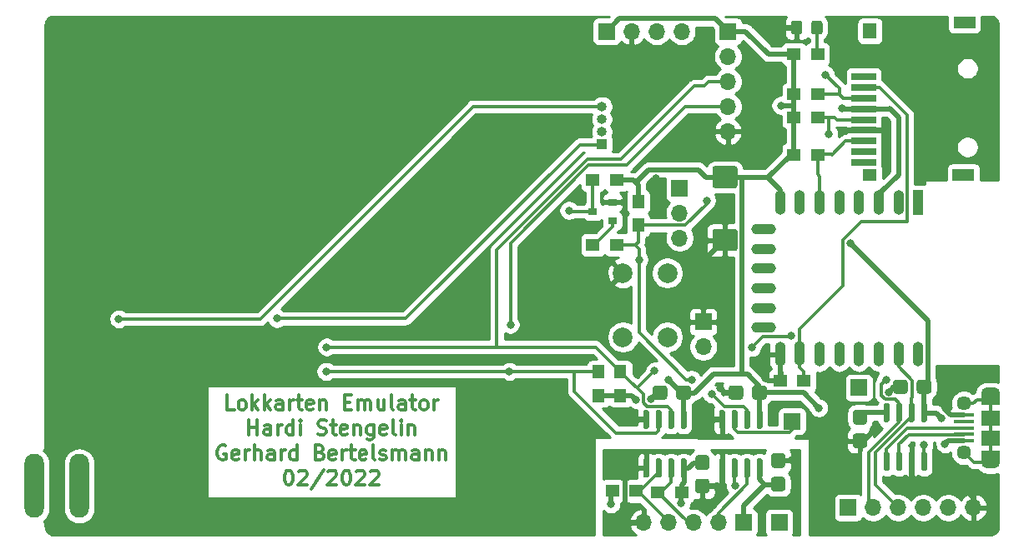
<source format=gtl>
G04 #@! TF.GenerationSoftware,KiCad,Pcbnew,5.1.12-84ad8e8a86~92~ubuntu20.04.1*
G04 #@! TF.CreationDate,2022-02-14T19:07:45+01:00*
G04 #@! TF.ProjectId,ms2-card,6d73322d-6361-4726-942e-6b696361645f,0.1*
G04 #@! TF.SameCoordinates,Original*
G04 #@! TF.FileFunction,Copper,L1,Top*
G04 #@! TF.FilePolarity,Positive*
%FSLAX46Y46*%
G04 Gerber Fmt 4.6, Leading zero omitted, Abs format (unit mm)*
G04 Created by KiCad (PCBNEW 5.1.12-84ad8e8a86~92~ubuntu20.04.1) date 2022-02-14 19:07:45*
%MOMM*%
%LPD*%
G01*
G04 APERTURE LIST*
G04 #@! TA.AperFunction,NonConductor*
%ADD10C,0.300000*%
G04 #@! TD*
G04 #@! TA.AperFunction,ComponentPad*
%ADD11O,1.000000X1.000000*%
G04 #@! TD*
G04 #@! TA.AperFunction,ComponentPad*
%ADD12R,1.000000X1.000000*%
G04 #@! TD*
G04 #@! TA.AperFunction,SMDPad,CuDef*
%ADD13R,2.500000X0.700000*%
G04 #@! TD*
G04 #@! TA.AperFunction,SMDPad,CuDef*
%ADD14R,1.400000X1.200000*%
G04 #@! TD*
G04 #@! TA.AperFunction,SMDPad,CuDef*
%ADD15R,1.400000X1.600000*%
G04 #@! TD*
G04 #@! TA.AperFunction,SMDPad,CuDef*
%ADD16R,2.200000X1.200000*%
G04 #@! TD*
G04 #@! TA.AperFunction,SMDPad,CuDef*
%ADD17R,1.900000X1.200000*%
G04 #@! TD*
G04 #@! TA.AperFunction,ComponentPad*
%ADD18O,1.900000X1.200000*%
G04 #@! TD*
G04 #@! TA.AperFunction,SMDPad,CuDef*
%ADD19R,1.900000X1.500000*%
G04 #@! TD*
G04 #@! TA.AperFunction,ComponentPad*
%ADD20C,1.450000*%
G04 #@! TD*
G04 #@! TA.AperFunction,SMDPad,CuDef*
%ADD21R,2.000000X0.400000*%
G04 #@! TD*
G04 #@! TA.AperFunction,ComponentPad*
%ADD22R,1.700000X1.700000*%
G04 #@! TD*
G04 #@! TA.AperFunction,ComponentPad*
%ADD23O,1.700000X1.700000*%
G04 #@! TD*
G04 #@! TA.AperFunction,ComponentPad*
%ADD24O,2.000000X6.500000*%
G04 #@! TD*
G04 #@! TA.AperFunction,SMDPad,CuDef*
%ADD25R,0.900000X0.800000*%
G04 #@! TD*
G04 #@! TA.AperFunction,SMDPad,CuDef*
%ADD26R,1.350000X1.300000*%
G04 #@! TD*
G04 #@! TA.AperFunction,SMDPad,CuDef*
%ADD27R,1.300000X1.350000*%
G04 #@! TD*
G04 #@! TA.AperFunction,ComponentPad*
%ADD28C,1.998980*%
G04 #@! TD*
G04 #@! TA.AperFunction,ComponentPad*
%ADD29R,1.100000X2.500000*%
G04 #@! TD*
G04 #@! TA.AperFunction,ComponentPad*
%ADD30O,1.100000X2.500000*%
G04 #@! TD*
G04 #@! TA.AperFunction,ComponentPad*
%ADD31O,2.500000X1.100000*%
G04 #@! TD*
G04 #@! TA.AperFunction,ViaPad*
%ADD32C,0.800000*%
G04 #@! TD*
G04 #@! TA.AperFunction,Conductor*
%ADD33C,0.300000*%
G04 #@! TD*
G04 #@! TA.AperFunction,Conductor*
%ADD34C,0.500000*%
G04 #@! TD*
G04 #@! TA.AperFunction,Conductor*
%ADD35C,0.254000*%
G04 #@! TD*
G04 #@! TA.AperFunction,Conductor*
%ADD36C,0.100000*%
G04 #@! TD*
G04 APERTURE END LIST*
D10*
X119807142Y-140653571D02*
X119092857Y-140653571D01*
X119092857Y-139153571D01*
X120521428Y-140653571D02*
X120378571Y-140582142D01*
X120307142Y-140510714D01*
X120235714Y-140367857D01*
X120235714Y-139939285D01*
X120307142Y-139796428D01*
X120378571Y-139725000D01*
X120521428Y-139653571D01*
X120735714Y-139653571D01*
X120878571Y-139725000D01*
X120950000Y-139796428D01*
X121021428Y-139939285D01*
X121021428Y-140367857D01*
X120950000Y-140510714D01*
X120878571Y-140582142D01*
X120735714Y-140653571D01*
X120521428Y-140653571D01*
X121664285Y-140653571D02*
X121664285Y-139153571D01*
X121807142Y-140082142D02*
X122235714Y-140653571D01*
X122235714Y-139653571D02*
X121664285Y-140225000D01*
X122878571Y-140653571D02*
X122878571Y-139153571D01*
X123021428Y-140082142D02*
X123450000Y-140653571D01*
X123450000Y-139653571D02*
X122878571Y-140225000D01*
X124735714Y-140653571D02*
X124735714Y-139867857D01*
X124664285Y-139725000D01*
X124521428Y-139653571D01*
X124235714Y-139653571D01*
X124092857Y-139725000D01*
X124735714Y-140582142D02*
X124592857Y-140653571D01*
X124235714Y-140653571D01*
X124092857Y-140582142D01*
X124021428Y-140439285D01*
X124021428Y-140296428D01*
X124092857Y-140153571D01*
X124235714Y-140082142D01*
X124592857Y-140082142D01*
X124735714Y-140010714D01*
X125450000Y-140653571D02*
X125450000Y-139653571D01*
X125450000Y-139939285D02*
X125521428Y-139796428D01*
X125592857Y-139725000D01*
X125735714Y-139653571D01*
X125878571Y-139653571D01*
X126164285Y-139653571D02*
X126735714Y-139653571D01*
X126378571Y-139153571D02*
X126378571Y-140439285D01*
X126450000Y-140582142D01*
X126592857Y-140653571D01*
X126735714Y-140653571D01*
X127807142Y-140582142D02*
X127664285Y-140653571D01*
X127378571Y-140653571D01*
X127235714Y-140582142D01*
X127164285Y-140439285D01*
X127164285Y-139867857D01*
X127235714Y-139725000D01*
X127378571Y-139653571D01*
X127664285Y-139653571D01*
X127807142Y-139725000D01*
X127878571Y-139867857D01*
X127878571Y-140010714D01*
X127164285Y-140153571D01*
X128521428Y-139653571D02*
X128521428Y-140653571D01*
X128521428Y-139796428D02*
X128592857Y-139725000D01*
X128735714Y-139653571D01*
X128950000Y-139653571D01*
X129092857Y-139725000D01*
X129164285Y-139867857D01*
X129164285Y-140653571D01*
X131021428Y-139867857D02*
X131521428Y-139867857D01*
X131735714Y-140653571D02*
X131021428Y-140653571D01*
X131021428Y-139153571D01*
X131735714Y-139153571D01*
X132378571Y-140653571D02*
X132378571Y-139653571D01*
X132378571Y-139796428D02*
X132450000Y-139725000D01*
X132592857Y-139653571D01*
X132807142Y-139653571D01*
X132950000Y-139725000D01*
X133021428Y-139867857D01*
X133021428Y-140653571D01*
X133021428Y-139867857D02*
X133092857Y-139725000D01*
X133235714Y-139653571D01*
X133450000Y-139653571D01*
X133592857Y-139725000D01*
X133664285Y-139867857D01*
X133664285Y-140653571D01*
X135021428Y-139653571D02*
X135021428Y-140653571D01*
X134378571Y-139653571D02*
X134378571Y-140439285D01*
X134450000Y-140582142D01*
X134592857Y-140653571D01*
X134807142Y-140653571D01*
X134950000Y-140582142D01*
X135021428Y-140510714D01*
X135950000Y-140653571D02*
X135807142Y-140582142D01*
X135735714Y-140439285D01*
X135735714Y-139153571D01*
X137164285Y-140653571D02*
X137164285Y-139867857D01*
X137092857Y-139725000D01*
X136950000Y-139653571D01*
X136664285Y-139653571D01*
X136521428Y-139725000D01*
X137164285Y-140582142D02*
X137021428Y-140653571D01*
X136664285Y-140653571D01*
X136521428Y-140582142D01*
X136450000Y-140439285D01*
X136450000Y-140296428D01*
X136521428Y-140153571D01*
X136664285Y-140082142D01*
X137021428Y-140082142D01*
X137164285Y-140010714D01*
X137664285Y-139653571D02*
X138235714Y-139653571D01*
X137878571Y-139153571D02*
X137878571Y-140439285D01*
X137950000Y-140582142D01*
X138092857Y-140653571D01*
X138235714Y-140653571D01*
X138950000Y-140653571D02*
X138807142Y-140582142D01*
X138735714Y-140510714D01*
X138664285Y-140367857D01*
X138664285Y-139939285D01*
X138735714Y-139796428D01*
X138807142Y-139725000D01*
X138950000Y-139653571D01*
X139164285Y-139653571D01*
X139307142Y-139725000D01*
X139378571Y-139796428D01*
X139450000Y-139939285D01*
X139450000Y-140367857D01*
X139378571Y-140510714D01*
X139307142Y-140582142D01*
X139164285Y-140653571D01*
X138950000Y-140653571D01*
X140092857Y-140653571D02*
X140092857Y-139653571D01*
X140092857Y-139939285D02*
X140164285Y-139796428D01*
X140235714Y-139725000D01*
X140378571Y-139653571D01*
X140521428Y-139653571D01*
X121307142Y-143203571D02*
X121307142Y-141703571D01*
X121307142Y-142417857D02*
X122164285Y-142417857D01*
X122164285Y-143203571D02*
X122164285Y-141703571D01*
X123521428Y-143203571D02*
X123521428Y-142417857D01*
X123450000Y-142275000D01*
X123307142Y-142203571D01*
X123021428Y-142203571D01*
X122878571Y-142275000D01*
X123521428Y-143132142D02*
X123378571Y-143203571D01*
X123021428Y-143203571D01*
X122878571Y-143132142D01*
X122807142Y-142989285D01*
X122807142Y-142846428D01*
X122878571Y-142703571D01*
X123021428Y-142632142D01*
X123378571Y-142632142D01*
X123521428Y-142560714D01*
X124235714Y-143203571D02*
X124235714Y-142203571D01*
X124235714Y-142489285D02*
X124307142Y-142346428D01*
X124378571Y-142275000D01*
X124521428Y-142203571D01*
X124664285Y-142203571D01*
X125807142Y-143203571D02*
X125807142Y-141703571D01*
X125807142Y-143132142D02*
X125664285Y-143203571D01*
X125378571Y-143203571D01*
X125235714Y-143132142D01*
X125164285Y-143060714D01*
X125092857Y-142917857D01*
X125092857Y-142489285D01*
X125164285Y-142346428D01*
X125235714Y-142275000D01*
X125378571Y-142203571D01*
X125664285Y-142203571D01*
X125807142Y-142275000D01*
X126521428Y-143203571D02*
X126521428Y-142203571D01*
X126521428Y-141703571D02*
X126450000Y-141775000D01*
X126521428Y-141846428D01*
X126592857Y-141775000D01*
X126521428Y-141703571D01*
X126521428Y-141846428D01*
X128307142Y-143132142D02*
X128521428Y-143203571D01*
X128878571Y-143203571D01*
X129021428Y-143132142D01*
X129092857Y-143060714D01*
X129164285Y-142917857D01*
X129164285Y-142775000D01*
X129092857Y-142632142D01*
X129021428Y-142560714D01*
X128878571Y-142489285D01*
X128592857Y-142417857D01*
X128450000Y-142346428D01*
X128378571Y-142275000D01*
X128307142Y-142132142D01*
X128307142Y-141989285D01*
X128378571Y-141846428D01*
X128450000Y-141775000D01*
X128592857Y-141703571D01*
X128950000Y-141703571D01*
X129164285Y-141775000D01*
X129592857Y-142203571D02*
X130164285Y-142203571D01*
X129807142Y-141703571D02*
X129807142Y-142989285D01*
X129878571Y-143132142D01*
X130021428Y-143203571D01*
X130164285Y-143203571D01*
X131235714Y-143132142D02*
X131092857Y-143203571D01*
X130807142Y-143203571D01*
X130664285Y-143132142D01*
X130592857Y-142989285D01*
X130592857Y-142417857D01*
X130664285Y-142275000D01*
X130807142Y-142203571D01*
X131092857Y-142203571D01*
X131235714Y-142275000D01*
X131307142Y-142417857D01*
X131307142Y-142560714D01*
X130592857Y-142703571D01*
X131950000Y-142203571D02*
X131950000Y-143203571D01*
X131950000Y-142346428D02*
X132021428Y-142275000D01*
X132164285Y-142203571D01*
X132378571Y-142203571D01*
X132521428Y-142275000D01*
X132592857Y-142417857D01*
X132592857Y-143203571D01*
X133950000Y-142203571D02*
X133950000Y-143417857D01*
X133878571Y-143560714D01*
X133807142Y-143632142D01*
X133664285Y-143703571D01*
X133450000Y-143703571D01*
X133307142Y-143632142D01*
X133950000Y-143132142D02*
X133807142Y-143203571D01*
X133521428Y-143203571D01*
X133378571Y-143132142D01*
X133307142Y-143060714D01*
X133235714Y-142917857D01*
X133235714Y-142489285D01*
X133307142Y-142346428D01*
X133378571Y-142275000D01*
X133521428Y-142203571D01*
X133807142Y-142203571D01*
X133950000Y-142275000D01*
X135235714Y-143132142D02*
X135092857Y-143203571D01*
X134807142Y-143203571D01*
X134664285Y-143132142D01*
X134592857Y-142989285D01*
X134592857Y-142417857D01*
X134664285Y-142275000D01*
X134807142Y-142203571D01*
X135092857Y-142203571D01*
X135235714Y-142275000D01*
X135307142Y-142417857D01*
X135307142Y-142560714D01*
X134592857Y-142703571D01*
X136164285Y-143203571D02*
X136021428Y-143132142D01*
X135950000Y-142989285D01*
X135950000Y-141703571D01*
X136735714Y-143203571D02*
X136735714Y-142203571D01*
X136735714Y-141703571D02*
X136664285Y-141775000D01*
X136735714Y-141846428D01*
X136807142Y-141775000D01*
X136735714Y-141703571D01*
X136735714Y-141846428D01*
X137450000Y-142203571D02*
X137450000Y-143203571D01*
X137450000Y-142346428D02*
X137521428Y-142275000D01*
X137664285Y-142203571D01*
X137878571Y-142203571D01*
X138021428Y-142275000D01*
X138092857Y-142417857D01*
X138092857Y-143203571D01*
X118950000Y-144325000D02*
X118807142Y-144253571D01*
X118592857Y-144253571D01*
X118378571Y-144325000D01*
X118235714Y-144467857D01*
X118164285Y-144610714D01*
X118092857Y-144896428D01*
X118092857Y-145110714D01*
X118164285Y-145396428D01*
X118235714Y-145539285D01*
X118378571Y-145682142D01*
X118592857Y-145753571D01*
X118735714Y-145753571D01*
X118950000Y-145682142D01*
X119021428Y-145610714D01*
X119021428Y-145110714D01*
X118735714Y-145110714D01*
X120235714Y-145682142D02*
X120092857Y-145753571D01*
X119807142Y-145753571D01*
X119664285Y-145682142D01*
X119592857Y-145539285D01*
X119592857Y-144967857D01*
X119664285Y-144825000D01*
X119807142Y-144753571D01*
X120092857Y-144753571D01*
X120235714Y-144825000D01*
X120307142Y-144967857D01*
X120307142Y-145110714D01*
X119592857Y-145253571D01*
X120950000Y-145753571D02*
X120950000Y-144753571D01*
X120950000Y-145039285D02*
X121021428Y-144896428D01*
X121092857Y-144825000D01*
X121235714Y-144753571D01*
X121378571Y-144753571D01*
X121878571Y-145753571D02*
X121878571Y-144253571D01*
X122521428Y-145753571D02*
X122521428Y-144967857D01*
X122450000Y-144825000D01*
X122307142Y-144753571D01*
X122092857Y-144753571D01*
X121950000Y-144825000D01*
X121878571Y-144896428D01*
X123878571Y-145753571D02*
X123878571Y-144967857D01*
X123807142Y-144825000D01*
X123664285Y-144753571D01*
X123378571Y-144753571D01*
X123235714Y-144825000D01*
X123878571Y-145682142D02*
X123735714Y-145753571D01*
X123378571Y-145753571D01*
X123235714Y-145682142D01*
X123164285Y-145539285D01*
X123164285Y-145396428D01*
X123235714Y-145253571D01*
X123378571Y-145182142D01*
X123735714Y-145182142D01*
X123878571Y-145110714D01*
X124592857Y-145753571D02*
X124592857Y-144753571D01*
X124592857Y-145039285D02*
X124664285Y-144896428D01*
X124735714Y-144825000D01*
X124878571Y-144753571D01*
X125021428Y-144753571D01*
X126164285Y-145753571D02*
X126164285Y-144253571D01*
X126164285Y-145682142D02*
X126021428Y-145753571D01*
X125735714Y-145753571D01*
X125592857Y-145682142D01*
X125521428Y-145610714D01*
X125450000Y-145467857D01*
X125450000Y-145039285D01*
X125521428Y-144896428D01*
X125592857Y-144825000D01*
X125735714Y-144753571D01*
X126021428Y-144753571D01*
X126164285Y-144825000D01*
X128521428Y-144967857D02*
X128735714Y-145039285D01*
X128807142Y-145110714D01*
X128878571Y-145253571D01*
X128878571Y-145467857D01*
X128807142Y-145610714D01*
X128735714Y-145682142D01*
X128592857Y-145753571D01*
X128021428Y-145753571D01*
X128021428Y-144253571D01*
X128521428Y-144253571D01*
X128664285Y-144325000D01*
X128735714Y-144396428D01*
X128807142Y-144539285D01*
X128807142Y-144682142D01*
X128735714Y-144825000D01*
X128664285Y-144896428D01*
X128521428Y-144967857D01*
X128021428Y-144967857D01*
X130092857Y-145682142D02*
X129949999Y-145753571D01*
X129664285Y-145753571D01*
X129521428Y-145682142D01*
X129449999Y-145539285D01*
X129449999Y-144967857D01*
X129521428Y-144825000D01*
X129664285Y-144753571D01*
X129949999Y-144753571D01*
X130092857Y-144825000D01*
X130164285Y-144967857D01*
X130164285Y-145110714D01*
X129449999Y-145253571D01*
X130807142Y-145753571D02*
X130807142Y-144753571D01*
X130807142Y-145039285D02*
X130878571Y-144896428D01*
X130949999Y-144825000D01*
X131092857Y-144753571D01*
X131235714Y-144753571D01*
X131521428Y-144753571D02*
X132092857Y-144753571D01*
X131735714Y-144253571D02*
X131735714Y-145539285D01*
X131807142Y-145682142D01*
X131949999Y-145753571D01*
X132092857Y-145753571D01*
X133164285Y-145682142D02*
X133021428Y-145753571D01*
X132735714Y-145753571D01*
X132592857Y-145682142D01*
X132521428Y-145539285D01*
X132521428Y-144967857D01*
X132592857Y-144825000D01*
X132735714Y-144753571D01*
X133021428Y-144753571D01*
X133164285Y-144825000D01*
X133235714Y-144967857D01*
X133235714Y-145110714D01*
X132521428Y-145253571D01*
X134092857Y-145753571D02*
X133949999Y-145682142D01*
X133878571Y-145539285D01*
X133878571Y-144253571D01*
X134592857Y-145682142D02*
X134735714Y-145753571D01*
X135021428Y-145753571D01*
X135164285Y-145682142D01*
X135235714Y-145539285D01*
X135235714Y-145467857D01*
X135164285Y-145325000D01*
X135021428Y-145253571D01*
X134807142Y-145253571D01*
X134664285Y-145182142D01*
X134592857Y-145039285D01*
X134592857Y-144967857D01*
X134664285Y-144825000D01*
X134807142Y-144753571D01*
X135021428Y-144753571D01*
X135164285Y-144825000D01*
X135878571Y-145753571D02*
X135878571Y-144753571D01*
X135878571Y-144896428D02*
X135950000Y-144825000D01*
X136092857Y-144753571D01*
X136307142Y-144753571D01*
X136450000Y-144825000D01*
X136521428Y-144967857D01*
X136521428Y-145753571D01*
X136521428Y-144967857D02*
X136592857Y-144825000D01*
X136735714Y-144753571D01*
X136950000Y-144753571D01*
X137092857Y-144825000D01*
X137164285Y-144967857D01*
X137164285Y-145753571D01*
X138521428Y-145753571D02*
X138521428Y-144967857D01*
X138450000Y-144825000D01*
X138307142Y-144753571D01*
X138021428Y-144753571D01*
X137878571Y-144825000D01*
X138521428Y-145682142D02*
X138378571Y-145753571D01*
X138021428Y-145753571D01*
X137878571Y-145682142D01*
X137807142Y-145539285D01*
X137807142Y-145396428D01*
X137878571Y-145253571D01*
X138021428Y-145182142D01*
X138378571Y-145182142D01*
X138521428Y-145110714D01*
X139235714Y-144753571D02*
X139235714Y-145753571D01*
X139235714Y-144896428D02*
X139307142Y-144825000D01*
X139450000Y-144753571D01*
X139664285Y-144753571D01*
X139807142Y-144825000D01*
X139878571Y-144967857D01*
X139878571Y-145753571D01*
X140592857Y-144753571D02*
X140592857Y-145753571D01*
X140592857Y-144896428D02*
X140664285Y-144825000D01*
X140807142Y-144753571D01*
X141021428Y-144753571D01*
X141164285Y-144825000D01*
X141235714Y-144967857D01*
X141235714Y-145753571D01*
X125271428Y-146803571D02*
X125414285Y-146803571D01*
X125557142Y-146875000D01*
X125628571Y-146946428D01*
X125700000Y-147089285D01*
X125771428Y-147375000D01*
X125771428Y-147732142D01*
X125700000Y-148017857D01*
X125628571Y-148160714D01*
X125557142Y-148232142D01*
X125414285Y-148303571D01*
X125271428Y-148303571D01*
X125128571Y-148232142D01*
X125057142Y-148160714D01*
X124985714Y-148017857D01*
X124914285Y-147732142D01*
X124914285Y-147375000D01*
X124985714Y-147089285D01*
X125057142Y-146946428D01*
X125128571Y-146875000D01*
X125271428Y-146803571D01*
X126342857Y-146946428D02*
X126414285Y-146875000D01*
X126557142Y-146803571D01*
X126914285Y-146803571D01*
X127057142Y-146875000D01*
X127128571Y-146946428D01*
X127200000Y-147089285D01*
X127200000Y-147232142D01*
X127128571Y-147446428D01*
X126271428Y-148303571D01*
X127200000Y-148303571D01*
X128914285Y-146732142D02*
X127628571Y-148660714D01*
X129342857Y-146946428D02*
X129414285Y-146875000D01*
X129557142Y-146803571D01*
X129914285Y-146803571D01*
X130057142Y-146875000D01*
X130128571Y-146946428D01*
X130200000Y-147089285D01*
X130200000Y-147232142D01*
X130128571Y-147446428D01*
X129271428Y-148303571D01*
X130200000Y-148303571D01*
X131128571Y-146803571D02*
X131271428Y-146803571D01*
X131414285Y-146875000D01*
X131485714Y-146946428D01*
X131557142Y-147089285D01*
X131628571Y-147375000D01*
X131628571Y-147732142D01*
X131557142Y-148017857D01*
X131485714Y-148160714D01*
X131414285Y-148232142D01*
X131271428Y-148303571D01*
X131128571Y-148303571D01*
X130985714Y-148232142D01*
X130914285Y-148160714D01*
X130842857Y-148017857D01*
X130771428Y-147732142D01*
X130771428Y-147375000D01*
X130842857Y-147089285D01*
X130914285Y-146946428D01*
X130985714Y-146875000D01*
X131128571Y-146803571D01*
X132200000Y-146946428D02*
X132271428Y-146875000D01*
X132414285Y-146803571D01*
X132771428Y-146803571D01*
X132914285Y-146875000D01*
X132985714Y-146946428D01*
X133057142Y-147089285D01*
X133057142Y-147232142D01*
X132985714Y-147446428D01*
X132128571Y-148303571D01*
X133057142Y-148303571D01*
X133628571Y-146946428D02*
X133700000Y-146875000D01*
X133842857Y-146803571D01*
X134200000Y-146803571D01*
X134342857Y-146875000D01*
X134414285Y-146946428D01*
X134485714Y-147089285D01*
X134485714Y-147232142D01*
X134414285Y-147446428D01*
X133557142Y-148303571D01*
X134485714Y-148303571D01*
D11*
X157124400Y-109829600D03*
X157124400Y-111099600D03*
X157124400Y-112369600D03*
D12*
X157124400Y-113639600D03*
G04 #@! TA.AperFunction,SMDPad,CuDef*
G36*
G01*
X168574999Y-122275000D02*
X170625001Y-122275000D01*
G75*
G02*
X170875000Y-122524999I0J-249999D01*
G01*
X170875000Y-124275001D01*
G75*
G02*
X170625001Y-124525000I-249999J0D01*
G01*
X168574999Y-124525000D01*
G75*
G02*
X168325000Y-124275001I0J249999D01*
G01*
X168325000Y-122524999D01*
G75*
G02*
X168574999Y-122275000I249999J0D01*
G01*
G37*
G04 #@! TD.AperFunction*
G04 #@! TA.AperFunction,SMDPad,CuDef*
G36*
G01*
X168574999Y-115875000D02*
X170625001Y-115875000D01*
G75*
G02*
X170875000Y-116124999I0J-249999D01*
G01*
X170875000Y-117875001D01*
G75*
G02*
X170625001Y-118125000I-249999J0D01*
G01*
X168574999Y-118125000D01*
G75*
G02*
X168325000Y-117875001I0J249999D01*
G01*
X168325000Y-116124999D01*
G75*
G02*
X168574999Y-115875000I249999J0D01*
G01*
G37*
G04 #@! TD.AperFunction*
D13*
X183700000Y-114450000D03*
X183700000Y-113350000D03*
X183700000Y-112250000D03*
X183700000Y-111150000D03*
X183700000Y-110050000D03*
X183700000Y-108950000D03*
X183700000Y-107850000D03*
X183700000Y-106750000D03*
D14*
X184300000Y-116750000D03*
D15*
X184300000Y-102150000D03*
D16*
X193900000Y-101250000D03*
X193800000Y-116750000D03*
D13*
X183700000Y-115550000D03*
D17*
X196537500Y-145394000D03*
X196537500Y-139594000D03*
D18*
X196537500Y-138994000D03*
X196537500Y-145994000D03*
D19*
X196537500Y-143494000D03*
D20*
X193837500Y-139994000D03*
D21*
X193837500Y-142494000D03*
X193837500Y-141844000D03*
X193837500Y-141194000D03*
X193837500Y-143794000D03*
X193837500Y-143144000D03*
D20*
X193837500Y-144994000D03*
D19*
X196537500Y-141494000D03*
G04 #@! TA.AperFunction,SMDPad,CuDef*
G36*
G01*
X188150000Y-137883850D02*
X188150000Y-138716150D01*
G75*
G02*
X187841150Y-139025000I-308850J0D01*
G01*
X186958850Y-139025000D01*
G75*
G02*
X186650000Y-138716150I0J308850D01*
G01*
X186650000Y-137883850D01*
G75*
G02*
X186958850Y-137575000I308850J0D01*
G01*
X187841150Y-137575000D01*
G75*
G02*
X188150000Y-137883850I0J-308850D01*
G01*
G37*
G04 #@! TD.AperFunction*
G04 #@! TA.AperFunction,SMDPad,CuDef*
G36*
G01*
X189050000Y-138716150D02*
X189050000Y-137883850D01*
G75*
G02*
X189358850Y-137575000I308850J0D01*
G01*
X190241150Y-137575000D01*
G75*
G02*
X190550000Y-137883850I0J-308850D01*
G01*
X190550000Y-138716150D01*
G75*
G02*
X190241150Y-139025000I-308850J0D01*
G01*
X189358850Y-139025000D01*
G75*
G02*
X189050000Y-138716150I0J308850D01*
G01*
G37*
G04 #@! TD.AperFunction*
G04 #@! TA.AperFunction,SMDPad,CuDef*
G36*
G01*
X183716150Y-142145600D02*
X182883850Y-142145600D01*
G75*
G02*
X182575000Y-141836750I0J308850D01*
G01*
X182575000Y-140954450D01*
G75*
G02*
X182883850Y-140645600I308850J0D01*
G01*
X183716150Y-140645600D01*
G75*
G02*
X184025000Y-140954450I0J-308850D01*
G01*
X184025000Y-141836750D01*
G75*
G02*
X183716150Y-142145600I-308850J0D01*
G01*
G37*
G04 #@! TD.AperFunction*
G04 #@! TA.AperFunction,SMDPad,CuDef*
G36*
G01*
X182883850Y-143045600D02*
X183716150Y-143045600D01*
G75*
G02*
X184025000Y-143354450I0J-308850D01*
G01*
X184025000Y-144236750D01*
G75*
G02*
X183716150Y-144545600I-308850J0D01*
G01*
X182883850Y-144545600D01*
G75*
G02*
X182575000Y-144236750I0J308850D01*
G01*
X182575000Y-143354450D01*
G75*
G02*
X182883850Y-143045600I308850J0D01*
G01*
G37*
G04 #@! TD.AperFunction*
G04 #@! TA.AperFunction,SMDPad,CuDef*
G36*
G01*
X164650000Y-139316150D02*
X164650000Y-138483850D01*
G75*
G02*
X164958850Y-138175000I308850J0D01*
G01*
X165841150Y-138175000D01*
G75*
G02*
X166150000Y-138483850I0J-308850D01*
G01*
X166150000Y-139316150D01*
G75*
G02*
X165841150Y-139625000I-308850J0D01*
G01*
X164958850Y-139625000D01*
G75*
G02*
X164650000Y-139316150I0J308850D01*
G01*
G37*
G04 #@! TD.AperFunction*
G04 #@! TA.AperFunction,SMDPad,CuDef*
G36*
G01*
X163750000Y-138483850D02*
X163750000Y-139316150D01*
G75*
G02*
X163441150Y-139625000I-308850J0D01*
G01*
X162558850Y-139625000D01*
G75*
G02*
X162250000Y-139316150I0J308850D01*
G01*
X162250000Y-138483850D01*
G75*
G02*
X162558850Y-138175000I308850J0D01*
G01*
X163441150Y-138175000D01*
G75*
G02*
X163750000Y-138483850I0J-308850D01*
G01*
G37*
G04 #@! TD.AperFunction*
G04 #@! TA.AperFunction,SMDPad,CuDef*
G36*
G01*
X171450000Y-138483850D02*
X171450000Y-139316150D01*
G75*
G02*
X171141150Y-139625000I-308850J0D01*
G01*
X170258850Y-139625000D01*
G75*
G02*
X169950000Y-139316150I0J308850D01*
G01*
X169950000Y-138483850D01*
G75*
G02*
X170258850Y-138175000I308850J0D01*
G01*
X171141150Y-138175000D01*
G75*
G02*
X171450000Y-138483850I0J-308850D01*
G01*
G37*
G04 #@! TD.AperFunction*
G04 #@! TA.AperFunction,SMDPad,CuDef*
G36*
G01*
X172350000Y-139316150D02*
X172350000Y-138483850D01*
G75*
G02*
X172658850Y-138175000I308850J0D01*
G01*
X173541150Y-138175000D01*
G75*
G02*
X173850000Y-138483850I0J-308850D01*
G01*
X173850000Y-139316150D01*
G75*
G02*
X173541150Y-139625000I-308850J0D01*
G01*
X172658850Y-139625000D01*
G75*
G02*
X172350000Y-139316150I0J308850D01*
G01*
G37*
G04 #@! TD.AperFunction*
G04 #@! TA.AperFunction,SMDPad,CuDef*
G36*
G01*
X166883850Y-147650000D02*
X167716150Y-147650000D01*
G75*
G02*
X168025000Y-147958850I0J-308850D01*
G01*
X168025000Y-148841150D01*
G75*
G02*
X167716150Y-149150000I-308850J0D01*
G01*
X166883850Y-149150000D01*
G75*
G02*
X166575000Y-148841150I0J308850D01*
G01*
X166575000Y-147958850D01*
G75*
G02*
X166883850Y-147650000I308850J0D01*
G01*
G37*
G04 #@! TD.AperFunction*
G04 #@! TA.AperFunction,SMDPad,CuDef*
G36*
G01*
X167716150Y-146750000D02*
X166883850Y-146750000D01*
G75*
G02*
X166575000Y-146441150I0J308850D01*
G01*
X166575000Y-145558850D01*
G75*
G02*
X166883850Y-145250000I308850J0D01*
G01*
X167716150Y-145250000D01*
G75*
G02*
X168025000Y-145558850I0J-308850D01*
G01*
X168025000Y-146441150D01*
G75*
G02*
X167716150Y-146750000I-308850J0D01*
G01*
G37*
G04 #@! TD.AperFunction*
G04 #@! TA.AperFunction,SMDPad,CuDef*
G36*
G01*
X174583850Y-147450000D02*
X175416150Y-147450000D01*
G75*
G02*
X175725000Y-147758850I0J-308850D01*
G01*
X175725000Y-148641150D01*
G75*
G02*
X175416150Y-148950000I-308850J0D01*
G01*
X174583850Y-148950000D01*
G75*
G02*
X174275000Y-148641150I0J308850D01*
G01*
X174275000Y-147758850D01*
G75*
G02*
X174583850Y-147450000I308850J0D01*
G01*
G37*
G04 #@! TD.AperFunction*
G04 #@! TA.AperFunction,SMDPad,CuDef*
G36*
G01*
X175416150Y-146550000D02*
X174583850Y-146550000D01*
G75*
G02*
X174275000Y-146241150I0J308850D01*
G01*
X174275000Y-145358850D01*
G75*
G02*
X174583850Y-145050000I308850J0D01*
G01*
X175416150Y-145050000D01*
G75*
G02*
X175725000Y-145358850I0J-308850D01*
G01*
X175725000Y-146241150D01*
G75*
G02*
X175416150Y-146550000I-308850J0D01*
G01*
G37*
G04 #@! TD.AperFunction*
G04 #@! TA.AperFunction,SMDPad,CuDef*
G36*
G01*
X176300000Y-102250001D02*
X176300000Y-101349999D01*
G75*
G02*
X176549999Y-101100000I249999J0D01*
G01*
X177200001Y-101100000D01*
G75*
G02*
X177450000Y-101349999I0J-249999D01*
G01*
X177450000Y-102250001D01*
G75*
G02*
X177200001Y-102500000I-249999J0D01*
G01*
X176549999Y-102500000D01*
G75*
G02*
X176300000Y-102250001I0J249999D01*
G01*
G37*
G04 #@! TD.AperFunction*
G04 #@! TA.AperFunction,SMDPad,CuDef*
G36*
G01*
X178350000Y-102250001D02*
X178350000Y-101349999D01*
G75*
G02*
X178599999Y-101100000I249999J0D01*
G01*
X179250001Y-101100000D01*
G75*
G02*
X179500000Y-101349999I0J-249999D01*
G01*
X179500000Y-102250001D01*
G75*
G02*
X179250001Y-102500000I-249999J0D01*
G01*
X178599999Y-102500000D01*
G75*
G02*
X178350000Y-102250001I0J249999D01*
G01*
G37*
G04 #@! TD.AperFunction*
D22*
X157600000Y-102200000D03*
D23*
X160140000Y-102200000D03*
X162680000Y-102200000D03*
X165220000Y-102200000D03*
D22*
X167400000Y-131700000D03*
D23*
X167400000Y-134240000D03*
D22*
X183184800Y-138400000D03*
D23*
X169900000Y-112360000D03*
X169900000Y-109820000D03*
X169900000Y-107280000D03*
X169900000Y-104740000D03*
D22*
X169900000Y-102200000D03*
D24*
X104100000Y-148400000D03*
X99528000Y-148400000D03*
D22*
X165000000Y-118100000D03*
D23*
X165000000Y-120640000D03*
X165000000Y-123180000D03*
D22*
X182100000Y-150600000D03*
D23*
X184640000Y-150600000D03*
X187180000Y-150600000D03*
X189720000Y-150600000D03*
X192260000Y-150600000D03*
X194800000Y-150600000D03*
D22*
X176400000Y-141800000D03*
X171500000Y-152100000D03*
D23*
X168960000Y-152100000D03*
X166420000Y-152100000D03*
X163880000Y-152100000D03*
X161340000Y-152100000D03*
D22*
X175100000Y-152100000D03*
D25*
X158200000Y-121450000D03*
X158200000Y-119550000D03*
X156200000Y-120500000D03*
D26*
X179000000Y-104500000D03*
X176600000Y-104500000D03*
X175228400Y-137700000D03*
X177628400Y-137700000D03*
X179000000Y-110900000D03*
X176600000Y-110900000D03*
X176600000Y-108600000D03*
X179000000Y-108600000D03*
X176600000Y-114706400D03*
X179000000Y-114706400D03*
D27*
X156800000Y-136800000D03*
X156800000Y-139200000D03*
X159000000Y-139200000D03*
X159000000Y-136800000D03*
X160800000Y-121900000D03*
X160800000Y-119500000D03*
D26*
X158600000Y-123900000D03*
X156200000Y-123900000D03*
X158600000Y-117300000D03*
X156200000Y-117300000D03*
X160600000Y-148900000D03*
X158200000Y-148900000D03*
X165200000Y-149000000D03*
X162800000Y-149000000D03*
D28*
X159249560Y-126748800D03*
X163750440Y-133251200D03*
X163750440Y-126748800D03*
X159249560Y-133251200D03*
D29*
X189200000Y-119600000D03*
D30*
X187200000Y-119600000D03*
X185200000Y-119600000D03*
X183200000Y-119600000D03*
X181200000Y-119600000D03*
X179200000Y-119600000D03*
X177200000Y-119600000D03*
X175200000Y-119600000D03*
X175200000Y-135000000D03*
X177200000Y-134900000D03*
X179200000Y-135000000D03*
X181200000Y-135000000D03*
X183200000Y-135000000D03*
X185200000Y-135000000D03*
X187200000Y-135000000D03*
X189200000Y-135000000D03*
D31*
X173500000Y-122290000D03*
X173500000Y-124290000D03*
X173500000Y-126290000D03*
X173500000Y-128290000D03*
X173500000Y-130290000D03*
X173500000Y-132290000D03*
G04 #@! TA.AperFunction,SMDPad,CuDef*
G36*
G01*
X186145000Y-146850000D02*
X185845000Y-146850000D01*
G75*
G02*
X185695000Y-146700000I0J150000D01*
G01*
X185695000Y-145050000D01*
G75*
G02*
X185845000Y-144900000I150000J0D01*
G01*
X186145000Y-144900000D01*
G75*
G02*
X186295000Y-145050000I0J-150000D01*
G01*
X186295000Y-146700000D01*
G75*
G02*
X186145000Y-146850000I-150000J0D01*
G01*
G37*
G04 #@! TD.AperFunction*
G04 #@! TA.AperFunction,SMDPad,CuDef*
G36*
G01*
X187415000Y-146850000D02*
X187115000Y-146850000D01*
G75*
G02*
X186965000Y-146700000I0J150000D01*
G01*
X186965000Y-145050000D01*
G75*
G02*
X187115000Y-144900000I150000J0D01*
G01*
X187415000Y-144900000D01*
G75*
G02*
X187565000Y-145050000I0J-150000D01*
G01*
X187565000Y-146700000D01*
G75*
G02*
X187415000Y-146850000I-150000J0D01*
G01*
G37*
G04 #@! TD.AperFunction*
G04 #@! TA.AperFunction,SMDPad,CuDef*
G36*
G01*
X188685000Y-146850000D02*
X188385000Y-146850000D01*
G75*
G02*
X188235000Y-146700000I0J150000D01*
G01*
X188235000Y-145050000D01*
G75*
G02*
X188385000Y-144900000I150000J0D01*
G01*
X188685000Y-144900000D01*
G75*
G02*
X188835000Y-145050000I0J-150000D01*
G01*
X188835000Y-146700000D01*
G75*
G02*
X188685000Y-146850000I-150000J0D01*
G01*
G37*
G04 #@! TD.AperFunction*
G04 #@! TA.AperFunction,SMDPad,CuDef*
G36*
G01*
X189955000Y-146850000D02*
X189655000Y-146850000D01*
G75*
G02*
X189505000Y-146700000I0J150000D01*
G01*
X189505000Y-145050000D01*
G75*
G02*
X189655000Y-144900000I150000J0D01*
G01*
X189955000Y-144900000D01*
G75*
G02*
X190105000Y-145050000I0J-150000D01*
G01*
X190105000Y-146700000D01*
G75*
G02*
X189955000Y-146850000I-150000J0D01*
G01*
G37*
G04 #@! TD.AperFunction*
G04 #@! TA.AperFunction,SMDPad,CuDef*
G36*
G01*
X189955000Y-141900000D02*
X189655000Y-141900000D01*
G75*
G02*
X189505000Y-141750000I0J150000D01*
G01*
X189505000Y-140100000D01*
G75*
G02*
X189655000Y-139950000I150000J0D01*
G01*
X189955000Y-139950000D01*
G75*
G02*
X190105000Y-140100000I0J-150000D01*
G01*
X190105000Y-141750000D01*
G75*
G02*
X189955000Y-141900000I-150000J0D01*
G01*
G37*
G04 #@! TD.AperFunction*
G04 #@! TA.AperFunction,SMDPad,CuDef*
G36*
G01*
X188685000Y-141900000D02*
X188385000Y-141900000D01*
G75*
G02*
X188235000Y-141750000I0J150000D01*
G01*
X188235000Y-140100000D01*
G75*
G02*
X188385000Y-139950000I150000J0D01*
G01*
X188685000Y-139950000D01*
G75*
G02*
X188835000Y-140100000I0J-150000D01*
G01*
X188835000Y-141750000D01*
G75*
G02*
X188685000Y-141900000I-150000J0D01*
G01*
G37*
G04 #@! TD.AperFunction*
G04 #@! TA.AperFunction,SMDPad,CuDef*
G36*
G01*
X187415000Y-141900000D02*
X187115000Y-141900000D01*
G75*
G02*
X186965000Y-141750000I0J150000D01*
G01*
X186965000Y-140100000D01*
G75*
G02*
X187115000Y-139950000I150000J0D01*
G01*
X187415000Y-139950000D01*
G75*
G02*
X187565000Y-140100000I0J-150000D01*
G01*
X187565000Y-141750000D01*
G75*
G02*
X187415000Y-141900000I-150000J0D01*
G01*
G37*
G04 #@! TD.AperFunction*
G04 #@! TA.AperFunction,SMDPad,CuDef*
G36*
G01*
X186145000Y-141900000D02*
X185845000Y-141900000D01*
G75*
G02*
X185695000Y-141750000I0J150000D01*
G01*
X185695000Y-140100000D01*
G75*
G02*
X185845000Y-139950000I150000J0D01*
G01*
X186145000Y-139950000D01*
G75*
G02*
X186295000Y-140100000I0J-150000D01*
G01*
X186295000Y-141750000D01*
G75*
G02*
X186145000Y-141900000I-150000J0D01*
G01*
G37*
G04 #@! TD.AperFunction*
G04 #@! TA.AperFunction,SMDPad,CuDef*
G36*
G01*
X165255000Y-145600000D02*
X165555000Y-145600000D01*
G75*
G02*
X165705000Y-145750000I0J-150000D01*
G01*
X165705000Y-147400000D01*
G75*
G02*
X165555000Y-147550000I-150000J0D01*
G01*
X165255000Y-147550000D01*
G75*
G02*
X165105000Y-147400000I0J150000D01*
G01*
X165105000Y-145750000D01*
G75*
G02*
X165255000Y-145600000I150000J0D01*
G01*
G37*
G04 #@! TD.AperFunction*
G04 #@! TA.AperFunction,SMDPad,CuDef*
G36*
G01*
X163985000Y-145600000D02*
X164285000Y-145600000D01*
G75*
G02*
X164435000Y-145750000I0J-150000D01*
G01*
X164435000Y-147400000D01*
G75*
G02*
X164285000Y-147550000I-150000J0D01*
G01*
X163985000Y-147550000D01*
G75*
G02*
X163835000Y-147400000I0J150000D01*
G01*
X163835000Y-145750000D01*
G75*
G02*
X163985000Y-145600000I150000J0D01*
G01*
G37*
G04 #@! TD.AperFunction*
G04 #@! TA.AperFunction,SMDPad,CuDef*
G36*
G01*
X162715000Y-145600000D02*
X163015000Y-145600000D01*
G75*
G02*
X163165000Y-145750000I0J-150000D01*
G01*
X163165000Y-147400000D01*
G75*
G02*
X163015000Y-147550000I-150000J0D01*
G01*
X162715000Y-147550000D01*
G75*
G02*
X162565000Y-147400000I0J150000D01*
G01*
X162565000Y-145750000D01*
G75*
G02*
X162715000Y-145600000I150000J0D01*
G01*
G37*
G04 #@! TD.AperFunction*
G04 #@! TA.AperFunction,SMDPad,CuDef*
G36*
G01*
X161445000Y-145600000D02*
X161745000Y-145600000D01*
G75*
G02*
X161895000Y-145750000I0J-150000D01*
G01*
X161895000Y-147400000D01*
G75*
G02*
X161745000Y-147550000I-150000J0D01*
G01*
X161445000Y-147550000D01*
G75*
G02*
X161295000Y-147400000I0J150000D01*
G01*
X161295000Y-145750000D01*
G75*
G02*
X161445000Y-145600000I150000J0D01*
G01*
G37*
G04 #@! TD.AperFunction*
G04 #@! TA.AperFunction,SMDPad,CuDef*
G36*
G01*
X161445000Y-140650000D02*
X161745000Y-140650000D01*
G75*
G02*
X161895000Y-140800000I0J-150000D01*
G01*
X161895000Y-142450000D01*
G75*
G02*
X161745000Y-142600000I-150000J0D01*
G01*
X161445000Y-142600000D01*
G75*
G02*
X161295000Y-142450000I0J150000D01*
G01*
X161295000Y-140800000D01*
G75*
G02*
X161445000Y-140650000I150000J0D01*
G01*
G37*
G04 #@! TD.AperFunction*
G04 #@! TA.AperFunction,SMDPad,CuDef*
G36*
G01*
X162715000Y-140650000D02*
X163015000Y-140650000D01*
G75*
G02*
X163165000Y-140800000I0J-150000D01*
G01*
X163165000Y-142450000D01*
G75*
G02*
X163015000Y-142600000I-150000J0D01*
G01*
X162715000Y-142600000D01*
G75*
G02*
X162565000Y-142450000I0J150000D01*
G01*
X162565000Y-140800000D01*
G75*
G02*
X162715000Y-140650000I150000J0D01*
G01*
G37*
G04 #@! TD.AperFunction*
G04 #@! TA.AperFunction,SMDPad,CuDef*
G36*
G01*
X163985000Y-140650000D02*
X164285000Y-140650000D01*
G75*
G02*
X164435000Y-140800000I0J-150000D01*
G01*
X164435000Y-142450000D01*
G75*
G02*
X164285000Y-142600000I-150000J0D01*
G01*
X163985000Y-142600000D01*
G75*
G02*
X163835000Y-142450000I0J150000D01*
G01*
X163835000Y-140800000D01*
G75*
G02*
X163985000Y-140650000I150000J0D01*
G01*
G37*
G04 #@! TD.AperFunction*
G04 #@! TA.AperFunction,SMDPad,CuDef*
G36*
G01*
X165255000Y-140650000D02*
X165555000Y-140650000D01*
G75*
G02*
X165705000Y-140800000I0J-150000D01*
G01*
X165705000Y-142450000D01*
G75*
G02*
X165555000Y-142600000I-150000J0D01*
G01*
X165255000Y-142600000D01*
G75*
G02*
X165105000Y-142450000I0J150000D01*
G01*
X165105000Y-140800000D01*
G75*
G02*
X165255000Y-140650000I150000J0D01*
G01*
G37*
G04 #@! TD.AperFunction*
G04 #@! TA.AperFunction,SMDPad,CuDef*
G36*
G01*
X172955000Y-140650000D02*
X173255000Y-140650000D01*
G75*
G02*
X173405000Y-140800000I0J-150000D01*
G01*
X173405000Y-142450000D01*
G75*
G02*
X173255000Y-142600000I-150000J0D01*
G01*
X172955000Y-142600000D01*
G75*
G02*
X172805000Y-142450000I0J150000D01*
G01*
X172805000Y-140800000D01*
G75*
G02*
X172955000Y-140650000I150000J0D01*
G01*
G37*
G04 #@! TD.AperFunction*
G04 #@! TA.AperFunction,SMDPad,CuDef*
G36*
G01*
X171685000Y-140650000D02*
X171985000Y-140650000D01*
G75*
G02*
X172135000Y-140800000I0J-150000D01*
G01*
X172135000Y-142450000D01*
G75*
G02*
X171985000Y-142600000I-150000J0D01*
G01*
X171685000Y-142600000D01*
G75*
G02*
X171535000Y-142450000I0J150000D01*
G01*
X171535000Y-140800000D01*
G75*
G02*
X171685000Y-140650000I150000J0D01*
G01*
G37*
G04 #@! TD.AperFunction*
G04 #@! TA.AperFunction,SMDPad,CuDef*
G36*
G01*
X170415000Y-140650000D02*
X170715000Y-140650000D01*
G75*
G02*
X170865000Y-140800000I0J-150000D01*
G01*
X170865000Y-142450000D01*
G75*
G02*
X170715000Y-142600000I-150000J0D01*
G01*
X170415000Y-142600000D01*
G75*
G02*
X170265000Y-142450000I0J150000D01*
G01*
X170265000Y-140800000D01*
G75*
G02*
X170415000Y-140650000I150000J0D01*
G01*
G37*
G04 #@! TD.AperFunction*
G04 #@! TA.AperFunction,SMDPad,CuDef*
G36*
G01*
X169145000Y-140650000D02*
X169445000Y-140650000D01*
G75*
G02*
X169595000Y-140800000I0J-150000D01*
G01*
X169595000Y-142450000D01*
G75*
G02*
X169445000Y-142600000I-150000J0D01*
G01*
X169145000Y-142600000D01*
G75*
G02*
X168995000Y-142450000I0J150000D01*
G01*
X168995000Y-140800000D01*
G75*
G02*
X169145000Y-140650000I150000J0D01*
G01*
G37*
G04 #@! TD.AperFunction*
G04 #@! TA.AperFunction,SMDPad,CuDef*
G36*
G01*
X169145000Y-145600000D02*
X169445000Y-145600000D01*
G75*
G02*
X169595000Y-145750000I0J-150000D01*
G01*
X169595000Y-147400000D01*
G75*
G02*
X169445000Y-147550000I-150000J0D01*
G01*
X169145000Y-147550000D01*
G75*
G02*
X168995000Y-147400000I0J150000D01*
G01*
X168995000Y-145750000D01*
G75*
G02*
X169145000Y-145600000I150000J0D01*
G01*
G37*
G04 #@! TD.AperFunction*
G04 #@! TA.AperFunction,SMDPad,CuDef*
G36*
G01*
X170415000Y-145600000D02*
X170715000Y-145600000D01*
G75*
G02*
X170865000Y-145750000I0J-150000D01*
G01*
X170865000Y-147400000D01*
G75*
G02*
X170715000Y-147550000I-150000J0D01*
G01*
X170415000Y-147550000D01*
G75*
G02*
X170265000Y-147400000I0J150000D01*
G01*
X170265000Y-145750000D01*
G75*
G02*
X170415000Y-145600000I150000J0D01*
G01*
G37*
G04 #@! TD.AperFunction*
G04 #@! TA.AperFunction,SMDPad,CuDef*
G36*
G01*
X171685000Y-145600000D02*
X171985000Y-145600000D01*
G75*
G02*
X172135000Y-145750000I0J-150000D01*
G01*
X172135000Y-147400000D01*
G75*
G02*
X171985000Y-147550000I-150000J0D01*
G01*
X171685000Y-147550000D01*
G75*
G02*
X171535000Y-147400000I0J150000D01*
G01*
X171535000Y-145750000D01*
G75*
G02*
X171685000Y-145600000I150000J0D01*
G01*
G37*
G04 #@! TD.AperFunction*
G04 #@! TA.AperFunction,SMDPad,CuDef*
G36*
G01*
X172955000Y-145600000D02*
X173255000Y-145600000D01*
G75*
G02*
X173405000Y-145750000I0J-150000D01*
G01*
X173405000Y-147400000D01*
G75*
G02*
X173255000Y-147550000I-150000J0D01*
G01*
X172955000Y-147550000D01*
G75*
G02*
X172805000Y-147400000I0J150000D01*
G01*
X172805000Y-145750000D01*
G75*
G02*
X172955000Y-145600000I150000J0D01*
G01*
G37*
G04 #@! TD.AperFunction*
D32*
X136499600Y-128066800D03*
X146558000Y-117754400D03*
X137769600Y-118516400D03*
X129032000Y-115163600D03*
X181457600Y-110032800D03*
X175260000Y-109728000D03*
X163830000Y-137617200D03*
X160551988Y-139598400D03*
X179120800Y-140462000D03*
X191820800Y-105054400D03*
X187452000Y-105003600D03*
X185978800Y-112217200D03*
X181508400Y-112268000D03*
X175361600Y-101803200D03*
X123596400Y-133858000D03*
X192836800Y-147574000D03*
X186232800Y-138836400D03*
X184607200Y-142849600D03*
X188569600Y-147624800D03*
X191770000Y-139801600D03*
X162052000Y-139547600D03*
X159105600Y-141579600D03*
X160172400Y-103886000D03*
X165303200Y-111760000D03*
X159308800Y-119532400D03*
X167030400Y-141122400D03*
X169113200Y-138430000D03*
X173685200Y-137414000D03*
X162712400Y-120497600D03*
X167030400Y-125933200D03*
X162560000Y-117094000D03*
X191922400Y-144119600D03*
X191549952Y-141494848D03*
X182321200Y-123748800D03*
X159664400Y-151790400D03*
X160223200Y-146608800D03*
X176428400Y-145694400D03*
X168960800Y-148742400D03*
X158038800Y-150215600D03*
X165150800Y-150164800D03*
X176276000Y-133096000D03*
X172313600Y-134315200D03*
X189788800Y-144221200D03*
X180136800Y-112623600D03*
X179781200Y-106578400D03*
X129133600Y-136753600D03*
X147828000Y-131978400D03*
X147726400Y-136753600D03*
X129184400Y-134264400D03*
X162458400Y-136702800D03*
X167741600Y-119380000D03*
X168249600Y-139039600D03*
X166217600Y-137566400D03*
X160883600Y-125374400D03*
X108102400Y-131419600D03*
X124155200Y-131368800D03*
X153771600Y-120396000D03*
X185928000Y-137566400D03*
X170637200Y-148336000D03*
D33*
X183700000Y-110050000D02*
X183549999Y-109899999D01*
D34*
X171694400Y-102200000D02*
X169900000Y-102200000D01*
X173994400Y-104500000D02*
X171694400Y-102200000D01*
X176600000Y-104500000D02*
X173994400Y-104500000D01*
X176600000Y-114706400D02*
X176600000Y-113049200D01*
X176600000Y-110900000D02*
X176600000Y-110470800D01*
X176600000Y-110900000D02*
X176600000Y-110572400D01*
X181474800Y-110050000D02*
X181457600Y-110032800D01*
X183700000Y-110050000D02*
X181474800Y-110050000D01*
X176428400Y-109728000D02*
X176600000Y-109899600D01*
X175260000Y-109728000D02*
X176428400Y-109728000D01*
X176600000Y-109899600D02*
X176600000Y-113049200D01*
X176600000Y-104500000D02*
X176600000Y-109899600D01*
X185500001Y-119999999D02*
X185500001Y-118487199D01*
X185200000Y-120300000D02*
X185500001Y-119999999D01*
X185500001Y-118487199D02*
X187198000Y-116789200D01*
X187198000Y-116789200D02*
X187198000Y-110896400D01*
X187198000Y-110896400D02*
X186334400Y-110032800D01*
X186317200Y-110050000D02*
X186334400Y-110032800D01*
X183700000Y-110050000D02*
X186317200Y-110050000D01*
X176600000Y-114706400D02*
X176276000Y-114706400D01*
X176276000Y-114706400D02*
X173939200Y-117043200D01*
X175200000Y-118304000D02*
X173939200Y-117043200D01*
X175200000Y-120300000D02*
X175200000Y-118304000D01*
X173896000Y-117000000D02*
X173939200Y-117043200D01*
X159000000Y-139200000D02*
X157894400Y-139200000D01*
X156800000Y-139200000D02*
X157894400Y-139200000D01*
X160800000Y-119500000D02*
X160800000Y-117823200D01*
X158600000Y-117300000D02*
X160276800Y-117300000D01*
X160276800Y-117300000D02*
X160528000Y-117551200D01*
X160528000Y-117551200D02*
X160800000Y-117823200D01*
X171325010Y-117070610D02*
X171325010Y-137030990D01*
X171254400Y-117000000D02*
X171325010Y-117070610D01*
X169600000Y-117000000D02*
X171254400Y-117000000D01*
X171254400Y-117000000D02*
X173896000Y-117000000D01*
X173100000Y-138900000D02*
X173100000Y-138251200D01*
X171879790Y-137030990D02*
X171325010Y-137030990D01*
X173100000Y-138251200D02*
X171879790Y-137030990D01*
X171325010Y-137030990D02*
X168429410Y-137030990D01*
X168429410Y-137030990D02*
X166522400Y-138938000D01*
X166522400Y-138938000D02*
X165506400Y-138938000D01*
X165405000Y-141625000D02*
X165405000Y-139191800D01*
X165405000Y-139191800D02*
X165506400Y-139090400D01*
X165112800Y-138900000D02*
X163830000Y-137617200D01*
X165400000Y-138900000D02*
X165112800Y-138900000D01*
X159105600Y-139192000D02*
X160145588Y-139192000D01*
X160145588Y-139192000D02*
X160551988Y-139598400D01*
X173105000Y-141625000D02*
X173105000Y-139010200D01*
X173105000Y-139010200D02*
X173177200Y-138938000D01*
X158900001Y-100899999D02*
X168616399Y-100899999D01*
X157600000Y-102200000D02*
X158900001Y-100899999D01*
X168616399Y-100899999D02*
X169926000Y-102209600D01*
X179120800Y-140462000D02*
X177546000Y-138887200D01*
X177546000Y-138887200D02*
X173228000Y-138887200D01*
X169600000Y-117000000D02*
X167647600Y-117000000D01*
X167647600Y-117000000D02*
X166891598Y-116243998D01*
X166891598Y-116243998D02*
X161835202Y-116243998D01*
X161835202Y-116243998D02*
X160528000Y-117551200D01*
X185946000Y-112250000D02*
X185978800Y-112217200D01*
X183700000Y-112250000D02*
X185946000Y-112250000D01*
X181526400Y-112250000D02*
X181508400Y-112268000D01*
X183700000Y-112250000D02*
X181526400Y-112250000D01*
X175364800Y-101800000D02*
X175361600Y-101803200D01*
X176875000Y-101800000D02*
X175364800Y-101800000D01*
X194800000Y-149537200D02*
X192836800Y-147574000D01*
X194800000Y-150600000D02*
X194800000Y-149537200D01*
X186769200Y-138300000D02*
X186232800Y-138836400D01*
X187400000Y-138300000D02*
X186769200Y-138300000D01*
X188535000Y-147590200D02*
X188569600Y-147624800D01*
X188535000Y-145875000D02*
X188535000Y-147590200D01*
X193837500Y-141194000D02*
X192451200Y-141194000D01*
X191770000Y-140512800D02*
X191770000Y-139801600D01*
X192451200Y-141194000D02*
X191770000Y-140512800D01*
X163000000Y-138900000D02*
X162699600Y-138900000D01*
X162699600Y-138900000D02*
X162052000Y-139547600D01*
X159151000Y-141625000D02*
X159105600Y-141579600D01*
X161595000Y-141625000D02*
X159151000Y-141625000D01*
X160140000Y-103853600D02*
X160172400Y-103886000D01*
X160140000Y-102200000D02*
X160140000Y-103853600D01*
X165903200Y-112360000D02*
X165303200Y-111760000D01*
X169900000Y-112360000D02*
X165903200Y-112360000D01*
X159291200Y-119550000D02*
X159308800Y-119532400D01*
X158200000Y-119550000D02*
X159291200Y-119550000D01*
X167533000Y-141625000D02*
X167030400Y-141122400D01*
X169295000Y-141625000D02*
X167533000Y-141625000D01*
X169583200Y-138900000D02*
X169113200Y-138430000D01*
X170700000Y-138900000D02*
X169583200Y-138900000D01*
X173971200Y-137700000D02*
X173685200Y-137414000D01*
X169563600Y-123400000D02*
X167030400Y-125933200D01*
X169600000Y-123400000D02*
X169563600Y-123400000D01*
X173971200Y-137700000D02*
X175190400Y-137700000D01*
X175190400Y-137700000D02*
X175209200Y-137718800D01*
X175209200Y-137718800D02*
X175209200Y-134315200D01*
X162712400Y-117246400D02*
X162560000Y-117094000D01*
X162712400Y-120497600D02*
X162712400Y-117246400D01*
X183661200Y-143795600D02*
X184607200Y-142849600D01*
X183300000Y-143795600D02*
X183661200Y-143795600D01*
X189805000Y-140925000D02*
X189805000Y-139563800D01*
X189800000Y-139558800D02*
X189805000Y-139563800D01*
X189800000Y-138300000D02*
X189800000Y-139558800D01*
X192248000Y-143794000D02*
X191922400Y-144119600D01*
X193837500Y-143794000D02*
X192248000Y-143794000D01*
X191025104Y-140970000D02*
X191549952Y-141494848D01*
X189839600Y-140970000D02*
X191025104Y-140970000D01*
X190200010Y-131627610D02*
X182321200Y-123748800D01*
X190200010Y-137899990D02*
X190200010Y-131627610D01*
X189800000Y-138300000D02*
X190200010Y-137899990D01*
X183636200Y-140925000D02*
X183388000Y-141173200D01*
X185995000Y-140925000D02*
X183737800Y-140925000D01*
X183737800Y-140925000D02*
X183337200Y-141325600D01*
X183337200Y-141325600D02*
X183337200Y-141427200D01*
X159974000Y-152100000D02*
X159664400Y-151790400D01*
X161340000Y-152100000D02*
X159974000Y-152100000D01*
X160257000Y-146575000D02*
X160223200Y-146608800D01*
X161595000Y-146575000D02*
X160257000Y-146575000D01*
X176322800Y-145800000D02*
X176428400Y-145694400D01*
X175000000Y-145800000D02*
X176322800Y-145800000D01*
X169295000Y-148408200D02*
X168960800Y-148742400D01*
X169295000Y-146575000D02*
X169295000Y-148408200D01*
X168618400Y-148400000D02*
X168960800Y-148742400D01*
X167300000Y-148400000D02*
X168618400Y-148400000D01*
X159474999Y-147357001D02*
X160223200Y-146608800D01*
X159474999Y-151600999D02*
X159474999Y-147357001D01*
X159664400Y-151790400D02*
X159474999Y-151600999D01*
X165200000Y-149000000D02*
X165200000Y-148236000D01*
X165200000Y-148236000D02*
X165455600Y-147980400D01*
X165455600Y-147980400D02*
X165455600Y-146558000D01*
X165405000Y-146575000D02*
X165895800Y-146575000D01*
X165895800Y-146575000D02*
X166420800Y-146050000D01*
X166420800Y-146050000D02*
X167335200Y-146050000D01*
X158038800Y-150215600D02*
X158038800Y-149148800D01*
X158038800Y-149148800D02*
X158140400Y-149047200D01*
X158140400Y-149047200D02*
X158191200Y-149047200D01*
X165150800Y-150164800D02*
X165150800Y-149148800D01*
X165150800Y-149148800D02*
X165201600Y-149098000D01*
X173105000Y-146575000D02*
X173105000Y-147705000D01*
X173105000Y-147705000D02*
X173634400Y-148234400D01*
X173634400Y-148234400D02*
X175056800Y-148234400D01*
X171500000Y-152100000D02*
X171500000Y-150368800D01*
X171500000Y-150368800D02*
X173634400Y-148234400D01*
D33*
X178925000Y-101800000D02*
X178925000Y-104401400D01*
X181200000Y-134972806D02*
X181203600Y-134976406D01*
X181200000Y-134300000D02*
X181200000Y-134972806D01*
X173438790Y-133190010D02*
X172313600Y-134315200D01*
X176181990Y-133190010D02*
X173438790Y-133190010D01*
X176276000Y-133096000D02*
X176181990Y-133190010D01*
X189805000Y-144237400D02*
X189788800Y-144221200D01*
X189805000Y-145875000D02*
X189805000Y-144237400D01*
X183700000Y-113350000D02*
X181798000Y-113350000D01*
X181798000Y-113350000D02*
X180441600Y-114706400D01*
X180435200Y-114700000D02*
X180441600Y-114706400D01*
X179100000Y-114700000D02*
X180435200Y-114700000D01*
X179000000Y-114706400D02*
X179000000Y-116719200D01*
X179000000Y-116719200D02*
X179222400Y-116941600D01*
X179200000Y-116964000D02*
X179222400Y-116941600D01*
X179200000Y-120300000D02*
X179200000Y-116964000D01*
X183700000Y-111150000D02*
X180949200Y-111150000D01*
X180949200Y-111150000D02*
X180695600Y-110896400D01*
X180692000Y-110900000D02*
X180695600Y-110896400D01*
X180136800Y-111048800D02*
X180285600Y-110900000D01*
X180136800Y-112623600D02*
X180136800Y-111048800D01*
X180285600Y-110900000D02*
X180692000Y-110900000D01*
X179000000Y-110900000D02*
X180285600Y-110900000D01*
X179000000Y-108600000D02*
X181193200Y-108600000D01*
X181193200Y-108600000D02*
X181559200Y-108966000D01*
X181559200Y-108966000D02*
X183743600Y-108966000D01*
X181193200Y-107990400D02*
X179781200Y-106578400D01*
X181193200Y-108600000D02*
X181193200Y-107990400D01*
X177200000Y-134300000D02*
X177200000Y-132426000D01*
X177200000Y-132426000D02*
X181571198Y-128054802D01*
X181571198Y-128054802D02*
X181571198Y-123388798D01*
X183434006Y-121525990D02*
X188100010Y-121525990D01*
X181571198Y-123388798D02*
X183434006Y-121525990D01*
X188100010Y-121525990D02*
X188100010Y-110700010D01*
X188100010Y-110700010D02*
X185250000Y-107850000D01*
X185250000Y-107850000D02*
X183700000Y-107850000D01*
X177400000Y-134524800D02*
X177190400Y-134315200D01*
X177628400Y-137700000D02*
X177628400Y-136734400D01*
X177628400Y-136734400D02*
X177190400Y-136296400D01*
X177190400Y-136296400D02*
X177190400Y-134315200D01*
X155392800Y-136800000D02*
X155346400Y-136753600D01*
X156800000Y-136800000D02*
X155392800Y-136800000D01*
X158555008Y-143000010D02*
X162612790Y-143000010D01*
X154330400Y-136753600D02*
X154330400Y-138775402D01*
X154330400Y-138775402D02*
X158555008Y-143000010D01*
X154330400Y-136753600D02*
X155346400Y-136753600D01*
X162865000Y-142747800D02*
X162612790Y-143000010D01*
X162865000Y-141625000D02*
X162865000Y-142747800D01*
X147726400Y-136753600D02*
X154330400Y-136753600D01*
X129133600Y-136753600D02*
X147726400Y-136753600D01*
X169900000Y-109820000D02*
X165598400Y-109820000D01*
X155771798Y-115773200D02*
X147828000Y-123716998D01*
X165598400Y-109820000D02*
X159645200Y-115773200D01*
X159645200Y-115773200D02*
X155771798Y-115773200D01*
X147828000Y-123716998D02*
X147828000Y-131978400D01*
X159000000Y-136800000D02*
X156464400Y-134264400D01*
X160172400Y-137932182D02*
X160131782Y-137932182D01*
X160131782Y-137932182D02*
X159004000Y-136804400D01*
X146456400Y-134264400D02*
X129184400Y-134264400D01*
X156464400Y-134264400D02*
X146456400Y-134264400D01*
X160776909Y-138384291D02*
X160624509Y-138384291D01*
X162458400Y-136702800D02*
X160776909Y-138384291D01*
X160624509Y-138384291D02*
X160172400Y-137932182D01*
X164135000Y-140650000D02*
X163782602Y-140297602D01*
X161301998Y-139061780D02*
X160624509Y-138384291D01*
X161301998Y-139907602D02*
X161301998Y-139061780D01*
X164135000Y-141625000D02*
X164135000Y-140650000D01*
X163782602Y-140297602D02*
X161691998Y-140297602D01*
X161691998Y-140297602D02*
X161301998Y-139907602D01*
X146456400Y-124381476D02*
X146456400Y-124561600D01*
X146456400Y-124561600D02*
X146456400Y-134264400D01*
X159054800Y-115163600D02*
X155674276Y-115163600D01*
X155674276Y-115163600D02*
X146456400Y-124381476D01*
X167487600Y-107746800D02*
X167954400Y-107280000D01*
X166471600Y-107746800D02*
X167487600Y-107746800D01*
X169900000Y-107280000D02*
X167954400Y-107280000D01*
X166471600Y-107746800D02*
X159054800Y-115163600D01*
X158600000Y-123900000D02*
X160478400Y-123900000D01*
X160478400Y-123900000D02*
X160782000Y-123596400D01*
X160782000Y-123596400D02*
X160782000Y-123190000D01*
X160800000Y-123172000D02*
X160782000Y-123190000D01*
X160800000Y-121900000D02*
X160800000Y-123172000D01*
X167741600Y-119748402D02*
X167741600Y-119380000D01*
X165590002Y-121900000D02*
X167741600Y-119748402D01*
X160800000Y-121900000D02*
X165590002Y-121900000D01*
X169509990Y-140299990D02*
X168249600Y-139039600D01*
X171484990Y-140299990D02*
X169509990Y-140299990D01*
X171835000Y-140650000D02*
X171484990Y-140299990D01*
X171835000Y-141625000D02*
X171835000Y-140650000D01*
X160883600Y-132798085D02*
X160883600Y-125374400D01*
X165651915Y-137566400D02*
X160883600Y-132798085D01*
X166217600Y-137566400D02*
X165651915Y-137566400D01*
X160883600Y-124305200D02*
X160478400Y-123900000D01*
X160883600Y-125374400D02*
X160883600Y-124305200D01*
X108102400Y-131419600D02*
X122428000Y-131419600D01*
X122428000Y-131419600D02*
X144018000Y-109829600D01*
X144018000Y-109829600D02*
X157124400Y-109829600D01*
X124155200Y-131368800D02*
X137210800Y-131368800D01*
X137210800Y-131368800D02*
X154889200Y-113690400D01*
X154889200Y-113690400D02*
X157327600Y-113690400D01*
X153875600Y-120500000D02*
X153771600Y-120396000D01*
X156200000Y-120500000D02*
X153875600Y-120500000D01*
X156200000Y-120500000D02*
X156200000Y-118882000D01*
X156200000Y-117300000D02*
X156200000Y-118882000D01*
X187265000Y-145875000D02*
X187265000Y-144103400D01*
X187265000Y-144103400D02*
X188214000Y-143154400D01*
X188214000Y-143154400D02*
X193852800Y-143154400D01*
X193837500Y-142494000D02*
X188085246Y-142494000D01*
X188085246Y-142494000D02*
X185978800Y-144600446D01*
X185978800Y-144600446D02*
X185978800Y-145897600D01*
X187265000Y-141900000D02*
X184150000Y-145015000D01*
X187265000Y-140925000D02*
X187265000Y-141900000D01*
X184150000Y-145015000D02*
X184150000Y-150012400D01*
X184150000Y-150012400D02*
X184708800Y-150571200D01*
X187265000Y-140925000D02*
X187265000Y-139950000D01*
X187265000Y-139950000D02*
X186901402Y-139586402D01*
X186901402Y-139586402D02*
X185872798Y-139586402D01*
X185872798Y-139586402D02*
X185482798Y-139196402D01*
X185482798Y-138011602D02*
X185928000Y-137566400D01*
X185482798Y-139196402D02*
X185482798Y-138011602D01*
X187200000Y-136240218D02*
X188620400Y-137660618D01*
X187200000Y-134300000D02*
X187200000Y-136240218D01*
X188620400Y-137660618D02*
X188620400Y-139395200D01*
X188535000Y-139480600D02*
X188620400Y-139395200D01*
X188535000Y-140925000D02*
X188535000Y-139480600D01*
X188535000Y-141337124D02*
X184861200Y-145010924D01*
X188535000Y-140925000D02*
X188535000Y-141337124D01*
X184861200Y-145010924D02*
X184861200Y-148234400D01*
X184861200Y-148234400D02*
X187248800Y-150622000D01*
X170915010Y-142950010D02*
X176175590Y-142950010D01*
X170565000Y-142600000D02*
X170915010Y-142950010D01*
X170565000Y-141625000D02*
X170565000Y-142600000D01*
X176175590Y-142950010D02*
X176428400Y-142697200D01*
X176428400Y-142697200D02*
X176428400Y-141833600D01*
X168960000Y-151123202D02*
X171856400Y-148226802D01*
X168960000Y-152100000D02*
X168960000Y-151123202D01*
X171856400Y-148226802D02*
X171856400Y-146558000D01*
X162800000Y-149000000D02*
X163115200Y-149000000D01*
X163115200Y-149000000D02*
X164134800Y-147980400D01*
X164134800Y-147980400D02*
X164134800Y-146659600D01*
X162800000Y-149000000D02*
X165895200Y-152095200D01*
X165895200Y-152095200D02*
X166370000Y-152095200D01*
X162865000Y-146987124D02*
X160906524Y-148945600D01*
X162865000Y-146575000D02*
X162865000Y-146987124D01*
X160906524Y-148945600D02*
X160629600Y-148945600D01*
X160600000Y-148900000D02*
X160736400Y-148900000D01*
X160736400Y-148900000D02*
X163931600Y-152095200D01*
X170565000Y-148263800D02*
X170637200Y-148336000D01*
X170565000Y-146575000D02*
X170565000Y-148263800D01*
X156200000Y-123900000D02*
X156312800Y-123900000D01*
X156312800Y-123900000D02*
X158191200Y-122021600D01*
X158191200Y-122021600D02*
X158191200Y-121513600D01*
X196537500Y-143494000D02*
X196537500Y-141536500D01*
X196537500Y-141536500D02*
X196545200Y-141528800D01*
X196545200Y-141528800D02*
X196545200Y-139598400D01*
X193837500Y-139994000D02*
X194778000Y-139994000D01*
X194778000Y-139994000D02*
X195173600Y-139598400D01*
X195173600Y-139598400D02*
X196545200Y-139598400D01*
X193837500Y-144994000D02*
X194842700Y-145999200D01*
X194842700Y-145999200D02*
X196545200Y-145999200D01*
X196537500Y-143494000D02*
X196537500Y-145991500D01*
X196537500Y-145991500D02*
X196545200Y-145999200D01*
D35*
X184209942Y-136361535D02*
X184358025Y-136541975D01*
X184538464Y-136690058D01*
X184744326Y-136800094D01*
X184967700Y-136867853D01*
X185145340Y-136885349D01*
X185124063Y-136906626D01*
X185010795Y-137076144D01*
X184932774Y-137264502D01*
X184893000Y-137464461D01*
X184893000Y-137492872D01*
X184892116Y-137493949D01*
X184826937Y-137573369D01*
X184807888Y-137609008D01*
X184754044Y-137709743D01*
X184709157Y-137857716D01*
X184694001Y-138011602D01*
X184697799Y-138050164D01*
X184697798Y-139157849D01*
X184694001Y-139196402D01*
X184697798Y-139234955D01*
X184697798Y-139234962D01*
X184709157Y-139350288D01*
X184754044Y-139498261D01*
X184826936Y-139634634D01*
X184925034Y-139754166D01*
X184954988Y-139778749D01*
X185083806Y-139907567D01*
X185072071Y-139946255D01*
X185062838Y-140040000D01*
X183947950Y-140040000D01*
X183900885Y-140025723D01*
X183716150Y-140007528D01*
X182883850Y-140007528D01*
X182699115Y-140025723D01*
X182521479Y-140079608D01*
X182357768Y-140167113D01*
X182214275Y-140284875D01*
X182096513Y-140428368D01*
X182009008Y-140592079D01*
X181955123Y-140769715D01*
X181936928Y-140954450D01*
X181936928Y-141836750D01*
X181955123Y-142021485D01*
X182009008Y-142199121D01*
X182096513Y-142362832D01*
X182214275Y-142506325D01*
X182223180Y-142513633D01*
X182220506Y-142515063D01*
X182123815Y-142594415D01*
X182044463Y-142691106D01*
X181985498Y-142801420D01*
X181949188Y-142921118D01*
X181936928Y-143045600D01*
X181940000Y-143509850D01*
X182098750Y-143668600D01*
X183173000Y-143668600D01*
X183173000Y-143648600D01*
X183427000Y-143648600D01*
X183427000Y-143668600D01*
X183447000Y-143668600D01*
X183447000Y-143922600D01*
X183427000Y-143922600D01*
X183427000Y-144702376D01*
X183421246Y-144713141D01*
X183376359Y-144861114D01*
X183365000Y-144976440D01*
X183365000Y-144976447D01*
X183361203Y-145015000D01*
X183365000Y-145053553D01*
X183365001Y-149269120D01*
X183304494Y-149219463D01*
X183194180Y-149160498D01*
X183074482Y-149124188D01*
X182950000Y-149111928D01*
X181250000Y-149111928D01*
X181125518Y-149124188D01*
X181005820Y-149160498D01*
X180895506Y-149219463D01*
X180798815Y-149298815D01*
X180719463Y-149395506D01*
X180660498Y-149505820D01*
X180624188Y-149625518D01*
X180611928Y-149750000D01*
X180611928Y-151450000D01*
X180624188Y-151574482D01*
X180660498Y-151694180D01*
X180719463Y-151804494D01*
X180798815Y-151901185D01*
X180895506Y-151980537D01*
X181005820Y-152039502D01*
X181125518Y-152075812D01*
X181250000Y-152088072D01*
X182950000Y-152088072D01*
X183074482Y-152075812D01*
X183194180Y-152039502D01*
X183304494Y-151980537D01*
X183401185Y-151901185D01*
X183480537Y-151804494D01*
X183539502Y-151694180D01*
X183561513Y-151621620D01*
X183693368Y-151753475D01*
X183936589Y-151915990D01*
X184206842Y-152027932D01*
X184493740Y-152085000D01*
X184786260Y-152085000D01*
X185073158Y-152027932D01*
X185343411Y-151915990D01*
X185586632Y-151753475D01*
X185793475Y-151546632D01*
X185910000Y-151372240D01*
X186026525Y-151546632D01*
X186233368Y-151753475D01*
X186476589Y-151915990D01*
X186746842Y-152027932D01*
X187033740Y-152085000D01*
X187326260Y-152085000D01*
X187613158Y-152027932D01*
X187883411Y-151915990D01*
X188126632Y-151753475D01*
X188333475Y-151546632D01*
X188450000Y-151372240D01*
X188566525Y-151546632D01*
X188773368Y-151753475D01*
X189016589Y-151915990D01*
X189286842Y-152027932D01*
X189573740Y-152085000D01*
X189866260Y-152085000D01*
X190153158Y-152027932D01*
X190423411Y-151915990D01*
X190666632Y-151753475D01*
X190873475Y-151546632D01*
X190990000Y-151372240D01*
X191106525Y-151546632D01*
X191313368Y-151753475D01*
X191556589Y-151915990D01*
X191826842Y-152027932D01*
X192113740Y-152085000D01*
X192406260Y-152085000D01*
X192693158Y-152027932D01*
X192963411Y-151915990D01*
X193206632Y-151753475D01*
X193413475Y-151546632D01*
X193535195Y-151364466D01*
X193604822Y-151481355D01*
X193799731Y-151697588D01*
X194033080Y-151871641D01*
X194295901Y-151996825D01*
X194443110Y-152041476D01*
X194673000Y-151920155D01*
X194673000Y-150727000D01*
X194927000Y-150727000D01*
X194927000Y-151920155D01*
X195156890Y-152041476D01*
X195304099Y-151996825D01*
X195566920Y-151871641D01*
X195800269Y-151697588D01*
X195995178Y-151481355D01*
X196144157Y-151231252D01*
X196241481Y-150956891D01*
X196120814Y-150727000D01*
X194927000Y-150727000D01*
X194673000Y-150727000D01*
X194653000Y-150727000D01*
X194653000Y-150473000D01*
X194673000Y-150473000D01*
X194673000Y-149279845D01*
X194927000Y-149279845D01*
X194927000Y-150473000D01*
X196120814Y-150473000D01*
X196241481Y-150243109D01*
X196144157Y-149968748D01*
X195995178Y-149718645D01*
X195800269Y-149502412D01*
X195566920Y-149328359D01*
X195304099Y-149203175D01*
X195156890Y-149158524D01*
X194927000Y-149279845D01*
X194673000Y-149279845D01*
X194443110Y-149158524D01*
X194295901Y-149203175D01*
X194033080Y-149328359D01*
X193799731Y-149502412D01*
X193604822Y-149718645D01*
X193535195Y-149835534D01*
X193413475Y-149653368D01*
X193206632Y-149446525D01*
X192963411Y-149284010D01*
X192693158Y-149172068D01*
X192406260Y-149115000D01*
X192113740Y-149115000D01*
X191826842Y-149172068D01*
X191556589Y-149284010D01*
X191313368Y-149446525D01*
X191106525Y-149653368D01*
X190990000Y-149827760D01*
X190873475Y-149653368D01*
X190666632Y-149446525D01*
X190423411Y-149284010D01*
X190153158Y-149172068D01*
X189866260Y-149115000D01*
X189573740Y-149115000D01*
X189286842Y-149172068D01*
X189016589Y-149284010D01*
X188773368Y-149446525D01*
X188566525Y-149653368D01*
X188450000Y-149827760D01*
X188333475Y-149653368D01*
X188126632Y-149446525D01*
X187883411Y-149284010D01*
X187613158Y-149172068D01*
X187326260Y-149115000D01*
X187033740Y-149115000D01*
X186882117Y-149145160D01*
X185646200Y-147909243D01*
X185646200Y-147459262D01*
X185691255Y-147472929D01*
X185845000Y-147488072D01*
X186145000Y-147488072D01*
X186298745Y-147472929D01*
X186446582Y-147428084D01*
X186582829Y-147355258D01*
X186630000Y-147316546D01*
X186677171Y-147355258D01*
X186813418Y-147428084D01*
X186961255Y-147472929D01*
X187115000Y-147488072D01*
X187415000Y-147488072D01*
X187568745Y-147472929D01*
X187716582Y-147428084D01*
X187850936Y-147356270D01*
X187880506Y-147380537D01*
X187990820Y-147439502D01*
X188110518Y-147475812D01*
X188235000Y-147488072D01*
X188249250Y-147485000D01*
X188408000Y-147326250D01*
X188408000Y-146002000D01*
X188388000Y-146002000D01*
X188388000Y-145748000D01*
X188408000Y-145748000D01*
X188408000Y-144423750D01*
X188249250Y-144265000D01*
X188235000Y-144261928D01*
X188214622Y-144263935D01*
X188539157Y-143939400D01*
X188789576Y-143939400D01*
X188753800Y-144119261D01*
X188753800Y-144323139D01*
X188755262Y-144330488D01*
X188662000Y-144423750D01*
X188662000Y-145748000D01*
X188682000Y-145748000D01*
X188682000Y-146002000D01*
X188662000Y-146002000D01*
X188662000Y-147326250D01*
X188820750Y-147485000D01*
X188835000Y-147488072D01*
X188959482Y-147475812D01*
X189079180Y-147439502D01*
X189189494Y-147380537D01*
X189219064Y-147356270D01*
X189353418Y-147428084D01*
X189501255Y-147472929D01*
X189655000Y-147488072D01*
X189955000Y-147488072D01*
X190108745Y-147472929D01*
X190256582Y-147428084D01*
X190392829Y-147355258D01*
X190512251Y-147257251D01*
X190610258Y-147137829D01*
X190683084Y-147001582D01*
X190727929Y-146853745D01*
X190743072Y-146700000D01*
X190743072Y-145050000D01*
X190727929Y-144896255D01*
X190683084Y-144748418D01*
X190682295Y-144746941D01*
X190706005Y-144711456D01*
X190784026Y-144523098D01*
X190823800Y-144323139D01*
X190823800Y-144119261D01*
X190788024Y-143939400D01*
X190902967Y-143939400D01*
X190887400Y-144017661D01*
X190887400Y-144221539D01*
X190927174Y-144421498D01*
X191005195Y-144609856D01*
X191118463Y-144779374D01*
X191262626Y-144923537D01*
X191432144Y-145036805D01*
X191620502Y-145114826D01*
X191820461Y-145154600D01*
X192024339Y-145154600D01*
X192224298Y-145114826D01*
X192412656Y-145036805D01*
X192477500Y-144993478D01*
X192477500Y-145127948D01*
X192529764Y-145390697D01*
X192632284Y-145638201D01*
X192781119Y-145860949D01*
X192970551Y-146050381D01*
X193193299Y-146199216D01*
X193440803Y-146301736D01*
X193703552Y-146354000D01*
X193971448Y-146354000D01*
X194068114Y-146334772D01*
X194260357Y-146527015D01*
X194284936Y-146556964D01*
X194314884Y-146581542D01*
X194314887Y-146581545D01*
X194317272Y-146583502D01*
X194404467Y-146655062D01*
X194540840Y-146727954D01*
X194652927Y-146761955D01*
X194688812Y-146772841D01*
X194703190Y-146774257D01*
X194804139Y-146784200D01*
X194804146Y-146784200D01*
X194842699Y-146787997D01*
X194881252Y-146784200D01*
X195238351Y-146784200D01*
X195309998Y-146871502D01*
X195498051Y-147025833D01*
X195712599Y-147140511D01*
X195945398Y-147211130D01*
X196126835Y-147229000D01*
X196948165Y-147229000D01*
X197129602Y-147211130D01*
X197340001Y-147147306D01*
X197340001Y-152467712D01*
X197320898Y-152662540D01*
X197273692Y-152818895D01*
X197197018Y-152963096D01*
X197093792Y-153089664D01*
X196967951Y-153193768D01*
X196824289Y-153271447D01*
X196668271Y-153319742D01*
X196475527Y-153340000D01*
X178206758Y-153340000D01*
X178206977Y-144545600D01*
X181936928Y-144545600D01*
X181949188Y-144670082D01*
X181985498Y-144789780D01*
X182044463Y-144900094D01*
X182123815Y-144996785D01*
X182220506Y-145076137D01*
X182330820Y-145135102D01*
X182450518Y-145171412D01*
X182575000Y-145183672D01*
X183014250Y-145180600D01*
X183173000Y-145021850D01*
X183173000Y-143922600D01*
X182098750Y-143922600D01*
X181940000Y-144081350D01*
X181936928Y-144545600D01*
X178206977Y-144545600D01*
X178207000Y-143660003D01*
X178204560Y-143635227D01*
X178197334Y-143611402D01*
X178185598Y-143589445D01*
X178169805Y-143570200D01*
X178150560Y-143554405D01*
X178128604Y-143542669D01*
X178104780Y-143535441D01*
X178080353Y-143533000D01*
X176707264Y-143529186D01*
X176733354Y-143507774D01*
X176757937Y-143477820D01*
X176947685Y-143288072D01*
X177250000Y-143288072D01*
X177374482Y-143275812D01*
X177494180Y-143239502D01*
X177604494Y-143180537D01*
X177701185Y-143101185D01*
X177780537Y-143004494D01*
X177839502Y-142894180D01*
X177875812Y-142774482D01*
X177888072Y-142650000D01*
X177888072Y-140950000D01*
X177875812Y-140825518D01*
X177839502Y-140705820D01*
X177780537Y-140595506D01*
X177701185Y-140498815D01*
X177604494Y-140419463D01*
X177494180Y-140360498D01*
X177374482Y-140324188D01*
X177250000Y-140311928D01*
X175550000Y-140311928D01*
X175425518Y-140324188D01*
X175305820Y-140360498D01*
X175195506Y-140419463D01*
X175098815Y-140498815D01*
X175019463Y-140595506D01*
X174960498Y-140705820D01*
X174924188Y-140825518D01*
X174911928Y-140950000D01*
X174911928Y-142165010D01*
X174043072Y-142165010D01*
X174043072Y-140800000D01*
X174027929Y-140646255D01*
X173990000Y-140521217D01*
X173990000Y-140144768D01*
X174067232Y-140103487D01*
X174210725Y-139985725D01*
X174328487Y-139842232D01*
X174365920Y-139772200D01*
X177179422Y-139772200D01*
X178114265Y-140707044D01*
X178125574Y-140763898D01*
X178203595Y-140952256D01*
X178316863Y-141121774D01*
X178461026Y-141265937D01*
X178630544Y-141379205D01*
X178818902Y-141457226D01*
X179018861Y-141497000D01*
X179222739Y-141497000D01*
X179422698Y-141457226D01*
X179611056Y-141379205D01*
X179780574Y-141265937D01*
X179924737Y-141121774D01*
X180038005Y-140952256D01*
X180116026Y-140763898D01*
X180155800Y-140563939D01*
X180155800Y-140360061D01*
X180116026Y-140160102D01*
X180038005Y-139971744D01*
X179924737Y-139802226D01*
X179780574Y-139658063D01*
X179611056Y-139544795D01*
X179422698Y-139466774D01*
X179365844Y-139455465D01*
X178730956Y-138820577D01*
X178754585Y-138801185D01*
X178833937Y-138704494D01*
X178892902Y-138594180D01*
X178929212Y-138474482D01*
X178941472Y-138350000D01*
X178941472Y-137550000D01*
X181696728Y-137550000D01*
X181696728Y-139250000D01*
X181708988Y-139374482D01*
X181745298Y-139494180D01*
X181804263Y-139604494D01*
X181883615Y-139701185D01*
X181980306Y-139780537D01*
X182090620Y-139839502D01*
X182210318Y-139875812D01*
X182334800Y-139888072D01*
X184034800Y-139888072D01*
X184159282Y-139875812D01*
X184278980Y-139839502D01*
X184389294Y-139780537D01*
X184485985Y-139701185D01*
X184565337Y-139604494D01*
X184624302Y-139494180D01*
X184660612Y-139374482D01*
X184672872Y-139250000D01*
X184672872Y-137550000D01*
X184660612Y-137425518D01*
X184624302Y-137305820D01*
X184565337Y-137195506D01*
X184485985Y-137098815D01*
X184389294Y-137019463D01*
X184278980Y-136960498D01*
X184159282Y-136924188D01*
X184034800Y-136911928D01*
X182334800Y-136911928D01*
X182210318Y-136924188D01*
X182090620Y-136960498D01*
X181980306Y-137019463D01*
X181883615Y-137098815D01*
X181804263Y-137195506D01*
X181745298Y-137305820D01*
X181708988Y-137425518D01*
X181696728Y-137550000D01*
X178941472Y-137550000D01*
X178941472Y-137050000D01*
X178929212Y-136925518D01*
X178906046Y-136849151D01*
X178967700Y-136867853D01*
X179200000Y-136890733D01*
X179432299Y-136867853D01*
X179655673Y-136800094D01*
X179861535Y-136690058D01*
X180041975Y-136541975D01*
X180190058Y-136361536D01*
X180200000Y-136342935D01*
X180209942Y-136361535D01*
X180358025Y-136541975D01*
X180538464Y-136690058D01*
X180744326Y-136800094D01*
X180967700Y-136867853D01*
X181200000Y-136890733D01*
X181432299Y-136867853D01*
X181655673Y-136800094D01*
X181861535Y-136690058D01*
X182041975Y-136541975D01*
X182190058Y-136361536D01*
X182200000Y-136342935D01*
X182209942Y-136361535D01*
X182358025Y-136541975D01*
X182538464Y-136690058D01*
X182744326Y-136800094D01*
X182967700Y-136867853D01*
X183200000Y-136890733D01*
X183432299Y-136867853D01*
X183655673Y-136800094D01*
X183861535Y-136690058D01*
X184041975Y-136541975D01*
X184190058Y-136361536D01*
X184200000Y-136342935D01*
X184209942Y-136361535D01*
G04 #@! TA.AperFunction,Conductor*
D36*
G36*
X184209942Y-136361535D02*
G01*
X184358025Y-136541975D01*
X184538464Y-136690058D01*
X184744326Y-136800094D01*
X184967700Y-136867853D01*
X185145340Y-136885349D01*
X185124063Y-136906626D01*
X185010795Y-137076144D01*
X184932774Y-137264502D01*
X184893000Y-137464461D01*
X184893000Y-137492872D01*
X184892116Y-137493949D01*
X184826937Y-137573369D01*
X184807888Y-137609008D01*
X184754044Y-137709743D01*
X184709157Y-137857716D01*
X184694001Y-138011602D01*
X184697799Y-138050164D01*
X184697798Y-139157849D01*
X184694001Y-139196402D01*
X184697798Y-139234955D01*
X184697798Y-139234962D01*
X184709157Y-139350288D01*
X184754044Y-139498261D01*
X184826936Y-139634634D01*
X184925034Y-139754166D01*
X184954988Y-139778749D01*
X185083806Y-139907567D01*
X185072071Y-139946255D01*
X185062838Y-140040000D01*
X183947950Y-140040000D01*
X183900885Y-140025723D01*
X183716150Y-140007528D01*
X182883850Y-140007528D01*
X182699115Y-140025723D01*
X182521479Y-140079608D01*
X182357768Y-140167113D01*
X182214275Y-140284875D01*
X182096513Y-140428368D01*
X182009008Y-140592079D01*
X181955123Y-140769715D01*
X181936928Y-140954450D01*
X181936928Y-141836750D01*
X181955123Y-142021485D01*
X182009008Y-142199121D01*
X182096513Y-142362832D01*
X182214275Y-142506325D01*
X182223180Y-142513633D01*
X182220506Y-142515063D01*
X182123815Y-142594415D01*
X182044463Y-142691106D01*
X181985498Y-142801420D01*
X181949188Y-142921118D01*
X181936928Y-143045600D01*
X181940000Y-143509850D01*
X182098750Y-143668600D01*
X183173000Y-143668600D01*
X183173000Y-143648600D01*
X183427000Y-143648600D01*
X183427000Y-143668600D01*
X183447000Y-143668600D01*
X183447000Y-143922600D01*
X183427000Y-143922600D01*
X183427000Y-144702376D01*
X183421246Y-144713141D01*
X183376359Y-144861114D01*
X183365000Y-144976440D01*
X183365000Y-144976447D01*
X183361203Y-145015000D01*
X183365000Y-145053553D01*
X183365001Y-149269120D01*
X183304494Y-149219463D01*
X183194180Y-149160498D01*
X183074482Y-149124188D01*
X182950000Y-149111928D01*
X181250000Y-149111928D01*
X181125518Y-149124188D01*
X181005820Y-149160498D01*
X180895506Y-149219463D01*
X180798815Y-149298815D01*
X180719463Y-149395506D01*
X180660498Y-149505820D01*
X180624188Y-149625518D01*
X180611928Y-149750000D01*
X180611928Y-151450000D01*
X180624188Y-151574482D01*
X180660498Y-151694180D01*
X180719463Y-151804494D01*
X180798815Y-151901185D01*
X180895506Y-151980537D01*
X181005820Y-152039502D01*
X181125518Y-152075812D01*
X181250000Y-152088072D01*
X182950000Y-152088072D01*
X183074482Y-152075812D01*
X183194180Y-152039502D01*
X183304494Y-151980537D01*
X183401185Y-151901185D01*
X183480537Y-151804494D01*
X183539502Y-151694180D01*
X183561513Y-151621620D01*
X183693368Y-151753475D01*
X183936589Y-151915990D01*
X184206842Y-152027932D01*
X184493740Y-152085000D01*
X184786260Y-152085000D01*
X185073158Y-152027932D01*
X185343411Y-151915990D01*
X185586632Y-151753475D01*
X185793475Y-151546632D01*
X185910000Y-151372240D01*
X186026525Y-151546632D01*
X186233368Y-151753475D01*
X186476589Y-151915990D01*
X186746842Y-152027932D01*
X187033740Y-152085000D01*
X187326260Y-152085000D01*
X187613158Y-152027932D01*
X187883411Y-151915990D01*
X188126632Y-151753475D01*
X188333475Y-151546632D01*
X188450000Y-151372240D01*
X188566525Y-151546632D01*
X188773368Y-151753475D01*
X189016589Y-151915990D01*
X189286842Y-152027932D01*
X189573740Y-152085000D01*
X189866260Y-152085000D01*
X190153158Y-152027932D01*
X190423411Y-151915990D01*
X190666632Y-151753475D01*
X190873475Y-151546632D01*
X190990000Y-151372240D01*
X191106525Y-151546632D01*
X191313368Y-151753475D01*
X191556589Y-151915990D01*
X191826842Y-152027932D01*
X192113740Y-152085000D01*
X192406260Y-152085000D01*
X192693158Y-152027932D01*
X192963411Y-151915990D01*
X193206632Y-151753475D01*
X193413475Y-151546632D01*
X193535195Y-151364466D01*
X193604822Y-151481355D01*
X193799731Y-151697588D01*
X194033080Y-151871641D01*
X194295901Y-151996825D01*
X194443110Y-152041476D01*
X194673000Y-151920155D01*
X194673000Y-150727000D01*
X194927000Y-150727000D01*
X194927000Y-151920155D01*
X195156890Y-152041476D01*
X195304099Y-151996825D01*
X195566920Y-151871641D01*
X195800269Y-151697588D01*
X195995178Y-151481355D01*
X196144157Y-151231252D01*
X196241481Y-150956891D01*
X196120814Y-150727000D01*
X194927000Y-150727000D01*
X194673000Y-150727000D01*
X194653000Y-150727000D01*
X194653000Y-150473000D01*
X194673000Y-150473000D01*
X194673000Y-149279845D01*
X194927000Y-149279845D01*
X194927000Y-150473000D01*
X196120814Y-150473000D01*
X196241481Y-150243109D01*
X196144157Y-149968748D01*
X195995178Y-149718645D01*
X195800269Y-149502412D01*
X195566920Y-149328359D01*
X195304099Y-149203175D01*
X195156890Y-149158524D01*
X194927000Y-149279845D01*
X194673000Y-149279845D01*
X194443110Y-149158524D01*
X194295901Y-149203175D01*
X194033080Y-149328359D01*
X193799731Y-149502412D01*
X193604822Y-149718645D01*
X193535195Y-149835534D01*
X193413475Y-149653368D01*
X193206632Y-149446525D01*
X192963411Y-149284010D01*
X192693158Y-149172068D01*
X192406260Y-149115000D01*
X192113740Y-149115000D01*
X191826842Y-149172068D01*
X191556589Y-149284010D01*
X191313368Y-149446525D01*
X191106525Y-149653368D01*
X190990000Y-149827760D01*
X190873475Y-149653368D01*
X190666632Y-149446525D01*
X190423411Y-149284010D01*
X190153158Y-149172068D01*
X189866260Y-149115000D01*
X189573740Y-149115000D01*
X189286842Y-149172068D01*
X189016589Y-149284010D01*
X188773368Y-149446525D01*
X188566525Y-149653368D01*
X188450000Y-149827760D01*
X188333475Y-149653368D01*
X188126632Y-149446525D01*
X187883411Y-149284010D01*
X187613158Y-149172068D01*
X187326260Y-149115000D01*
X187033740Y-149115000D01*
X186882117Y-149145160D01*
X185646200Y-147909243D01*
X185646200Y-147459262D01*
X185691255Y-147472929D01*
X185845000Y-147488072D01*
X186145000Y-147488072D01*
X186298745Y-147472929D01*
X186446582Y-147428084D01*
X186582829Y-147355258D01*
X186630000Y-147316546D01*
X186677171Y-147355258D01*
X186813418Y-147428084D01*
X186961255Y-147472929D01*
X187115000Y-147488072D01*
X187415000Y-147488072D01*
X187568745Y-147472929D01*
X187716582Y-147428084D01*
X187850936Y-147356270D01*
X187880506Y-147380537D01*
X187990820Y-147439502D01*
X188110518Y-147475812D01*
X188235000Y-147488072D01*
X188249250Y-147485000D01*
X188408000Y-147326250D01*
X188408000Y-146002000D01*
X188388000Y-146002000D01*
X188388000Y-145748000D01*
X188408000Y-145748000D01*
X188408000Y-144423750D01*
X188249250Y-144265000D01*
X188235000Y-144261928D01*
X188214622Y-144263935D01*
X188539157Y-143939400D01*
X188789576Y-143939400D01*
X188753800Y-144119261D01*
X188753800Y-144323139D01*
X188755262Y-144330488D01*
X188662000Y-144423750D01*
X188662000Y-145748000D01*
X188682000Y-145748000D01*
X188682000Y-146002000D01*
X188662000Y-146002000D01*
X188662000Y-147326250D01*
X188820750Y-147485000D01*
X188835000Y-147488072D01*
X188959482Y-147475812D01*
X189079180Y-147439502D01*
X189189494Y-147380537D01*
X189219064Y-147356270D01*
X189353418Y-147428084D01*
X189501255Y-147472929D01*
X189655000Y-147488072D01*
X189955000Y-147488072D01*
X190108745Y-147472929D01*
X190256582Y-147428084D01*
X190392829Y-147355258D01*
X190512251Y-147257251D01*
X190610258Y-147137829D01*
X190683084Y-147001582D01*
X190727929Y-146853745D01*
X190743072Y-146700000D01*
X190743072Y-145050000D01*
X190727929Y-144896255D01*
X190683084Y-144748418D01*
X190682295Y-144746941D01*
X190706005Y-144711456D01*
X190784026Y-144523098D01*
X190823800Y-144323139D01*
X190823800Y-144119261D01*
X190788024Y-143939400D01*
X190902967Y-143939400D01*
X190887400Y-144017661D01*
X190887400Y-144221539D01*
X190927174Y-144421498D01*
X191005195Y-144609856D01*
X191118463Y-144779374D01*
X191262626Y-144923537D01*
X191432144Y-145036805D01*
X191620502Y-145114826D01*
X191820461Y-145154600D01*
X192024339Y-145154600D01*
X192224298Y-145114826D01*
X192412656Y-145036805D01*
X192477500Y-144993478D01*
X192477500Y-145127948D01*
X192529764Y-145390697D01*
X192632284Y-145638201D01*
X192781119Y-145860949D01*
X192970551Y-146050381D01*
X193193299Y-146199216D01*
X193440803Y-146301736D01*
X193703552Y-146354000D01*
X193971448Y-146354000D01*
X194068114Y-146334772D01*
X194260357Y-146527015D01*
X194284936Y-146556964D01*
X194314884Y-146581542D01*
X194314887Y-146581545D01*
X194317272Y-146583502D01*
X194404467Y-146655062D01*
X194540840Y-146727954D01*
X194652927Y-146761955D01*
X194688812Y-146772841D01*
X194703190Y-146774257D01*
X194804139Y-146784200D01*
X194804146Y-146784200D01*
X194842699Y-146787997D01*
X194881252Y-146784200D01*
X195238351Y-146784200D01*
X195309998Y-146871502D01*
X195498051Y-147025833D01*
X195712599Y-147140511D01*
X195945398Y-147211130D01*
X196126835Y-147229000D01*
X196948165Y-147229000D01*
X197129602Y-147211130D01*
X197340001Y-147147306D01*
X197340001Y-152467712D01*
X197320898Y-152662540D01*
X197273692Y-152818895D01*
X197197018Y-152963096D01*
X197093792Y-153089664D01*
X196967951Y-153193768D01*
X196824289Y-153271447D01*
X196668271Y-153319742D01*
X196475527Y-153340000D01*
X178206758Y-153340000D01*
X178206977Y-144545600D01*
X181936928Y-144545600D01*
X181949188Y-144670082D01*
X181985498Y-144789780D01*
X182044463Y-144900094D01*
X182123815Y-144996785D01*
X182220506Y-145076137D01*
X182330820Y-145135102D01*
X182450518Y-145171412D01*
X182575000Y-145183672D01*
X183014250Y-145180600D01*
X183173000Y-145021850D01*
X183173000Y-143922600D01*
X182098750Y-143922600D01*
X181940000Y-144081350D01*
X181936928Y-144545600D01*
X178206977Y-144545600D01*
X178207000Y-143660003D01*
X178204560Y-143635227D01*
X178197334Y-143611402D01*
X178185598Y-143589445D01*
X178169805Y-143570200D01*
X178150560Y-143554405D01*
X178128604Y-143542669D01*
X178104780Y-143535441D01*
X178080353Y-143533000D01*
X176707264Y-143529186D01*
X176733354Y-143507774D01*
X176757937Y-143477820D01*
X176947685Y-143288072D01*
X177250000Y-143288072D01*
X177374482Y-143275812D01*
X177494180Y-143239502D01*
X177604494Y-143180537D01*
X177701185Y-143101185D01*
X177780537Y-143004494D01*
X177839502Y-142894180D01*
X177875812Y-142774482D01*
X177888072Y-142650000D01*
X177888072Y-140950000D01*
X177875812Y-140825518D01*
X177839502Y-140705820D01*
X177780537Y-140595506D01*
X177701185Y-140498815D01*
X177604494Y-140419463D01*
X177494180Y-140360498D01*
X177374482Y-140324188D01*
X177250000Y-140311928D01*
X175550000Y-140311928D01*
X175425518Y-140324188D01*
X175305820Y-140360498D01*
X175195506Y-140419463D01*
X175098815Y-140498815D01*
X175019463Y-140595506D01*
X174960498Y-140705820D01*
X174924188Y-140825518D01*
X174911928Y-140950000D01*
X174911928Y-142165010D01*
X174043072Y-142165010D01*
X174043072Y-140800000D01*
X174027929Y-140646255D01*
X173990000Y-140521217D01*
X173990000Y-140144768D01*
X174067232Y-140103487D01*
X174210725Y-139985725D01*
X174328487Y-139842232D01*
X174365920Y-139772200D01*
X177179422Y-139772200D01*
X178114265Y-140707044D01*
X178125574Y-140763898D01*
X178203595Y-140952256D01*
X178316863Y-141121774D01*
X178461026Y-141265937D01*
X178630544Y-141379205D01*
X178818902Y-141457226D01*
X179018861Y-141497000D01*
X179222739Y-141497000D01*
X179422698Y-141457226D01*
X179611056Y-141379205D01*
X179780574Y-141265937D01*
X179924737Y-141121774D01*
X180038005Y-140952256D01*
X180116026Y-140763898D01*
X180155800Y-140563939D01*
X180155800Y-140360061D01*
X180116026Y-140160102D01*
X180038005Y-139971744D01*
X179924737Y-139802226D01*
X179780574Y-139658063D01*
X179611056Y-139544795D01*
X179422698Y-139466774D01*
X179365844Y-139455465D01*
X178730956Y-138820577D01*
X178754585Y-138801185D01*
X178833937Y-138704494D01*
X178892902Y-138594180D01*
X178929212Y-138474482D01*
X178941472Y-138350000D01*
X178941472Y-137550000D01*
X181696728Y-137550000D01*
X181696728Y-139250000D01*
X181708988Y-139374482D01*
X181745298Y-139494180D01*
X181804263Y-139604494D01*
X181883615Y-139701185D01*
X181980306Y-139780537D01*
X182090620Y-139839502D01*
X182210318Y-139875812D01*
X182334800Y-139888072D01*
X184034800Y-139888072D01*
X184159282Y-139875812D01*
X184278980Y-139839502D01*
X184389294Y-139780537D01*
X184485985Y-139701185D01*
X184565337Y-139604494D01*
X184624302Y-139494180D01*
X184660612Y-139374482D01*
X184672872Y-139250000D01*
X184672872Y-137550000D01*
X184660612Y-137425518D01*
X184624302Y-137305820D01*
X184565337Y-137195506D01*
X184485985Y-137098815D01*
X184389294Y-137019463D01*
X184278980Y-136960498D01*
X184159282Y-136924188D01*
X184034800Y-136911928D01*
X182334800Y-136911928D01*
X182210318Y-136924188D01*
X182090620Y-136960498D01*
X181980306Y-137019463D01*
X181883615Y-137098815D01*
X181804263Y-137195506D01*
X181745298Y-137305820D01*
X181708988Y-137425518D01*
X181696728Y-137550000D01*
X178941472Y-137550000D01*
X178941472Y-137050000D01*
X178929212Y-136925518D01*
X178906046Y-136849151D01*
X178967700Y-136867853D01*
X179200000Y-136890733D01*
X179432299Y-136867853D01*
X179655673Y-136800094D01*
X179861535Y-136690058D01*
X180041975Y-136541975D01*
X180190058Y-136361536D01*
X180200000Y-136342935D01*
X180209942Y-136361535D01*
X180358025Y-136541975D01*
X180538464Y-136690058D01*
X180744326Y-136800094D01*
X180967700Y-136867853D01*
X181200000Y-136890733D01*
X181432299Y-136867853D01*
X181655673Y-136800094D01*
X181861535Y-136690058D01*
X182041975Y-136541975D01*
X182190058Y-136361536D01*
X182200000Y-136342935D01*
X182209942Y-136361535D01*
X182358025Y-136541975D01*
X182538464Y-136690058D01*
X182744326Y-136800094D01*
X182967700Y-136867853D01*
X183200000Y-136890733D01*
X183432299Y-136867853D01*
X183655673Y-136800094D01*
X183861535Y-136690058D01*
X184041975Y-136541975D01*
X184190058Y-136361536D01*
X184200000Y-136342935D01*
X184209942Y-136361535D01*
G37*
G04 #@! TD.AperFunction*
D35*
X157836493Y-100711928D02*
X156750000Y-100711928D01*
X156625518Y-100724188D01*
X156505820Y-100760498D01*
X156395506Y-100819463D01*
X156298815Y-100898815D01*
X156219463Y-100995506D01*
X156160498Y-101105820D01*
X156124188Y-101225518D01*
X156111928Y-101350000D01*
X156111928Y-103050000D01*
X156124188Y-103174482D01*
X156160498Y-103294180D01*
X156219463Y-103404494D01*
X156298815Y-103501185D01*
X156395506Y-103580537D01*
X156505820Y-103639502D01*
X156625518Y-103675812D01*
X156750000Y-103688072D01*
X158450000Y-103688072D01*
X158574482Y-103675812D01*
X158694180Y-103639502D01*
X158804494Y-103580537D01*
X158901185Y-103501185D01*
X158980537Y-103404494D01*
X159039502Y-103294180D01*
X159063966Y-103213534D01*
X159139731Y-103297588D01*
X159373080Y-103471641D01*
X159635901Y-103596825D01*
X159783110Y-103641476D01*
X160013000Y-103520155D01*
X160013000Y-102327000D01*
X159993000Y-102327000D01*
X159993000Y-102073000D01*
X160013000Y-102073000D01*
X160013000Y-102053000D01*
X160267000Y-102053000D01*
X160267000Y-102073000D01*
X160287000Y-102073000D01*
X160287000Y-102327000D01*
X160267000Y-102327000D01*
X160267000Y-103520155D01*
X160496890Y-103641476D01*
X160644099Y-103596825D01*
X160906920Y-103471641D01*
X161140269Y-103297588D01*
X161335178Y-103081355D01*
X161404805Y-102964466D01*
X161526525Y-103146632D01*
X161733368Y-103353475D01*
X161976589Y-103515990D01*
X162246842Y-103627932D01*
X162533740Y-103685000D01*
X162826260Y-103685000D01*
X163113158Y-103627932D01*
X163383411Y-103515990D01*
X163626632Y-103353475D01*
X163833475Y-103146632D01*
X163950000Y-102972240D01*
X164066525Y-103146632D01*
X164273368Y-103353475D01*
X164516589Y-103515990D01*
X164786842Y-103627932D01*
X165073740Y-103685000D01*
X165366260Y-103685000D01*
X165653158Y-103627932D01*
X165923411Y-103515990D01*
X166166632Y-103353475D01*
X166373475Y-103146632D01*
X166535990Y-102903411D01*
X166647932Y-102633158D01*
X166705000Y-102346260D01*
X166705000Y-102053740D01*
X166651544Y-101784999D01*
X168249821Y-101784999D01*
X168411928Y-101947106D01*
X168411928Y-103050000D01*
X168424188Y-103174482D01*
X168460498Y-103294180D01*
X168519463Y-103404494D01*
X168598815Y-103501185D01*
X168695506Y-103580537D01*
X168805820Y-103639502D01*
X168878380Y-103661513D01*
X168746525Y-103793368D01*
X168584010Y-104036589D01*
X168472068Y-104306842D01*
X168415000Y-104593740D01*
X168415000Y-104886260D01*
X168472068Y-105173158D01*
X168584010Y-105443411D01*
X168746525Y-105686632D01*
X168953368Y-105893475D01*
X169127760Y-106010000D01*
X168953368Y-106126525D01*
X168746525Y-106333368D01*
X168638526Y-106495000D01*
X167992956Y-106495000D01*
X167954400Y-106491203D01*
X167915844Y-106495000D01*
X167915839Y-106495000D01*
X167875426Y-106498980D01*
X167800513Y-106506358D01*
X167652540Y-106551246D01*
X167516167Y-106624138D01*
X167396636Y-106722236D01*
X167372053Y-106752190D01*
X167162443Y-106961800D01*
X166510152Y-106961800D01*
X166471599Y-106958003D01*
X166433046Y-106961800D01*
X166433039Y-106961800D01*
X166332090Y-106971743D01*
X166317712Y-106973159D01*
X166174401Y-107016632D01*
X166169740Y-107018046D01*
X166033367Y-107090938D01*
X165973159Y-107140350D01*
X165943787Y-107164455D01*
X165943784Y-107164458D01*
X165913836Y-107189036D01*
X165889258Y-107218984D01*
X158729643Y-114378600D01*
X158215473Y-114378600D01*
X158250212Y-114264082D01*
X158262472Y-114139600D01*
X158262472Y-113139600D01*
X158250212Y-113015118D01*
X158213902Y-112895420D01*
X158169512Y-112812374D01*
X158215783Y-112700667D01*
X158259400Y-112481388D01*
X158259400Y-112257812D01*
X158215783Y-112038533D01*
X158130224Y-111831976D01*
X158065159Y-111734600D01*
X158130224Y-111637224D01*
X158215783Y-111430667D01*
X158259400Y-111211388D01*
X158259400Y-110987812D01*
X158215783Y-110768533D01*
X158130224Y-110561976D01*
X158065159Y-110464600D01*
X158130224Y-110367224D01*
X158215783Y-110160667D01*
X158259400Y-109941388D01*
X158259400Y-109717812D01*
X158215783Y-109498533D01*
X158130224Y-109291976D01*
X158006012Y-109106080D01*
X157847920Y-108947988D01*
X157662024Y-108823776D01*
X157455467Y-108738217D01*
X157236188Y-108694600D01*
X157012612Y-108694600D01*
X156793333Y-108738217D01*
X156586776Y-108823776D01*
X156400880Y-108947988D01*
X156304268Y-109044600D01*
X144056556Y-109044600D01*
X144018000Y-109040803D01*
X143979444Y-109044600D01*
X143979439Y-109044600D01*
X143939026Y-109048580D01*
X143864113Y-109055958D01*
X143721622Y-109099183D01*
X143716140Y-109100846D01*
X143579767Y-109173738D01*
X143460236Y-109271836D01*
X143435653Y-109301790D01*
X122102843Y-130634600D01*
X108781111Y-130634600D01*
X108762174Y-130615663D01*
X108592656Y-130502395D01*
X108404298Y-130424374D01*
X108204339Y-130384600D01*
X108000461Y-130384600D01*
X107800502Y-130424374D01*
X107612144Y-130502395D01*
X107442626Y-130615663D01*
X107298463Y-130759826D01*
X107185195Y-130929344D01*
X107107174Y-131117702D01*
X107067400Y-131317661D01*
X107067400Y-131521539D01*
X107107174Y-131721498D01*
X107185195Y-131909856D01*
X107298463Y-132079374D01*
X107442626Y-132223537D01*
X107612144Y-132336805D01*
X107800502Y-132414826D01*
X108000461Y-132454600D01*
X108204339Y-132454600D01*
X108404298Y-132414826D01*
X108592656Y-132336805D01*
X108762174Y-132223537D01*
X108781111Y-132204600D01*
X122389447Y-132204600D01*
X122428000Y-132208397D01*
X122466553Y-132204600D01*
X122466561Y-132204600D01*
X122581887Y-132193241D01*
X122729860Y-132148354D01*
X122866233Y-132075462D01*
X122985764Y-131977364D01*
X123010347Y-131947410D01*
X123197197Y-131760560D01*
X123237995Y-131859056D01*
X123351263Y-132028574D01*
X123495426Y-132172737D01*
X123664944Y-132286005D01*
X123853302Y-132364026D01*
X124053261Y-132403800D01*
X124257139Y-132403800D01*
X124457098Y-132364026D01*
X124645456Y-132286005D01*
X124814974Y-132172737D01*
X124833911Y-132153800D01*
X137172247Y-132153800D01*
X137210800Y-132157597D01*
X137249353Y-132153800D01*
X137249361Y-132153800D01*
X137364687Y-132142441D01*
X137512660Y-132097554D01*
X137649033Y-132024662D01*
X137768564Y-131926564D01*
X137793147Y-131896610D01*
X155214358Y-114475400D01*
X155296544Y-114475400D01*
X155236043Y-114507738D01*
X155181485Y-114552513D01*
X155146463Y-114581255D01*
X155146460Y-114581258D01*
X155116512Y-114605836D01*
X155091934Y-114635784D01*
X145928590Y-123799129D01*
X145898636Y-123823712D01*
X145800538Y-123943244D01*
X145727646Y-124079617D01*
X145682759Y-124227590D01*
X145671400Y-124342916D01*
X145671400Y-124342923D01*
X145667603Y-124381476D01*
X145671400Y-124420029D01*
X145671400Y-124523040D01*
X145671401Y-133479400D01*
X129863111Y-133479400D01*
X129844174Y-133460463D01*
X129674656Y-133347195D01*
X129486298Y-133269174D01*
X129286339Y-133229400D01*
X129082461Y-133229400D01*
X128882502Y-133269174D01*
X128694144Y-133347195D01*
X128524626Y-133460463D01*
X128380463Y-133604626D01*
X128267195Y-133774144D01*
X128189174Y-133962502D01*
X128149400Y-134162461D01*
X128149400Y-134366339D01*
X128189174Y-134566298D01*
X128267195Y-134754656D01*
X128380463Y-134924174D01*
X128524626Y-135068337D01*
X128694144Y-135181605D01*
X128882502Y-135259626D01*
X129082461Y-135299400D01*
X129286339Y-135299400D01*
X129486298Y-135259626D01*
X129674656Y-135181605D01*
X129844174Y-135068337D01*
X129863111Y-135049400D01*
X146417840Y-135049400D01*
X146456400Y-135053198D01*
X146494961Y-135049400D01*
X156139243Y-135049400D01*
X156576771Y-135486928D01*
X156150000Y-135486928D01*
X156025518Y-135499188D01*
X155905820Y-135535498D01*
X155795506Y-135594463D01*
X155698815Y-135673815D01*
X155619463Y-135770506D01*
X155560498Y-135880820D01*
X155527885Y-135988331D01*
X155500287Y-135979959D01*
X155384961Y-135968600D01*
X155384953Y-135968600D01*
X155346400Y-135964803D01*
X155307847Y-135968600D01*
X154368960Y-135968600D01*
X154330400Y-135964802D01*
X154291839Y-135968600D01*
X148405111Y-135968600D01*
X148386174Y-135949663D01*
X148216656Y-135836395D01*
X148028298Y-135758374D01*
X147828339Y-135718600D01*
X147624461Y-135718600D01*
X147424502Y-135758374D01*
X147236144Y-135836395D01*
X147066626Y-135949663D01*
X147047689Y-135968600D01*
X129812311Y-135968600D01*
X129793374Y-135949663D01*
X129623856Y-135836395D01*
X129435498Y-135758374D01*
X129235539Y-135718600D01*
X129031661Y-135718600D01*
X128831702Y-135758374D01*
X128643344Y-135836395D01*
X128473826Y-135949663D01*
X128329663Y-136093826D01*
X128216395Y-136263344D01*
X128138374Y-136451702D01*
X128098600Y-136651661D01*
X128098600Y-136855539D01*
X128138374Y-137055498D01*
X128216395Y-137243856D01*
X128329663Y-137413374D01*
X128473826Y-137557537D01*
X128643344Y-137670805D01*
X128831702Y-137748826D01*
X129031661Y-137788600D01*
X129235539Y-137788600D01*
X129435498Y-137748826D01*
X129623856Y-137670805D01*
X129793374Y-137557537D01*
X129812311Y-137538600D01*
X147047689Y-137538600D01*
X147066626Y-137557537D01*
X147236144Y-137670805D01*
X147424502Y-137748826D01*
X147624461Y-137788600D01*
X147828339Y-137788600D01*
X148028298Y-137748826D01*
X148216656Y-137670805D01*
X148386174Y-137557537D01*
X148405111Y-137538600D01*
X153545400Y-137538600D01*
X153545401Y-138736839D01*
X153541603Y-138775402D01*
X153556759Y-138929288D01*
X153601646Y-139077261D01*
X153619942Y-139111490D01*
X153674539Y-139213635D01*
X153705812Y-139251741D01*
X153748055Y-139303214D01*
X153748059Y-139303218D01*
X153772637Y-139333166D01*
X153802585Y-139357744D01*
X157921845Y-143477005D01*
X156480097Y-143473000D01*
X156455314Y-143475372D01*
X156431469Y-143482533D01*
X156409480Y-143494208D01*
X156390191Y-143509948D01*
X156374344Y-143529150D01*
X156362547Y-143551073D01*
X156355254Y-143574878D01*
X156352744Y-143600000D01*
X156352744Y-153340000D01*
X101532277Y-153340000D01*
X101337460Y-153320898D01*
X101181105Y-153273692D01*
X101036904Y-153197018D01*
X100910336Y-153093792D01*
X100806232Y-152967951D01*
X100728553Y-152824289D01*
X100680258Y-152668271D01*
X100657188Y-152448769D01*
X100657272Y-152436693D01*
X100656373Y-152427522D01*
X100646173Y-152330473D01*
X100634140Y-152271854D01*
X100622936Y-152213116D01*
X100620272Y-152204294D01*
X100591416Y-152111075D01*
X100568238Y-152055937D01*
X100545825Y-152000463D01*
X100541498Y-151992327D01*
X100519411Y-151951478D01*
X100689714Y-151811714D01*
X100894031Y-151562752D01*
X101045852Y-151278715D01*
X101139343Y-150970516D01*
X101163000Y-150730322D01*
X101163000Y-146069679D01*
X102465000Y-146069679D01*
X102465001Y-150730322D01*
X102488658Y-150970516D01*
X102582149Y-151278715D01*
X102733970Y-151562752D01*
X102938287Y-151811714D01*
X103187249Y-152016031D01*
X103471286Y-152167852D01*
X103779485Y-152261343D01*
X104100000Y-152292911D01*
X104420516Y-152261343D01*
X104728715Y-152167852D01*
X105012752Y-152016031D01*
X105261714Y-151811714D01*
X105466031Y-151562752D01*
X105617852Y-151278715D01*
X105711343Y-150970516D01*
X105735000Y-150730322D01*
X105735000Y-146069678D01*
X105711343Y-145829484D01*
X105617852Y-145521285D01*
X105466031Y-145237248D01*
X105261714Y-144988286D01*
X105012751Y-144783969D01*
X104728714Y-144632148D01*
X104420515Y-144538657D01*
X104100000Y-144507089D01*
X103779484Y-144538657D01*
X103471285Y-144632148D01*
X103187248Y-144783969D01*
X102938286Y-144988286D01*
X102733969Y-145237249D01*
X102582148Y-145521286D01*
X102488657Y-145829485D01*
X102465000Y-146069679D01*
X101163000Y-146069679D01*
X101163000Y-146069678D01*
X101139343Y-145829484D01*
X101045852Y-145521285D01*
X100894031Y-145237248D01*
X100689714Y-144988286D01*
X100491255Y-144825416D01*
X100537474Y-144738493D01*
X100560263Y-144683201D01*
X100583835Y-144628205D01*
X100586559Y-144619402D01*
X100620404Y-144507300D01*
X100632020Y-144448635D01*
X100644460Y-144390111D01*
X100645423Y-144380946D01*
X100656850Y-144264405D01*
X100656850Y-144264402D01*
X100660000Y-144232419D01*
X100660000Y-138185000D01*
X117022143Y-138185000D01*
X117022143Y-149655000D01*
X142377857Y-149655000D01*
X142377857Y-138185000D01*
X117022143Y-138185000D01*
X100660000Y-138185000D01*
X100660000Y-101532277D01*
X100679102Y-101337460D01*
X100726308Y-101181106D01*
X100802982Y-101036904D01*
X100906207Y-100910337D01*
X101032051Y-100806231D01*
X101175711Y-100728553D01*
X101331729Y-100680258D01*
X101524473Y-100660000D01*
X157888421Y-100660000D01*
X157836493Y-100711928D01*
G04 #@! TA.AperFunction,Conductor*
D36*
G36*
X157836493Y-100711928D02*
G01*
X156750000Y-100711928D01*
X156625518Y-100724188D01*
X156505820Y-100760498D01*
X156395506Y-100819463D01*
X156298815Y-100898815D01*
X156219463Y-100995506D01*
X156160498Y-101105820D01*
X156124188Y-101225518D01*
X156111928Y-101350000D01*
X156111928Y-103050000D01*
X156124188Y-103174482D01*
X156160498Y-103294180D01*
X156219463Y-103404494D01*
X156298815Y-103501185D01*
X156395506Y-103580537D01*
X156505820Y-103639502D01*
X156625518Y-103675812D01*
X156750000Y-103688072D01*
X158450000Y-103688072D01*
X158574482Y-103675812D01*
X158694180Y-103639502D01*
X158804494Y-103580537D01*
X158901185Y-103501185D01*
X158980537Y-103404494D01*
X159039502Y-103294180D01*
X159063966Y-103213534D01*
X159139731Y-103297588D01*
X159373080Y-103471641D01*
X159635901Y-103596825D01*
X159783110Y-103641476D01*
X160013000Y-103520155D01*
X160013000Y-102327000D01*
X159993000Y-102327000D01*
X159993000Y-102073000D01*
X160013000Y-102073000D01*
X160013000Y-102053000D01*
X160267000Y-102053000D01*
X160267000Y-102073000D01*
X160287000Y-102073000D01*
X160287000Y-102327000D01*
X160267000Y-102327000D01*
X160267000Y-103520155D01*
X160496890Y-103641476D01*
X160644099Y-103596825D01*
X160906920Y-103471641D01*
X161140269Y-103297588D01*
X161335178Y-103081355D01*
X161404805Y-102964466D01*
X161526525Y-103146632D01*
X161733368Y-103353475D01*
X161976589Y-103515990D01*
X162246842Y-103627932D01*
X162533740Y-103685000D01*
X162826260Y-103685000D01*
X163113158Y-103627932D01*
X163383411Y-103515990D01*
X163626632Y-103353475D01*
X163833475Y-103146632D01*
X163950000Y-102972240D01*
X164066525Y-103146632D01*
X164273368Y-103353475D01*
X164516589Y-103515990D01*
X164786842Y-103627932D01*
X165073740Y-103685000D01*
X165366260Y-103685000D01*
X165653158Y-103627932D01*
X165923411Y-103515990D01*
X166166632Y-103353475D01*
X166373475Y-103146632D01*
X166535990Y-102903411D01*
X166647932Y-102633158D01*
X166705000Y-102346260D01*
X166705000Y-102053740D01*
X166651544Y-101784999D01*
X168249821Y-101784999D01*
X168411928Y-101947106D01*
X168411928Y-103050000D01*
X168424188Y-103174482D01*
X168460498Y-103294180D01*
X168519463Y-103404494D01*
X168598815Y-103501185D01*
X168695506Y-103580537D01*
X168805820Y-103639502D01*
X168878380Y-103661513D01*
X168746525Y-103793368D01*
X168584010Y-104036589D01*
X168472068Y-104306842D01*
X168415000Y-104593740D01*
X168415000Y-104886260D01*
X168472068Y-105173158D01*
X168584010Y-105443411D01*
X168746525Y-105686632D01*
X168953368Y-105893475D01*
X169127760Y-106010000D01*
X168953368Y-106126525D01*
X168746525Y-106333368D01*
X168638526Y-106495000D01*
X167992956Y-106495000D01*
X167954400Y-106491203D01*
X167915844Y-106495000D01*
X167915839Y-106495000D01*
X167875426Y-106498980D01*
X167800513Y-106506358D01*
X167652540Y-106551246D01*
X167516167Y-106624138D01*
X167396636Y-106722236D01*
X167372053Y-106752190D01*
X167162443Y-106961800D01*
X166510152Y-106961800D01*
X166471599Y-106958003D01*
X166433046Y-106961800D01*
X166433039Y-106961800D01*
X166332090Y-106971743D01*
X166317712Y-106973159D01*
X166174401Y-107016632D01*
X166169740Y-107018046D01*
X166033367Y-107090938D01*
X165973159Y-107140350D01*
X165943787Y-107164455D01*
X165943784Y-107164458D01*
X165913836Y-107189036D01*
X165889258Y-107218984D01*
X158729643Y-114378600D01*
X158215473Y-114378600D01*
X158250212Y-114264082D01*
X158262472Y-114139600D01*
X158262472Y-113139600D01*
X158250212Y-113015118D01*
X158213902Y-112895420D01*
X158169512Y-112812374D01*
X158215783Y-112700667D01*
X158259400Y-112481388D01*
X158259400Y-112257812D01*
X158215783Y-112038533D01*
X158130224Y-111831976D01*
X158065159Y-111734600D01*
X158130224Y-111637224D01*
X158215783Y-111430667D01*
X158259400Y-111211388D01*
X158259400Y-110987812D01*
X158215783Y-110768533D01*
X158130224Y-110561976D01*
X158065159Y-110464600D01*
X158130224Y-110367224D01*
X158215783Y-110160667D01*
X158259400Y-109941388D01*
X158259400Y-109717812D01*
X158215783Y-109498533D01*
X158130224Y-109291976D01*
X158006012Y-109106080D01*
X157847920Y-108947988D01*
X157662024Y-108823776D01*
X157455467Y-108738217D01*
X157236188Y-108694600D01*
X157012612Y-108694600D01*
X156793333Y-108738217D01*
X156586776Y-108823776D01*
X156400880Y-108947988D01*
X156304268Y-109044600D01*
X144056556Y-109044600D01*
X144018000Y-109040803D01*
X143979444Y-109044600D01*
X143979439Y-109044600D01*
X143939026Y-109048580D01*
X143864113Y-109055958D01*
X143721622Y-109099183D01*
X143716140Y-109100846D01*
X143579767Y-109173738D01*
X143460236Y-109271836D01*
X143435653Y-109301790D01*
X122102843Y-130634600D01*
X108781111Y-130634600D01*
X108762174Y-130615663D01*
X108592656Y-130502395D01*
X108404298Y-130424374D01*
X108204339Y-130384600D01*
X108000461Y-130384600D01*
X107800502Y-130424374D01*
X107612144Y-130502395D01*
X107442626Y-130615663D01*
X107298463Y-130759826D01*
X107185195Y-130929344D01*
X107107174Y-131117702D01*
X107067400Y-131317661D01*
X107067400Y-131521539D01*
X107107174Y-131721498D01*
X107185195Y-131909856D01*
X107298463Y-132079374D01*
X107442626Y-132223537D01*
X107612144Y-132336805D01*
X107800502Y-132414826D01*
X108000461Y-132454600D01*
X108204339Y-132454600D01*
X108404298Y-132414826D01*
X108592656Y-132336805D01*
X108762174Y-132223537D01*
X108781111Y-132204600D01*
X122389447Y-132204600D01*
X122428000Y-132208397D01*
X122466553Y-132204600D01*
X122466561Y-132204600D01*
X122581887Y-132193241D01*
X122729860Y-132148354D01*
X122866233Y-132075462D01*
X122985764Y-131977364D01*
X123010347Y-131947410D01*
X123197197Y-131760560D01*
X123237995Y-131859056D01*
X123351263Y-132028574D01*
X123495426Y-132172737D01*
X123664944Y-132286005D01*
X123853302Y-132364026D01*
X124053261Y-132403800D01*
X124257139Y-132403800D01*
X124457098Y-132364026D01*
X124645456Y-132286005D01*
X124814974Y-132172737D01*
X124833911Y-132153800D01*
X137172247Y-132153800D01*
X137210800Y-132157597D01*
X137249353Y-132153800D01*
X137249361Y-132153800D01*
X137364687Y-132142441D01*
X137512660Y-132097554D01*
X137649033Y-132024662D01*
X137768564Y-131926564D01*
X137793147Y-131896610D01*
X155214358Y-114475400D01*
X155296544Y-114475400D01*
X155236043Y-114507738D01*
X155181485Y-114552513D01*
X155146463Y-114581255D01*
X155146460Y-114581258D01*
X155116512Y-114605836D01*
X155091934Y-114635784D01*
X145928590Y-123799129D01*
X145898636Y-123823712D01*
X145800538Y-123943244D01*
X145727646Y-124079617D01*
X145682759Y-124227590D01*
X145671400Y-124342916D01*
X145671400Y-124342923D01*
X145667603Y-124381476D01*
X145671400Y-124420029D01*
X145671400Y-124523040D01*
X145671401Y-133479400D01*
X129863111Y-133479400D01*
X129844174Y-133460463D01*
X129674656Y-133347195D01*
X129486298Y-133269174D01*
X129286339Y-133229400D01*
X129082461Y-133229400D01*
X128882502Y-133269174D01*
X128694144Y-133347195D01*
X128524626Y-133460463D01*
X128380463Y-133604626D01*
X128267195Y-133774144D01*
X128189174Y-133962502D01*
X128149400Y-134162461D01*
X128149400Y-134366339D01*
X128189174Y-134566298D01*
X128267195Y-134754656D01*
X128380463Y-134924174D01*
X128524626Y-135068337D01*
X128694144Y-135181605D01*
X128882502Y-135259626D01*
X129082461Y-135299400D01*
X129286339Y-135299400D01*
X129486298Y-135259626D01*
X129674656Y-135181605D01*
X129844174Y-135068337D01*
X129863111Y-135049400D01*
X146417840Y-135049400D01*
X146456400Y-135053198D01*
X146494961Y-135049400D01*
X156139243Y-135049400D01*
X156576771Y-135486928D01*
X156150000Y-135486928D01*
X156025518Y-135499188D01*
X155905820Y-135535498D01*
X155795506Y-135594463D01*
X155698815Y-135673815D01*
X155619463Y-135770506D01*
X155560498Y-135880820D01*
X155527885Y-135988331D01*
X155500287Y-135979959D01*
X155384961Y-135968600D01*
X155384953Y-135968600D01*
X155346400Y-135964803D01*
X155307847Y-135968600D01*
X154368960Y-135968600D01*
X154330400Y-135964802D01*
X154291839Y-135968600D01*
X148405111Y-135968600D01*
X148386174Y-135949663D01*
X148216656Y-135836395D01*
X148028298Y-135758374D01*
X147828339Y-135718600D01*
X147624461Y-135718600D01*
X147424502Y-135758374D01*
X147236144Y-135836395D01*
X147066626Y-135949663D01*
X147047689Y-135968600D01*
X129812311Y-135968600D01*
X129793374Y-135949663D01*
X129623856Y-135836395D01*
X129435498Y-135758374D01*
X129235539Y-135718600D01*
X129031661Y-135718600D01*
X128831702Y-135758374D01*
X128643344Y-135836395D01*
X128473826Y-135949663D01*
X128329663Y-136093826D01*
X128216395Y-136263344D01*
X128138374Y-136451702D01*
X128098600Y-136651661D01*
X128098600Y-136855539D01*
X128138374Y-137055498D01*
X128216395Y-137243856D01*
X128329663Y-137413374D01*
X128473826Y-137557537D01*
X128643344Y-137670805D01*
X128831702Y-137748826D01*
X129031661Y-137788600D01*
X129235539Y-137788600D01*
X129435498Y-137748826D01*
X129623856Y-137670805D01*
X129793374Y-137557537D01*
X129812311Y-137538600D01*
X147047689Y-137538600D01*
X147066626Y-137557537D01*
X147236144Y-137670805D01*
X147424502Y-137748826D01*
X147624461Y-137788600D01*
X147828339Y-137788600D01*
X148028298Y-137748826D01*
X148216656Y-137670805D01*
X148386174Y-137557537D01*
X148405111Y-137538600D01*
X153545400Y-137538600D01*
X153545401Y-138736839D01*
X153541603Y-138775402D01*
X153556759Y-138929288D01*
X153601646Y-139077261D01*
X153619942Y-139111490D01*
X153674539Y-139213635D01*
X153705812Y-139251741D01*
X153748055Y-139303214D01*
X153748059Y-139303218D01*
X153772637Y-139333166D01*
X153802585Y-139357744D01*
X157921845Y-143477005D01*
X156480097Y-143473000D01*
X156455314Y-143475372D01*
X156431469Y-143482533D01*
X156409480Y-143494208D01*
X156390191Y-143509948D01*
X156374344Y-143529150D01*
X156362547Y-143551073D01*
X156355254Y-143574878D01*
X156352744Y-143600000D01*
X156352744Y-153340000D01*
X101532277Y-153340000D01*
X101337460Y-153320898D01*
X101181105Y-153273692D01*
X101036904Y-153197018D01*
X100910336Y-153093792D01*
X100806232Y-152967951D01*
X100728553Y-152824289D01*
X100680258Y-152668271D01*
X100657188Y-152448769D01*
X100657272Y-152436693D01*
X100656373Y-152427522D01*
X100646173Y-152330473D01*
X100634140Y-152271854D01*
X100622936Y-152213116D01*
X100620272Y-152204294D01*
X100591416Y-152111075D01*
X100568238Y-152055937D01*
X100545825Y-152000463D01*
X100541498Y-151992327D01*
X100519411Y-151951478D01*
X100689714Y-151811714D01*
X100894031Y-151562752D01*
X101045852Y-151278715D01*
X101139343Y-150970516D01*
X101163000Y-150730322D01*
X101163000Y-146069679D01*
X102465000Y-146069679D01*
X102465001Y-150730322D01*
X102488658Y-150970516D01*
X102582149Y-151278715D01*
X102733970Y-151562752D01*
X102938287Y-151811714D01*
X103187249Y-152016031D01*
X103471286Y-152167852D01*
X103779485Y-152261343D01*
X104100000Y-152292911D01*
X104420516Y-152261343D01*
X104728715Y-152167852D01*
X105012752Y-152016031D01*
X105261714Y-151811714D01*
X105466031Y-151562752D01*
X105617852Y-151278715D01*
X105711343Y-150970516D01*
X105735000Y-150730322D01*
X105735000Y-146069678D01*
X105711343Y-145829484D01*
X105617852Y-145521285D01*
X105466031Y-145237248D01*
X105261714Y-144988286D01*
X105012751Y-144783969D01*
X104728714Y-144632148D01*
X104420515Y-144538657D01*
X104100000Y-144507089D01*
X103779484Y-144538657D01*
X103471285Y-144632148D01*
X103187248Y-144783969D01*
X102938286Y-144988286D01*
X102733969Y-145237249D01*
X102582148Y-145521286D01*
X102488657Y-145829485D01*
X102465000Y-146069679D01*
X101163000Y-146069679D01*
X101163000Y-146069678D01*
X101139343Y-145829484D01*
X101045852Y-145521285D01*
X100894031Y-145237248D01*
X100689714Y-144988286D01*
X100491255Y-144825416D01*
X100537474Y-144738493D01*
X100560263Y-144683201D01*
X100583835Y-144628205D01*
X100586559Y-144619402D01*
X100620404Y-144507300D01*
X100632020Y-144448635D01*
X100644460Y-144390111D01*
X100645423Y-144380946D01*
X100656850Y-144264405D01*
X100656850Y-144264402D01*
X100660000Y-144232419D01*
X100660000Y-138185000D01*
X117022143Y-138185000D01*
X117022143Y-149655000D01*
X142377857Y-149655000D01*
X142377857Y-138185000D01*
X117022143Y-138185000D01*
X100660000Y-138185000D01*
X100660000Y-101532277D01*
X100679102Y-101337460D01*
X100726308Y-101181106D01*
X100802982Y-101036904D01*
X100906207Y-100910337D01*
X101032051Y-100806231D01*
X101175711Y-100728553D01*
X101331729Y-100680258D01*
X101524473Y-100660000D01*
X157888421Y-100660000D01*
X157836493Y-100711928D01*
G37*
G04 #@! TD.AperFunction*
D35*
X167332395Y-139529856D02*
X167445663Y-139699374D01*
X167589826Y-139843537D01*
X167759344Y-139956805D01*
X167947702Y-140034826D01*
X168147661Y-140074600D01*
X168174443Y-140074600D01*
X168440389Y-140340546D01*
X168405498Y-140405820D01*
X168369188Y-140525518D01*
X168356928Y-140650000D01*
X168360000Y-141339250D01*
X168518750Y-141498000D01*
X169168000Y-141498000D01*
X169168000Y-141478000D01*
X169422000Y-141478000D01*
X169422000Y-141498000D01*
X169442000Y-141498000D01*
X169442000Y-141752000D01*
X169422000Y-141752000D01*
X169422000Y-143076250D01*
X169580750Y-143235000D01*
X169595000Y-143238072D01*
X169719482Y-143225812D01*
X169839180Y-143189502D01*
X169949494Y-143130537D01*
X169970646Y-143113178D01*
X169982655Y-143127812D01*
X169982659Y-143127816D01*
X170007237Y-143157764D01*
X170037185Y-143182342D01*
X170332663Y-143477820D01*
X170357246Y-143507774D01*
X170361859Y-143511560D01*
X163231204Y-143491753D01*
X163392806Y-143330151D01*
X163422764Y-143305564D01*
X163520862Y-143186033D01*
X163560289Y-143112270D01*
X163683418Y-143178084D01*
X163831255Y-143222929D01*
X163985000Y-143238072D01*
X164285000Y-143238072D01*
X164438745Y-143222929D01*
X164586582Y-143178084D01*
X164722829Y-143105258D01*
X164770000Y-143066546D01*
X164817171Y-143105258D01*
X164953418Y-143178084D01*
X165101255Y-143222929D01*
X165255000Y-143238072D01*
X165555000Y-143238072D01*
X165708745Y-143222929D01*
X165856582Y-143178084D01*
X165992829Y-143105258D01*
X166112251Y-143007251D01*
X166210258Y-142887829D01*
X166283084Y-142751582D01*
X166327929Y-142603745D01*
X166328297Y-142600000D01*
X168356928Y-142600000D01*
X168369188Y-142724482D01*
X168405498Y-142844180D01*
X168464463Y-142954494D01*
X168543815Y-143051185D01*
X168640506Y-143130537D01*
X168750820Y-143189502D01*
X168870518Y-143225812D01*
X168995000Y-143238072D01*
X169009250Y-143235000D01*
X169168000Y-143076250D01*
X169168000Y-141752000D01*
X168518750Y-141752000D01*
X168360000Y-141910750D01*
X168356928Y-142600000D01*
X166328297Y-142600000D01*
X166343072Y-142450000D01*
X166343072Y-140800000D01*
X166327929Y-140646255D01*
X166290000Y-140521217D01*
X166290000Y-140144768D01*
X166367232Y-140103487D01*
X166510725Y-139985725D01*
X166628487Y-139842232D01*
X166642817Y-139815422D01*
X166695890Y-139810195D01*
X166862713Y-139759589D01*
X167016459Y-139677411D01*
X167151217Y-139566817D01*
X167178934Y-139533044D01*
X167288381Y-139423597D01*
X167332395Y-139529856D01*
G04 #@! TA.AperFunction,Conductor*
D36*
G36*
X167332395Y-139529856D02*
G01*
X167445663Y-139699374D01*
X167589826Y-139843537D01*
X167759344Y-139956805D01*
X167947702Y-140034826D01*
X168147661Y-140074600D01*
X168174443Y-140074600D01*
X168440389Y-140340546D01*
X168405498Y-140405820D01*
X168369188Y-140525518D01*
X168356928Y-140650000D01*
X168360000Y-141339250D01*
X168518750Y-141498000D01*
X169168000Y-141498000D01*
X169168000Y-141478000D01*
X169422000Y-141478000D01*
X169422000Y-141498000D01*
X169442000Y-141498000D01*
X169442000Y-141752000D01*
X169422000Y-141752000D01*
X169422000Y-143076250D01*
X169580750Y-143235000D01*
X169595000Y-143238072D01*
X169719482Y-143225812D01*
X169839180Y-143189502D01*
X169949494Y-143130537D01*
X169970646Y-143113178D01*
X169982655Y-143127812D01*
X169982659Y-143127816D01*
X170007237Y-143157764D01*
X170037185Y-143182342D01*
X170332663Y-143477820D01*
X170357246Y-143507774D01*
X170361859Y-143511560D01*
X163231204Y-143491753D01*
X163392806Y-143330151D01*
X163422764Y-143305564D01*
X163520862Y-143186033D01*
X163560289Y-143112270D01*
X163683418Y-143178084D01*
X163831255Y-143222929D01*
X163985000Y-143238072D01*
X164285000Y-143238072D01*
X164438745Y-143222929D01*
X164586582Y-143178084D01*
X164722829Y-143105258D01*
X164770000Y-143066546D01*
X164817171Y-143105258D01*
X164953418Y-143178084D01*
X165101255Y-143222929D01*
X165255000Y-143238072D01*
X165555000Y-143238072D01*
X165708745Y-143222929D01*
X165856582Y-143178084D01*
X165992829Y-143105258D01*
X166112251Y-143007251D01*
X166210258Y-142887829D01*
X166283084Y-142751582D01*
X166327929Y-142603745D01*
X166328297Y-142600000D01*
X168356928Y-142600000D01*
X168369188Y-142724482D01*
X168405498Y-142844180D01*
X168464463Y-142954494D01*
X168543815Y-143051185D01*
X168640506Y-143130537D01*
X168750820Y-143189502D01*
X168870518Y-143225812D01*
X168995000Y-143238072D01*
X169009250Y-143235000D01*
X169168000Y-143076250D01*
X169168000Y-141752000D01*
X168518750Y-141752000D01*
X168360000Y-141910750D01*
X168356928Y-142600000D01*
X166328297Y-142600000D01*
X166343072Y-142450000D01*
X166343072Y-140800000D01*
X166327929Y-140646255D01*
X166290000Y-140521217D01*
X166290000Y-140144768D01*
X166367232Y-140103487D01*
X166510725Y-139985725D01*
X166628487Y-139842232D01*
X166642817Y-139815422D01*
X166695890Y-139810195D01*
X166862713Y-139759589D01*
X167016459Y-139677411D01*
X167151217Y-139566817D01*
X167178934Y-139533044D01*
X167288381Y-139423597D01*
X167332395Y-139529856D01*
G37*
G04 #@! TD.AperFunction*
D35*
X185072071Y-141903745D02*
X185116916Y-142051582D01*
X185189742Y-142187829D01*
X185287749Y-142307251D01*
X185407171Y-142405258D01*
X185543418Y-142478084D01*
X185568999Y-142485844D01*
X184660766Y-143394077D01*
X184663072Y-143045600D01*
X184650812Y-142921118D01*
X184614502Y-142801420D01*
X184555537Y-142691106D01*
X184476185Y-142594415D01*
X184379494Y-142515063D01*
X184376820Y-142513633D01*
X184385725Y-142506325D01*
X184503487Y-142362832D01*
X184590992Y-142199121D01*
X184644877Y-142021485D01*
X184663072Y-141836750D01*
X184663072Y-141810000D01*
X185062838Y-141810000D01*
X185072071Y-141903745D01*
G04 #@! TA.AperFunction,Conductor*
D36*
G36*
X185072071Y-141903745D02*
G01*
X185116916Y-142051582D01*
X185189742Y-142187829D01*
X185287749Y-142307251D01*
X185407171Y-142405258D01*
X185543418Y-142478084D01*
X185568999Y-142485844D01*
X184660766Y-143394077D01*
X184663072Y-143045600D01*
X184650812Y-142921118D01*
X184614502Y-142801420D01*
X184555537Y-142691106D01*
X184476185Y-142594415D01*
X184379494Y-142515063D01*
X184376820Y-142513633D01*
X184385725Y-142506325D01*
X184503487Y-142362832D01*
X184590992Y-142199121D01*
X184644877Y-142021485D01*
X184663072Y-141836750D01*
X184663072Y-141810000D01*
X185062838Y-141810000D01*
X185072071Y-141903745D01*
G37*
G04 #@! TD.AperFunction*
D35*
X157995506Y-140405537D02*
X158105820Y-140464502D01*
X158225518Y-140500812D01*
X158350000Y-140513072D01*
X159650000Y-140513072D01*
X159774482Y-140500812D01*
X159894180Y-140464502D01*
X159944776Y-140437458D01*
X160061732Y-140515605D01*
X160250090Y-140593626D01*
X160450049Y-140633400D01*
X160653927Y-140633400D01*
X160658656Y-140632459D01*
X160656928Y-140650000D01*
X160660000Y-141339250D01*
X160818750Y-141498000D01*
X161468000Y-141498000D01*
X161468000Y-141478000D01*
X161722000Y-141478000D01*
X161722000Y-141498000D01*
X161742000Y-141498000D01*
X161742000Y-141752000D01*
X161722000Y-141752000D01*
X161722000Y-141772000D01*
X161468000Y-141772000D01*
X161468000Y-141752000D01*
X160818750Y-141752000D01*
X160660000Y-141910750D01*
X160658644Y-142215010D01*
X158880166Y-142215010D01*
X157178228Y-140513072D01*
X157450000Y-140513072D01*
X157574482Y-140500812D01*
X157694180Y-140464502D01*
X157804494Y-140405537D01*
X157900000Y-140327158D01*
X157995506Y-140405537D01*
G04 #@! TA.AperFunction,Conductor*
D36*
G36*
X157995506Y-140405537D02*
G01*
X158105820Y-140464502D01*
X158225518Y-140500812D01*
X158350000Y-140513072D01*
X159650000Y-140513072D01*
X159774482Y-140500812D01*
X159894180Y-140464502D01*
X159944776Y-140437458D01*
X160061732Y-140515605D01*
X160250090Y-140593626D01*
X160450049Y-140633400D01*
X160653927Y-140633400D01*
X160658656Y-140632459D01*
X160656928Y-140650000D01*
X160660000Y-141339250D01*
X160818750Y-141498000D01*
X161468000Y-141498000D01*
X161468000Y-141478000D01*
X161722000Y-141478000D01*
X161722000Y-141498000D01*
X161742000Y-141498000D01*
X161742000Y-141752000D01*
X161722000Y-141752000D01*
X161722000Y-141772000D01*
X161468000Y-141772000D01*
X161468000Y-141752000D01*
X160818750Y-141752000D01*
X160660000Y-141910750D01*
X160658644Y-142215010D01*
X158880166Y-142215010D01*
X157178228Y-140513072D01*
X157450000Y-140513072D01*
X157574482Y-140500812D01*
X157694180Y-140464502D01*
X157804494Y-140405537D01*
X157900000Y-140327158D01*
X157995506Y-140405537D01*
G37*
G04 #@! TD.AperFunction*
D35*
X197340001Y-137840694D02*
X197129602Y-137776870D01*
X196948165Y-137759000D01*
X196126835Y-137759000D01*
X195945398Y-137776870D01*
X195712599Y-137847489D01*
X195498051Y-137962167D01*
X195309998Y-138116498D01*
X195155667Y-138304551D01*
X195040989Y-138519099D01*
X194970370Y-138751898D01*
X194961453Y-138842431D01*
X194872162Y-138869518D01*
X194871740Y-138869646D01*
X194735367Y-138942538D01*
X194721087Y-138954257D01*
X194704449Y-138937619D01*
X194481701Y-138788784D01*
X194234197Y-138686264D01*
X193971448Y-138634000D01*
X193703552Y-138634000D01*
X193440803Y-138686264D01*
X193193299Y-138788784D01*
X192970551Y-138937619D01*
X192781119Y-139127051D01*
X192632284Y-139349799D01*
X192529764Y-139597303D01*
X192477500Y-139860052D01*
X192477500Y-140127948D01*
X192529764Y-140390697D01*
X192545989Y-140429866D01*
X192489424Y-140459230D01*
X192391784Y-140537412D01*
X192311272Y-140633140D01*
X192254733Y-140735918D01*
X192209726Y-140690911D01*
X192040208Y-140577643D01*
X191851850Y-140499622D01*
X191794995Y-140488313D01*
X191681638Y-140374956D01*
X191653921Y-140341183D01*
X191519163Y-140230589D01*
X191365417Y-140148411D01*
X191198594Y-140097805D01*
X191068581Y-140085000D01*
X191068573Y-140085000D01*
X191025104Y-140080719D01*
X190981635Y-140085000D01*
X190741595Y-140085000D01*
X190727929Y-139946255D01*
X190690000Y-139821217D01*
X190690000Y-139607266D01*
X190694281Y-139563799D01*
X190692286Y-139543546D01*
X190767232Y-139503487D01*
X190910725Y-139385725D01*
X191028487Y-139242232D01*
X191115992Y-139078521D01*
X191169877Y-138900885D01*
X191188072Y-138716150D01*
X191188072Y-137883850D01*
X191169877Y-137699115D01*
X191115992Y-137521479D01*
X191085010Y-137463516D01*
X191085010Y-136127000D01*
X197340001Y-136127000D01*
X197340001Y-137840694D01*
G04 #@! TA.AperFunction,Conductor*
D36*
G36*
X197340001Y-137840694D02*
G01*
X197129602Y-137776870D01*
X196948165Y-137759000D01*
X196126835Y-137759000D01*
X195945398Y-137776870D01*
X195712599Y-137847489D01*
X195498051Y-137962167D01*
X195309998Y-138116498D01*
X195155667Y-138304551D01*
X195040989Y-138519099D01*
X194970370Y-138751898D01*
X194961453Y-138842431D01*
X194872162Y-138869518D01*
X194871740Y-138869646D01*
X194735367Y-138942538D01*
X194721087Y-138954257D01*
X194704449Y-138937619D01*
X194481701Y-138788784D01*
X194234197Y-138686264D01*
X193971448Y-138634000D01*
X193703552Y-138634000D01*
X193440803Y-138686264D01*
X193193299Y-138788784D01*
X192970551Y-138937619D01*
X192781119Y-139127051D01*
X192632284Y-139349799D01*
X192529764Y-139597303D01*
X192477500Y-139860052D01*
X192477500Y-140127948D01*
X192529764Y-140390697D01*
X192545989Y-140429866D01*
X192489424Y-140459230D01*
X192391784Y-140537412D01*
X192311272Y-140633140D01*
X192254733Y-140735918D01*
X192209726Y-140690911D01*
X192040208Y-140577643D01*
X191851850Y-140499622D01*
X191794995Y-140488313D01*
X191681638Y-140374956D01*
X191653921Y-140341183D01*
X191519163Y-140230589D01*
X191365417Y-140148411D01*
X191198594Y-140097805D01*
X191068581Y-140085000D01*
X191068573Y-140085000D01*
X191025104Y-140080719D01*
X190981635Y-140085000D01*
X190741595Y-140085000D01*
X190727929Y-139946255D01*
X190690000Y-139821217D01*
X190690000Y-139607266D01*
X190694281Y-139563799D01*
X190692286Y-139543546D01*
X190767232Y-139503487D01*
X190910725Y-139385725D01*
X191028487Y-139242232D01*
X191115992Y-139078521D01*
X191169877Y-138900885D01*
X191188072Y-138716150D01*
X191188072Y-137883850D01*
X191169877Y-137699115D01*
X191115992Y-137521479D01*
X191085010Y-137463516D01*
X191085010Y-136127000D01*
X197340001Y-136127000D01*
X197340001Y-137840694D01*
G37*
G04 #@! TD.AperFunction*
D35*
X169360498Y-137930820D02*
X169324188Y-138050518D01*
X169311928Y-138175000D01*
X169315000Y-138614250D01*
X169473750Y-138773000D01*
X170573000Y-138773000D01*
X170573000Y-138753000D01*
X170827000Y-138753000D01*
X170827000Y-138773000D01*
X170847000Y-138773000D01*
X170847000Y-139027000D01*
X170827000Y-139027000D01*
X170827000Y-139047000D01*
X170573000Y-139047000D01*
X170573000Y-139027000D01*
X169473750Y-139027000D01*
X169410454Y-139090297D01*
X169284600Y-138964443D01*
X169284600Y-138937661D01*
X169244826Y-138737702D01*
X169166805Y-138549344D01*
X169053537Y-138379826D01*
X168909374Y-138235663D01*
X168739856Y-138122395D01*
X168633598Y-138078381D01*
X168795989Y-137915990D01*
X169368425Y-137915990D01*
X169360498Y-137930820D01*
G04 #@! TA.AperFunction,Conductor*
D36*
G36*
X169360498Y-137930820D02*
G01*
X169324188Y-138050518D01*
X169311928Y-138175000D01*
X169315000Y-138614250D01*
X169473750Y-138773000D01*
X170573000Y-138773000D01*
X170573000Y-138753000D01*
X170827000Y-138753000D01*
X170827000Y-138773000D01*
X170847000Y-138773000D01*
X170847000Y-139027000D01*
X170827000Y-139027000D01*
X170827000Y-139047000D01*
X170573000Y-139047000D01*
X170573000Y-139027000D01*
X169473750Y-139027000D01*
X169410454Y-139090297D01*
X169284600Y-138964443D01*
X169284600Y-138937661D01*
X169244826Y-138737702D01*
X169166805Y-138549344D01*
X169053537Y-138379826D01*
X168909374Y-138235663D01*
X168739856Y-138122395D01*
X168633598Y-138078381D01*
X168795989Y-137915990D01*
X169368425Y-137915990D01*
X169360498Y-137930820D01*
G37*
G04 #@! TD.AperFunction*
D35*
X163127000Y-138773000D02*
X163147000Y-138773000D01*
X163147000Y-139027000D01*
X163127000Y-139027000D01*
X163127000Y-139047000D01*
X162873000Y-139047000D01*
X162873000Y-139027000D01*
X162853000Y-139027000D01*
X162853000Y-138773000D01*
X162873000Y-138773000D01*
X162873000Y-138753000D01*
X163127000Y-138753000D01*
X163127000Y-138773000D01*
G04 #@! TA.AperFunction,Conductor*
D36*
G36*
X163127000Y-138773000D02*
G01*
X163147000Y-138773000D01*
X163147000Y-139027000D01*
X163127000Y-139027000D01*
X163127000Y-139047000D01*
X162873000Y-139047000D01*
X162873000Y-139027000D01*
X162853000Y-139027000D01*
X162853000Y-138773000D01*
X162873000Y-138773000D01*
X162873000Y-138753000D01*
X163127000Y-138753000D01*
X163127000Y-138773000D01*
G37*
G04 #@! TD.AperFunction*
D35*
X187527000Y-138173000D02*
X187547000Y-138173000D01*
X187547000Y-138427000D01*
X187527000Y-138427000D01*
X187527000Y-138447000D01*
X187273000Y-138447000D01*
X187273000Y-138427000D01*
X187253000Y-138427000D01*
X187253000Y-138173000D01*
X187273000Y-138173000D01*
X187273000Y-138153000D01*
X187527000Y-138153000D01*
X187527000Y-138173000D01*
G04 #@! TA.AperFunction,Conductor*
D36*
G36*
X187527000Y-138173000D02*
G01*
X187547000Y-138173000D01*
X187547000Y-138427000D01*
X187527000Y-138427000D01*
X187527000Y-138447000D01*
X187273000Y-138447000D01*
X187273000Y-138427000D01*
X187253000Y-138427000D01*
X187253000Y-138173000D01*
X187273000Y-138173000D01*
X187273000Y-138153000D01*
X187527000Y-138153000D01*
X187527000Y-138173000D01*
G37*
G04 #@! TD.AperFunction*
D35*
X174015000Y-134173000D02*
X174015000Y-134873000D01*
X175073000Y-134873000D01*
X175073000Y-134853000D01*
X175327000Y-134853000D01*
X175327000Y-134873000D01*
X175347000Y-134873000D01*
X175347000Y-135127000D01*
X175327000Y-135127000D01*
X175327000Y-136718361D01*
X175355400Y-136737856D01*
X175355400Y-137573000D01*
X175375400Y-137573000D01*
X175375400Y-137827000D01*
X175355400Y-137827000D01*
X175355400Y-137847000D01*
X175101400Y-137847000D01*
X175101400Y-137827000D01*
X175081400Y-137827000D01*
X175081400Y-137573000D01*
X175101400Y-137573000D01*
X175101400Y-136573750D01*
X175073000Y-136545350D01*
X175073000Y-135127000D01*
X174015000Y-135127000D01*
X174015000Y-135827000D01*
X174062546Y-136055742D01*
X174153804Y-136270813D01*
X174285266Y-136463948D01*
X174291430Y-136470007D01*
X174198906Y-136519463D01*
X174102215Y-136598815D01*
X174022863Y-136695506D01*
X173963898Y-136805820D01*
X173927588Y-136925518D01*
X173915328Y-137050000D01*
X173918400Y-137414250D01*
X174077148Y-137572998D01*
X173918400Y-137572998D01*
X173918400Y-137616961D01*
X173903521Y-137609008D01*
X173725885Y-137555123D01*
X173647812Y-137547433D01*
X172536324Y-136435946D01*
X172508607Y-136402173D01*
X172373849Y-136291579D01*
X172220103Y-136209401D01*
X172210010Y-136206339D01*
X172210010Y-135349872D01*
X172211661Y-135350200D01*
X172415539Y-135350200D01*
X172615498Y-135310426D01*
X172803856Y-135232405D01*
X172973374Y-135119137D01*
X173117537Y-134974974D01*
X173230805Y-134805456D01*
X173308826Y-134617098D01*
X173348600Y-134417139D01*
X173348600Y-134390357D01*
X173763948Y-133975010D01*
X174056154Y-133975010D01*
X174015000Y-134173000D01*
G04 #@! TA.AperFunction,Conductor*
D36*
G36*
X174015000Y-134173000D02*
G01*
X174015000Y-134873000D01*
X175073000Y-134873000D01*
X175073000Y-134853000D01*
X175327000Y-134853000D01*
X175327000Y-134873000D01*
X175347000Y-134873000D01*
X175347000Y-135127000D01*
X175327000Y-135127000D01*
X175327000Y-136718361D01*
X175355400Y-136737856D01*
X175355400Y-137573000D01*
X175375400Y-137573000D01*
X175375400Y-137827000D01*
X175355400Y-137827000D01*
X175355400Y-137847000D01*
X175101400Y-137847000D01*
X175101400Y-137827000D01*
X175081400Y-137827000D01*
X175081400Y-137573000D01*
X175101400Y-137573000D01*
X175101400Y-136573750D01*
X175073000Y-136545350D01*
X175073000Y-135127000D01*
X174015000Y-135127000D01*
X174015000Y-135827000D01*
X174062546Y-136055742D01*
X174153804Y-136270813D01*
X174285266Y-136463948D01*
X174291430Y-136470007D01*
X174198906Y-136519463D01*
X174102215Y-136598815D01*
X174022863Y-136695506D01*
X173963898Y-136805820D01*
X173927588Y-136925518D01*
X173915328Y-137050000D01*
X173918400Y-137414250D01*
X174077148Y-137572998D01*
X173918400Y-137572998D01*
X173918400Y-137616961D01*
X173903521Y-137609008D01*
X173725885Y-137555123D01*
X173647812Y-137547433D01*
X172536324Y-136435946D01*
X172508607Y-136402173D01*
X172373849Y-136291579D01*
X172220103Y-136209401D01*
X172210010Y-136206339D01*
X172210010Y-135349872D01*
X172211661Y-135350200D01*
X172415539Y-135350200D01*
X172615498Y-135310426D01*
X172803856Y-135232405D01*
X172973374Y-135119137D01*
X173117537Y-134974974D01*
X173230805Y-134805456D01*
X173308826Y-134617098D01*
X173348600Y-134417139D01*
X173348600Y-134390357D01*
X173763948Y-133975010D01*
X174056154Y-133975010D01*
X174015000Y-134173000D01*
G37*
G04 #@! TD.AperFunction*
D35*
X154886928Y-117950000D02*
X154899188Y-118074482D01*
X154935498Y-118194180D01*
X154994463Y-118304494D01*
X155073815Y-118401185D01*
X155170506Y-118480537D01*
X155280820Y-118539502D01*
X155400518Y-118575812D01*
X155415001Y-118577238D01*
X155415001Y-119559043D01*
X155395506Y-119569463D01*
X155298815Y-119648815D01*
X155244499Y-119715000D01*
X154554311Y-119715000D01*
X154431374Y-119592063D01*
X154261856Y-119478795D01*
X154073498Y-119400774D01*
X153873539Y-119361000D01*
X153669661Y-119361000D01*
X153469702Y-119400774D01*
X153281344Y-119478795D01*
X153111826Y-119592063D01*
X152967663Y-119736226D01*
X152854395Y-119905744D01*
X152776374Y-120094102D01*
X152736600Y-120294061D01*
X152736600Y-120497939D01*
X152776374Y-120697898D01*
X152854395Y-120886256D01*
X152967663Y-121055774D01*
X153111826Y-121199937D01*
X153281344Y-121313205D01*
X153469702Y-121391226D01*
X153669661Y-121431000D01*
X153873539Y-121431000D01*
X154073498Y-121391226D01*
X154261856Y-121313205D01*
X154304068Y-121285000D01*
X155244499Y-121285000D01*
X155298815Y-121351185D01*
X155395506Y-121430537D01*
X155505820Y-121489502D01*
X155625518Y-121525812D01*
X155750000Y-121538072D01*
X156650000Y-121538072D01*
X156774482Y-121525812D01*
X156894180Y-121489502D01*
X157004494Y-121430537D01*
X157101185Y-121351185D01*
X157111928Y-121338095D01*
X157111928Y-121850000D01*
X157124188Y-121974482D01*
X157125113Y-121977530D01*
X156490715Y-122611928D01*
X155525000Y-122611928D01*
X155400518Y-122624188D01*
X155280820Y-122660498D01*
X155170506Y-122719463D01*
X155073815Y-122798815D01*
X154994463Y-122895506D01*
X154935498Y-123005820D01*
X154899188Y-123125518D01*
X154886928Y-123250000D01*
X154886928Y-124550000D01*
X154899188Y-124674482D01*
X154935498Y-124794180D01*
X154994463Y-124904494D01*
X155073815Y-125001185D01*
X155170506Y-125080537D01*
X155280820Y-125139502D01*
X155400518Y-125175812D01*
X155525000Y-125188072D01*
X156875000Y-125188072D01*
X156999482Y-125175812D01*
X157119180Y-125139502D01*
X157229494Y-125080537D01*
X157326185Y-125001185D01*
X157400000Y-124911241D01*
X157473815Y-125001185D01*
X157570506Y-125080537D01*
X157680820Y-125139502D01*
X157800518Y-125175812D01*
X157925000Y-125188072D01*
X158761666Y-125188072D01*
X158563649Y-125256486D01*
X158389818Y-125349401D01*
X158294115Y-125613750D01*
X159249560Y-126569195D01*
X159263703Y-126555053D01*
X159443308Y-126734658D01*
X159429165Y-126748800D01*
X159443308Y-126762943D01*
X159263703Y-126942548D01*
X159249560Y-126928405D01*
X158294115Y-127883850D01*
X158389818Y-128148199D01*
X158679347Y-128289038D01*
X158990789Y-128370685D01*
X159312175Y-128390005D01*
X159631155Y-128346254D01*
X159935471Y-128241114D01*
X160098601Y-128153919D01*
X160098600Y-131852725D01*
X160023782Y-131802733D01*
X159726323Y-131679522D01*
X159410543Y-131616710D01*
X159088577Y-131616710D01*
X158772797Y-131679522D01*
X158475338Y-131802733D01*
X158207633Y-131981608D01*
X157979968Y-132209273D01*
X157801093Y-132476978D01*
X157677882Y-132774437D01*
X157615070Y-133090217D01*
X157615070Y-133412183D01*
X157677882Y-133727963D01*
X157801093Y-134025422D01*
X157979968Y-134293127D01*
X158207633Y-134520792D01*
X158475338Y-134699667D01*
X158772797Y-134822878D01*
X159088577Y-134885690D01*
X159410543Y-134885690D01*
X159726323Y-134822878D01*
X160023782Y-134699667D01*
X160291487Y-134520792D01*
X160519152Y-134293127D01*
X160698027Y-134025422D01*
X160786701Y-133811343D01*
X162663722Y-135688364D01*
X162560339Y-135667800D01*
X162356461Y-135667800D01*
X162156502Y-135707574D01*
X161968144Y-135785595D01*
X161798626Y-135898863D01*
X161654463Y-136043026D01*
X161541195Y-136212544D01*
X161463174Y-136400902D01*
X161423400Y-136600861D01*
X161423400Y-136627642D01*
X160700758Y-137350285D01*
X160610633Y-137276320D01*
X160557881Y-137248124D01*
X160288072Y-136978315D01*
X160288072Y-136125000D01*
X160275812Y-136000518D01*
X160239502Y-135880820D01*
X160180537Y-135770506D01*
X160101185Y-135673815D01*
X160004494Y-135594463D01*
X159894180Y-135535498D01*
X159774482Y-135499188D01*
X159650000Y-135486928D01*
X158797086Y-135486928D01*
X157046747Y-133736590D01*
X157022164Y-133706636D01*
X156902633Y-133608538D01*
X156766260Y-133535646D01*
X156618287Y-133490759D01*
X156502961Y-133479400D01*
X156502953Y-133479400D01*
X156464400Y-133475603D01*
X156425847Y-133479400D01*
X147241400Y-133479400D01*
X147241400Y-132831230D01*
X147337744Y-132895605D01*
X147526102Y-132973626D01*
X147726061Y-133013400D01*
X147929939Y-133013400D01*
X148129898Y-132973626D01*
X148318256Y-132895605D01*
X148487774Y-132782337D01*
X148631937Y-132638174D01*
X148745205Y-132468656D01*
X148823226Y-132280298D01*
X148863000Y-132080339D01*
X148863000Y-131876461D01*
X148823226Y-131676502D01*
X148745205Y-131488144D01*
X148631937Y-131318626D01*
X148613000Y-131299689D01*
X148613000Y-126811415D01*
X157608355Y-126811415D01*
X157652106Y-127130395D01*
X157757246Y-127434711D01*
X157850161Y-127608542D01*
X158114510Y-127704245D01*
X159069955Y-126748800D01*
X158114510Y-125793355D01*
X157850161Y-125889058D01*
X157709322Y-126178587D01*
X157627675Y-126490029D01*
X157608355Y-126811415D01*
X148613000Y-126811415D01*
X148613000Y-124042155D01*
X154886928Y-117768227D01*
X154886928Y-117950000D01*
G04 #@! TA.AperFunction,Conductor*
D36*
G36*
X154886928Y-117950000D02*
G01*
X154899188Y-118074482D01*
X154935498Y-118194180D01*
X154994463Y-118304494D01*
X155073815Y-118401185D01*
X155170506Y-118480537D01*
X155280820Y-118539502D01*
X155400518Y-118575812D01*
X155415001Y-118577238D01*
X155415001Y-119559043D01*
X155395506Y-119569463D01*
X155298815Y-119648815D01*
X155244499Y-119715000D01*
X154554311Y-119715000D01*
X154431374Y-119592063D01*
X154261856Y-119478795D01*
X154073498Y-119400774D01*
X153873539Y-119361000D01*
X153669661Y-119361000D01*
X153469702Y-119400774D01*
X153281344Y-119478795D01*
X153111826Y-119592063D01*
X152967663Y-119736226D01*
X152854395Y-119905744D01*
X152776374Y-120094102D01*
X152736600Y-120294061D01*
X152736600Y-120497939D01*
X152776374Y-120697898D01*
X152854395Y-120886256D01*
X152967663Y-121055774D01*
X153111826Y-121199937D01*
X153281344Y-121313205D01*
X153469702Y-121391226D01*
X153669661Y-121431000D01*
X153873539Y-121431000D01*
X154073498Y-121391226D01*
X154261856Y-121313205D01*
X154304068Y-121285000D01*
X155244499Y-121285000D01*
X155298815Y-121351185D01*
X155395506Y-121430537D01*
X155505820Y-121489502D01*
X155625518Y-121525812D01*
X155750000Y-121538072D01*
X156650000Y-121538072D01*
X156774482Y-121525812D01*
X156894180Y-121489502D01*
X157004494Y-121430537D01*
X157101185Y-121351185D01*
X157111928Y-121338095D01*
X157111928Y-121850000D01*
X157124188Y-121974482D01*
X157125113Y-121977530D01*
X156490715Y-122611928D01*
X155525000Y-122611928D01*
X155400518Y-122624188D01*
X155280820Y-122660498D01*
X155170506Y-122719463D01*
X155073815Y-122798815D01*
X154994463Y-122895506D01*
X154935498Y-123005820D01*
X154899188Y-123125518D01*
X154886928Y-123250000D01*
X154886928Y-124550000D01*
X154899188Y-124674482D01*
X154935498Y-124794180D01*
X154994463Y-124904494D01*
X155073815Y-125001185D01*
X155170506Y-125080537D01*
X155280820Y-125139502D01*
X155400518Y-125175812D01*
X155525000Y-125188072D01*
X156875000Y-125188072D01*
X156999482Y-125175812D01*
X157119180Y-125139502D01*
X157229494Y-125080537D01*
X157326185Y-125001185D01*
X157400000Y-124911241D01*
X157473815Y-125001185D01*
X157570506Y-125080537D01*
X157680820Y-125139502D01*
X157800518Y-125175812D01*
X157925000Y-125188072D01*
X158761666Y-125188072D01*
X158563649Y-125256486D01*
X158389818Y-125349401D01*
X158294115Y-125613750D01*
X159249560Y-126569195D01*
X159263703Y-126555053D01*
X159443308Y-126734658D01*
X159429165Y-126748800D01*
X159443308Y-126762943D01*
X159263703Y-126942548D01*
X159249560Y-126928405D01*
X158294115Y-127883850D01*
X158389818Y-128148199D01*
X158679347Y-128289038D01*
X158990789Y-128370685D01*
X159312175Y-128390005D01*
X159631155Y-128346254D01*
X159935471Y-128241114D01*
X160098601Y-128153919D01*
X160098600Y-131852725D01*
X160023782Y-131802733D01*
X159726323Y-131679522D01*
X159410543Y-131616710D01*
X159088577Y-131616710D01*
X158772797Y-131679522D01*
X158475338Y-131802733D01*
X158207633Y-131981608D01*
X157979968Y-132209273D01*
X157801093Y-132476978D01*
X157677882Y-132774437D01*
X157615070Y-133090217D01*
X157615070Y-133412183D01*
X157677882Y-133727963D01*
X157801093Y-134025422D01*
X157979968Y-134293127D01*
X158207633Y-134520792D01*
X158475338Y-134699667D01*
X158772797Y-134822878D01*
X159088577Y-134885690D01*
X159410543Y-134885690D01*
X159726323Y-134822878D01*
X160023782Y-134699667D01*
X160291487Y-134520792D01*
X160519152Y-134293127D01*
X160698027Y-134025422D01*
X160786701Y-133811343D01*
X162663722Y-135688364D01*
X162560339Y-135667800D01*
X162356461Y-135667800D01*
X162156502Y-135707574D01*
X161968144Y-135785595D01*
X161798626Y-135898863D01*
X161654463Y-136043026D01*
X161541195Y-136212544D01*
X161463174Y-136400902D01*
X161423400Y-136600861D01*
X161423400Y-136627642D01*
X160700758Y-137350285D01*
X160610633Y-137276320D01*
X160557881Y-137248124D01*
X160288072Y-136978315D01*
X160288072Y-136125000D01*
X160275812Y-136000518D01*
X160239502Y-135880820D01*
X160180537Y-135770506D01*
X160101185Y-135673815D01*
X160004494Y-135594463D01*
X159894180Y-135535498D01*
X159774482Y-135499188D01*
X159650000Y-135486928D01*
X158797086Y-135486928D01*
X157046747Y-133736590D01*
X157022164Y-133706636D01*
X156902633Y-133608538D01*
X156766260Y-133535646D01*
X156618287Y-133490759D01*
X156502961Y-133479400D01*
X156502953Y-133479400D01*
X156464400Y-133475603D01*
X156425847Y-133479400D01*
X147241400Y-133479400D01*
X147241400Y-132831230D01*
X147337744Y-132895605D01*
X147526102Y-132973626D01*
X147726061Y-133013400D01*
X147929939Y-133013400D01*
X148129898Y-132973626D01*
X148318256Y-132895605D01*
X148487774Y-132782337D01*
X148631937Y-132638174D01*
X148745205Y-132468656D01*
X148823226Y-132280298D01*
X148863000Y-132080339D01*
X148863000Y-131876461D01*
X148823226Y-131676502D01*
X148745205Y-131488144D01*
X148631937Y-131318626D01*
X148613000Y-131299689D01*
X148613000Y-126811415D01*
X157608355Y-126811415D01*
X157652106Y-127130395D01*
X157757246Y-127434711D01*
X157850161Y-127608542D01*
X158114510Y-127704245D01*
X159069955Y-126748800D01*
X158114510Y-125793355D01*
X157850161Y-125889058D01*
X157709322Y-126178587D01*
X157627675Y-126490029D01*
X157608355Y-126811415D01*
X148613000Y-126811415D01*
X148613000Y-124042155D01*
X154886928Y-117768227D01*
X154886928Y-117950000D01*
G37*
G04 #@! TD.AperFunction*
D35*
X168574999Y-118763072D02*
X170440010Y-118763072D01*
X170440010Y-121638279D01*
X169885750Y-121640000D01*
X169727000Y-121798750D01*
X169727000Y-123273000D01*
X169747000Y-123273000D01*
X169747000Y-123527000D01*
X169727000Y-123527000D01*
X169727000Y-125001250D01*
X169885750Y-125160000D01*
X170440010Y-125161721D01*
X170440011Y-136145990D01*
X168472875Y-136145990D01*
X168429409Y-136141709D01*
X168385943Y-136145990D01*
X168385933Y-136145990D01*
X168255920Y-136158795D01*
X168089097Y-136209401D01*
X167935351Y-136291579D01*
X167935349Y-136291580D01*
X167935350Y-136291580D01*
X167834363Y-136374458D01*
X167834361Y-136374460D01*
X167800593Y-136402173D01*
X167772880Y-136435941D01*
X167133953Y-137074869D01*
X167021537Y-136906626D01*
X166877374Y-136762463D01*
X166707856Y-136649195D01*
X166519498Y-136571174D01*
X166319539Y-136531400D01*
X166115661Y-136531400D01*
X165915702Y-136571174D01*
X165810445Y-136614773D01*
X164053168Y-134857496D01*
X164227203Y-134822878D01*
X164524662Y-134699667D01*
X164792367Y-134520792D01*
X165020032Y-134293127D01*
X165198907Y-134025422D01*
X165322118Y-133727963D01*
X165384930Y-133412183D01*
X165384930Y-133090217D01*
X165322118Y-132774437D01*
X165229154Y-132550000D01*
X165911928Y-132550000D01*
X165924188Y-132674482D01*
X165960498Y-132794180D01*
X166019463Y-132904494D01*
X166098815Y-133001185D01*
X166195506Y-133080537D01*
X166305820Y-133139502D01*
X166378380Y-133161513D01*
X166246525Y-133293368D01*
X166084010Y-133536589D01*
X165972068Y-133806842D01*
X165915000Y-134093740D01*
X165915000Y-134386260D01*
X165972068Y-134673158D01*
X166084010Y-134943411D01*
X166246525Y-135186632D01*
X166453368Y-135393475D01*
X166696589Y-135555990D01*
X166966842Y-135667932D01*
X167253740Y-135725000D01*
X167546260Y-135725000D01*
X167833158Y-135667932D01*
X168103411Y-135555990D01*
X168346632Y-135393475D01*
X168553475Y-135186632D01*
X168715990Y-134943411D01*
X168827932Y-134673158D01*
X168885000Y-134386260D01*
X168885000Y-134093740D01*
X168827932Y-133806842D01*
X168715990Y-133536589D01*
X168553475Y-133293368D01*
X168421620Y-133161513D01*
X168494180Y-133139502D01*
X168604494Y-133080537D01*
X168701185Y-133001185D01*
X168780537Y-132904494D01*
X168839502Y-132794180D01*
X168875812Y-132674482D01*
X168888072Y-132550000D01*
X168885000Y-131985750D01*
X168726250Y-131827000D01*
X167527000Y-131827000D01*
X167527000Y-131847000D01*
X167273000Y-131847000D01*
X167273000Y-131827000D01*
X166073750Y-131827000D01*
X165915000Y-131985750D01*
X165911928Y-132550000D01*
X165229154Y-132550000D01*
X165198907Y-132476978D01*
X165020032Y-132209273D01*
X164792367Y-131981608D01*
X164524662Y-131802733D01*
X164227203Y-131679522D01*
X163911423Y-131616710D01*
X163589457Y-131616710D01*
X163273677Y-131679522D01*
X162976218Y-131802733D01*
X162708513Y-131981608D01*
X162480848Y-132209273D01*
X162301973Y-132476978D01*
X162178762Y-132774437D01*
X162144144Y-132948472D01*
X161668600Y-132472928D01*
X161668600Y-130850000D01*
X165911928Y-130850000D01*
X165915000Y-131414250D01*
X166073750Y-131573000D01*
X167273000Y-131573000D01*
X167273000Y-130373750D01*
X167527000Y-130373750D01*
X167527000Y-131573000D01*
X168726250Y-131573000D01*
X168885000Y-131414250D01*
X168888072Y-130850000D01*
X168875812Y-130725518D01*
X168839502Y-130605820D01*
X168780537Y-130495506D01*
X168701185Y-130398815D01*
X168604494Y-130319463D01*
X168494180Y-130260498D01*
X168374482Y-130224188D01*
X168250000Y-130211928D01*
X167685750Y-130215000D01*
X167527000Y-130373750D01*
X167273000Y-130373750D01*
X167114250Y-130215000D01*
X166550000Y-130211928D01*
X166425518Y-130224188D01*
X166305820Y-130260498D01*
X166195506Y-130319463D01*
X166098815Y-130398815D01*
X166019463Y-130495506D01*
X165960498Y-130605820D01*
X165924188Y-130725518D01*
X165911928Y-130850000D01*
X161668600Y-130850000D01*
X161668600Y-126587817D01*
X162115950Y-126587817D01*
X162115950Y-126909783D01*
X162178762Y-127225563D01*
X162301973Y-127523022D01*
X162480848Y-127790727D01*
X162708513Y-128018392D01*
X162976218Y-128197267D01*
X163273677Y-128320478D01*
X163589457Y-128383290D01*
X163911423Y-128383290D01*
X164227203Y-128320478D01*
X164524662Y-128197267D01*
X164792367Y-128018392D01*
X165020032Y-127790727D01*
X165198907Y-127523022D01*
X165322118Y-127225563D01*
X165384930Y-126909783D01*
X165384930Y-126587817D01*
X165322118Y-126272037D01*
X165198907Y-125974578D01*
X165020032Y-125706873D01*
X164792367Y-125479208D01*
X164524662Y-125300333D01*
X164227203Y-125177122D01*
X163911423Y-125114310D01*
X163589457Y-125114310D01*
X163273677Y-125177122D01*
X162976218Y-125300333D01*
X162708513Y-125479208D01*
X162480848Y-125706873D01*
X162301973Y-125974578D01*
X162178762Y-126272037D01*
X162115950Y-126587817D01*
X161668600Y-126587817D01*
X161668600Y-126053111D01*
X161687537Y-126034174D01*
X161800805Y-125864656D01*
X161878826Y-125676298D01*
X161918600Y-125476339D01*
X161918600Y-125272461D01*
X161878826Y-125072502D01*
X161800805Y-124884144D01*
X161687537Y-124714626D01*
X161668600Y-124695689D01*
X161668600Y-124343752D01*
X161672397Y-124305199D01*
X161668600Y-124266646D01*
X161668600Y-124266639D01*
X161657241Y-124151313D01*
X161612354Y-124003340D01*
X161539462Y-123866967D01*
X161525432Y-123849872D01*
X161555641Y-123750287D01*
X161555788Y-123748800D01*
X161558920Y-123716998D01*
X161567000Y-123634961D01*
X161567000Y-123634954D01*
X161570797Y-123596401D01*
X161567000Y-123557848D01*
X161567000Y-123347781D01*
X161573642Y-123325886D01*
X161581693Y-123244138D01*
X161585000Y-123210561D01*
X161585000Y-123210555D01*
X161586313Y-123197223D01*
X161694180Y-123164502D01*
X161804494Y-123105537D01*
X161901185Y-123026185D01*
X161980537Y-122929494D01*
X162039502Y-122819180D01*
X162075812Y-122699482D01*
X162077238Y-122685000D01*
X163597684Y-122685000D01*
X163572068Y-122746842D01*
X163515000Y-123033740D01*
X163515000Y-123326260D01*
X163572068Y-123613158D01*
X163684010Y-123883411D01*
X163846525Y-124126632D01*
X164053368Y-124333475D01*
X164296589Y-124495990D01*
X164566842Y-124607932D01*
X164853740Y-124665000D01*
X165146260Y-124665000D01*
X165433158Y-124607932D01*
X165633374Y-124525000D01*
X167686928Y-124525000D01*
X167699188Y-124649482D01*
X167735498Y-124769180D01*
X167794463Y-124879494D01*
X167873815Y-124976185D01*
X167970506Y-125055537D01*
X168080820Y-125114502D01*
X168200518Y-125150812D01*
X168325000Y-125163072D01*
X169314250Y-125160000D01*
X169473000Y-125001250D01*
X169473000Y-123527000D01*
X167848750Y-123527000D01*
X167690000Y-123685750D01*
X167686928Y-124525000D01*
X165633374Y-124525000D01*
X165703411Y-124495990D01*
X165946632Y-124333475D01*
X166153475Y-124126632D01*
X166315990Y-123883411D01*
X166427932Y-123613158D01*
X166485000Y-123326260D01*
X166485000Y-123033740D01*
X166427932Y-122746842D01*
X166315990Y-122476589D01*
X166238917Y-122361242D01*
X166325159Y-122275000D01*
X167686928Y-122275000D01*
X167690000Y-123114250D01*
X167848750Y-123273000D01*
X169473000Y-123273000D01*
X169473000Y-121798750D01*
X169314250Y-121640000D01*
X168325000Y-121636928D01*
X168200518Y-121649188D01*
X168080820Y-121685498D01*
X167970506Y-121744463D01*
X167873815Y-121823815D01*
X167794463Y-121920506D01*
X167735498Y-122030820D01*
X167699188Y-122150518D01*
X167686928Y-122275000D01*
X166325159Y-122275000D01*
X168269417Y-120330743D01*
X168299364Y-120306166D01*
X168397462Y-120186635D01*
X168397532Y-120186504D01*
X168401374Y-120183937D01*
X168545537Y-120039774D01*
X168658805Y-119870256D01*
X168736826Y-119681898D01*
X168776600Y-119481939D01*
X168776600Y-119278061D01*
X168736826Y-119078102D01*
X168658805Y-118889744D01*
X168574107Y-118762984D01*
X168574999Y-118763072D01*
G04 #@! TA.AperFunction,Conductor*
D36*
G36*
X168574999Y-118763072D02*
G01*
X170440010Y-118763072D01*
X170440010Y-121638279D01*
X169885750Y-121640000D01*
X169727000Y-121798750D01*
X169727000Y-123273000D01*
X169747000Y-123273000D01*
X169747000Y-123527000D01*
X169727000Y-123527000D01*
X169727000Y-125001250D01*
X169885750Y-125160000D01*
X170440010Y-125161721D01*
X170440011Y-136145990D01*
X168472875Y-136145990D01*
X168429409Y-136141709D01*
X168385943Y-136145990D01*
X168385933Y-136145990D01*
X168255920Y-136158795D01*
X168089097Y-136209401D01*
X167935351Y-136291579D01*
X167935349Y-136291580D01*
X167935350Y-136291580D01*
X167834363Y-136374458D01*
X167834361Y-136374460D01*
X167800593Y-136402173D01*
X167772880Y-136435941D01*
X167133953Y-137074869D01*
X167021537Y-136906626D01*
X166877374Y-136762463D01*
X166707856Y-136649195D01*
X166519498Y-136571174D01*
X166319539Y-136531400D01*
X166115661Y-136531400D01*
X165915702Y-136571174D01*
X165810445Y-136614773D01*
X164053168Y-134857496D01*
X164227203Y-134822878D01*
X164524662Y-134699667D01*
X164792367Y-134520792D01*
X165020032Y-134293127D01*
X165198907Y-134025422D01*
X165322118Y-133727963D01*
X165384930Y-133412183D01*
X165384930Y-133090217D01*
X165322118Y-132774437D01*
X165229154Y-132550000D01*
X165911928Y-132550000D01*
X165924188Y-132674482D01*
X165960498Y-132794180D01*
X166019463Y-132904494D01*
X166098815Y-133001185D01*
X166195506Y-133080537D01*
X166305820Y-133139502D01*
X166378380Y-133161513D01*
X166246525Y-133293368D01*
X166084010Y-133536589D01*
X165972068Y-133806842D01*
X165915000Y-134093740D01*
X165915000Y-134386260D01*
X165972068Y-134673158D01*
X166084010Y-134943411D01*
X166246525Y-135186632D01*
X166453368Y-135393475D01*
X166696589Y-135555990D01*
X166966842Y-135667932D01*
X167253740Y-135725000D01*
X167546260Y-135725000D01*
X167833158Y-135667932D01*
X168103411Y-135555990D01*
X168346632Y-135393475D01*
X168553475Y-135186632D01*
X168715990Y-134943411D01*
X168827932Y-134673158D01*
X168885000Y-134386260D01*
X168885000Y-134093740D01*
X168827932Y-133806842D01*
X168715990Y-133536589D01*
X168553475Y-133293368D01*
X168421620Y-133161513D01*
X168494180Y-133139502D01*
X168604494Y-133080537D01*
X168701185Y-133001185D01*
X168780537Y-132904494D01*
X168839502Y-132794180D01*
X168875812Y-132674482D01*
X168888072Y-132550000D01*
X168885000Y-131985750D01*
X168726250Y-131827000D01*
X167527000Y-131827000D01*
X167527000Y-131847000D01*
X167273000Y-131847000D01*
X167273000Y-131827000D01*
X166073750Y-131827000D01*
X165915000Y-131985750D01*
X165911928Y-132550000D01*
X165229154Y-132550000D01*
X165198907Y-132476978D01*
X165020032Y-132209273D01*
X164792367Y-131981608D01*
X164524662Y-131802733D01*
X164227203Y-131679522D01*
X163911423Y-131616710D01*
X163589457Y-131616710D01*
X163273677Y-131679522D01*
X162976218Y-131802733D01*
X162708513Y-131981608D01*
X162480848Y-132209273D01*
X162301973Y-132476978D01*
X162178762Y-132774437D01*
X162144144Y-132948472D01*
X161668600Y-132472928D01*
X161668600Y-130850000D01*
X165911928Y-130850000D01*
X165915000Y-131414250D01*
X166073750Y-131573000D01*
X167273000Y-131573000D01*
X167273000Y-130373750D01*
X167527000Y-130373750D01*
X167527000Y-131573000D01*
X168726250Y-131573000D01*
X168885000Y-131414250D01*
X168888072Y-130850000D01*
X168875812Y-130725518D01*
X168839502Y-130605820D01*
X168780537Y-130495506D01*
X168701185Y-130398815D01*
X168604494Y-130319463D01*
X168494180Y-130260498D01*
X168374482Y-130224188D01*
X168250000Y-130211928D01*
X167685750Y-130215000D01*
X167527000Y-130373750D01*
X167273000Y-130373750D01*
X167114250Y-130215000D01*
X166550000Y-130211928D01*
X166425518Y-130224188D01*
X166305820Y-130260498D01*
X166195506Y-130319463D01*
X166098815Y-130398815D01*
X166019463Y-130495506D01*
X165960498Y-130605820D01*
X165924188Y-130725518D01*
X165911928Y-130850000D01*
X161668600Y-130850000D01*
X161668600Y-126587817D01*
X162115950Y-126587817D01*
X162115950Y-126909783D01*
X162178762Y-127225563D01*
X162301973Y-127523022D01*
X162480848Y-127790727D01*
X162708513Y-128018392D01*
X162976218Y-128197267D01*
X163273677Y-128320478D01*
X163589457Y-128383290D01*
X163911423Y-128383290D01*
X164227203Y-128320478D01*
X164524662Y-128197267D01*
X164792367Y-128018392D01*
X165020032Y-127790727D01*
X165198907Y-127523022D01*
X165322118Y-127225563D01*
X165384930Y-126909783D01*
X165384930Y-126587817D01*
X165322118Y-126272037D01*
X165198907Y-125974578D01*
X165020032Y-125706873D01*
X164792367Y-125479208D01*
X164524662Y-125300333D01*
X164227203Y-125177122D01*
X163911423Y-125114310D01*
X163589457Y-125114310D01*
X163273677Y-125177122D01*
X162976218Y-125300333D01*
X162708513Y-125479208D01*
X162480848Y-125706873D01*
X162301973Y-125974578D01*
X162178762Y-126272037D01*
X162115950Y-126587817D01*
X161668600Y-126587817D01*
X161668600Y-126053111D01*
X161687537Y-126034174D01*
X161800805Y-125864656D01*
X161878826Y-125676298D01*
X161918600Y-125476339D01*
X161918600Y-125272461D01*
X161878826Y-125072502D01*
X161800805Y-124884144D01*
X161687537Y-124714626D01*
X161668600Y-124695689D01*
X161668600Y-124343752D01*
X161672397Y-124305199D01*
X161668600Y-124266646D01*
X161668600Y-124266639D01*
X161657241Y-124151313D01*
X161612354Y-124003340D01*
X161539462Y-123866967D01*
X161525432Y-123849872D01*
X161555641Y-123750287D01*
X161555788Y-123748800D01*
X161558920Y-123716998D01*
X161567000Y-123634961D01*
X161567000Y-123634954D01*
X161570797Y-123596401D01*
X161567000Y-123557848D01*
X161567000Y-123347781D01*
X161573642Y-123325886D01*
X161581693Y-123244138D01*
X161585000Y-123210561D01*
X161585000Y-123210555D01*
X161586313Y-123197223D01*
X161694180Y-123164502D01*
X161804494Y-123105537D01*
X161901185Y-123026185D01*
X161980537Y-122929494D01*
X162039502Y-122819180D01*
X162075812Y-122699482D01*
X162077238Y-122685000D01*
X163597684Y-122685000D01*
X163572068Y-122746842D01*
X163515000Y-123033740D01*
X163515000Y-123326260D01*
X163572068Y-123613158D01*
X163684010Y-123883411D01*
X163846525Y-124126632D01*
X164053368Y-124333475D01*
X164296589Y-124495990D01*
X164566842Y-124607932D01*
X164853740Y-124665000D01*
X165146260Y-124665000D01*
X165433158Y-124607932D01*
X165633374Y-124525000D01*
X167686928Y-124525000D01*
X167699188Y-124649482D01*
X167735498Y-124769180D01*
X167794463Y-124879494D01*
X167873815Y-124976185D01*
X167970506Y-125055537D01*
X168080820Y-125114502D01*
X168200518Y-125150812D01*
X168325000Y-125163072D01*
X169314250Y-125160000D01*
X169473000Y-125001250D01*
X169473000Y-123527000D01*
X167848750Y-123527000D01*
X167690000Y-123685750D01*
X167686928Y-124525000D01*
X165633374Y-124525000D01*
X165703411Y-124495990D01*
X165946632Y-124333475D01*
X166153475Y-124126632D01*
X166315990Y-123883411D01*
X166427932Y-123613158D01*
X166485000Y-123326260D01*
X166485000Y-123033740D01*
X166427932Y-122746842D01*
X166315990Y-122476589D01*
X166238917Y-122361242D01*
X166325159Y-122275000D01*
X167686928Y-122275000D01*
X167690000Y-123114250D01*
X167848750Y-123273000D01*
X169473000Y-123273000D01*
X169473000Y-121798750D01*
X169314250Y-121640000D01*
X168325000Y-121636928D01*
X168200518Y-121649188D01*
X168080820Y-121685498D01*
X167970506Y-121744463D01*
X167873815Y-121823815D01*
X167794463Y-121920506D01*
X167735498Y-122030820D01*
X167699188Y-122150518D01*
X167686928Y-122275000D01*
X166325159Y-122275000D01*
X168269417Y-120330743D01*
X168299364Y-120306166D01*
X168397462Y-120186635D01*
X168397532Y-120186504D01*
X168401374Y-120183937D01*
X168545537Y-120039774D01*
X168658805Y-119870256D01*
X168736826Y-119681898D01*
X168776600Y-119481939D01*
X168776600Y-119278061D01*
X168736826Y-119078102D01*
X168658805Y-118889744D01*
X168574107Y-118762984D01*
X168574999Y-118763072D01*
G37*
G04 #@! TD.AperFunction*
D35*
X156033017Y-110768533D02*
X155989400Y-110987812D01*
X155989400Y-111211388D01*
X156033017Y-111430667D01*
X156118576Y-111637224D01*
X156183641Y-111734600D01*
X156118576Y-111831976D01*
X156033017Y-112038533D01*
X155989400Y-112257812D01*
X155989400Y-112481388D01*
X156033017Y-112700667D01*
X156079288Y-112812374D01*
X156034898Y-112895420D01*
X156031871Y-112905400D01*
X154927752Y-112905400D01*
X154889199Y-112901603D01*
X154850646Y-112905400D01*
X154850639Y-112905400D01*
X154735313Y-112916759D01*
X154587340Y-112961646D01*
X154450967Y-113034538D01*
X154400142Y-113076250D01*
X154361387Y-113108055D01*
X154361384Y-113108058D01*
X154331436Y-113132636D01*
X154306858Y-113162584D01*
X136885643Y-130583800D01*
X124833911Y-130583800D01*
X124814974Y-130564863D01*
X124645456Y-130451595D01*
X124546960Y-130410797D01*
X144343157Y-110614600D01*
X156096778Y-110614600D01*
X156033017Y-110768533D01*
G04 #@! TA.AperFunction,Conductor*
D36*
G36*
X156033017Y-110768533D02*
G01*
X155989400Y-110987812D01*
X155989400Y-111211388D01*
X156033017Y-111430667D01*
X156118576Y-111637224D01*
X156183641Y-111734600D01*
X156118576Y-111831976D01*
X156033017Y-112038533D01*
X155989400Y-112257812D01*
X155989400Y-112481388D01*
X156033017Y-112700667D01*
X156079288Y-112812374D01*
X156034898Y-112895420D01*
X156031871Y-112905400D01*
X154927752Y-112905400D01*
X154889199Y-112901603D01*
X154850646Y-112905400D01*
X154850639Y-112905400D01*
X154735313Y-112916759D01*
X154587340Y-112961646D01*
X154450967Y-113034538D01*
X154400142Y-113076250D01*
X154361387Y-113108055D01*
X154361384Y-113108058D01*
X154331436Y-113132636D01*
X154306858Y-113162584D01*
X136885643Y-130583800D01*
X124833911Y-130583800D01*
X124814974Y-130564863D01*
X124645456Y-130451595D01*
X124546960Y-130410797D01*
X144343157Y-110614600D01*
X156096778Y-110614600D01*
X156033017Y-110768533D01*
G37*
G04 #@! TD.AperFunction*
D35*
X157473815Y-118401185D02*
X157570506Y-118480537D01*
X157648023Y-118521971D01*
X157625518Y-118524188D01*
X157505820Y-118560498D01*
X157395506Y-118619463D01*
X157298815Y-118698815D01*
X157219463Y-118795506D01*
X157160498Y-118905820D01*
X157124188Y-119025518D01*
X157111928Y-119150000D01*
X157115000Y-119264250D01*
X157273750Y-119423000D01*
X158073000Y-119423000D01*
X158073000Y-119403000D01*
X158327000Y-119403000D01*
X158327000Y-119423000D01*
X159126250Y-119423000D01*
X159285000Y-119264250D01*
X159288072Y-119150000D01*
X159275812Y-119025518D01*
X159239502Y-118905820D01*
X159180537Y-118795506D01*
X159101185Y-118698815D01*
X159004494Y-118619463D01*
X158945767Y-118588072D01*
X159275000Y-118588072D01*
X159399482Y-118575812D01*
X159519180Y-118539502D01*
X159607944Y-118492056D01*
X159560498Y-118580820D01*
X159524188Y-118700518D01*
X159511928Y-118825000D01*
X159511928Y-120175000D01*
X159524188Y-120299482D01*
X159560498Y-120419180D01*
X159619463Y-120529494D01*
X159698815Y-120626185D01*
X159788759Y-120700000D01*
X159698815Y-120773815D01*
X159619463Y-120870506D01*
X159560498Y-120980820D01*
X159524188Y-121100518D01*
X159511928Y-121225000D01*
X159511928Y-122575000D01*
X159520413Y-122661157D01*
X159519180Y-122660498D01*
X159399482Y-122624188D01*
X159275000Y-122611928D01*
X158711029Y-122611928D01*
X158719011Y-122603946D01*
X158748964Y-122579364D01*
X158847062Y-122459833D01*
X158850914Y-122452627D01*
X158894180Y-122439502D01*
X159004494Y-122380537D01*
X159101185Y-122301185D01*
X159180537Y-122204494D01*
X159239502Y-122094180D01*
X159275812Y-121974482D01*
X159288072Y-121850000D01*
X159288072Y-121050000D01*
X159275812Y-120925518D01*
X159239502Y-120805820D01*
X159180537Y-120695506D01*
X159101185Y-120598815D01*
X159004494Y-120519463D01*
X158968082Y-120500000D01*
X159004494Y-120480537D01*
X159101185Y-120401185D01*
X159180537Y-120304494D01*
X159239502Y-120194180D01*
X159275812Y-120074482D01*
X159288072Y-119950000D01*
X159285000Y-119835750D01*
X159126250Y-119677000D01*
X158327000Y-119677000D01*
X158327000Y-119697000D01*
X158073000Y-119697000D01*
X158073000Y-119677000D01*
X157273750Y-119677000D01*
X157189143Y-119761607D01*
X157180537Y-119745506D01*
X157101185Y-119648815D01*
X157004494Y-119569463D01*
X156985000Y-119559043D01*
X156985000Y-118577238D01*
X156999482Y-118575812D01*
X157119180Y-118539502D01*
X157229494Y-118480537D01*
X157326185Y-118401185D01*
X157400000Y-118311241D01*
X157473815Y-118401185D01*
G04 #@! TA.AperFunction,Conductor*
D36*
G36*
X157473815Y-118401185D02*
G01*
X157570506Y-118480537D01*
X157648023Y-118521971D01*
X157625518Y-118524188D01*
X157505820Y-118560498D01*
X157395506Y-118619463D01*
X157298815Y-118698815D01*
X157219463Y-118795506D01*
X157160498Y-118905820D01*
X157124188Y-119025518D01*
X157111928Y-119150000D01*
X157115000Y-119264250D01*
X157273750Y-119423000D01*
X158073000Y-119423000D01*
X158073000Y-119403000D01*
X158327000Y-119403000D01*
X158327000Y-119423000D01*
X159126250Y-119423000D01*
X159285000Y-119264250D01*
X159288072Y-119150000D01*
X159275812Y-119025518D01*
X159239502Y-118905820D01*
X159180537Y-118795506D01*
X159101185Y-118698815D01*
X159004494Y-118619463D01*
X158945767Y-118588072D01*
X159275000Y-118588072D01*
X159399482Y-118575812D01*
X159519180Y-118539502D01*
X159607944Y-118492056D01*
X159560498Y-118580820D01*
X159524188Y-118700518D01*
X159511928Y-118825000D01*
X159511928Y-120175000D01*
X159524188Y-120299482D01*
X159560498Y-120419180D01*
X159619463Y-120529494D01*
X159698815Y-120626185D01*
X159788759Y-120700000D01*
X159698815Y-120773815D01*
X159619463Y-120870506D01*
X159560498Y-120980820D01*
X159524188Y-121100518D01*
X159511928Y-121225000D01*
X159511928Y-122575000D01*
X159520413Y-122661157D01*
X159519180Y-122660498D01*
X159399482Y-122624188D01*
X159275000Y-122611928D01*
X158711029Y-122611928D01*
X158719011Y-122603946D01*
X158748964Y-122579364D01*
X158847062Y-122459833D01*
X158850914Y-122452627D01*
X158894180Y-122439502D01*
X159004494Y-122380537D01*
X159101185Y-122301185D01*
X159180537Y-122204494D01*
X159239502Y-122094180D01*
X159275812Y-121974482D01*
X159288072Y-121850000D01*
X159288072Y-121050000D01*
X159275812Y-120925518D01*
X159239502Y-120805820D01*
X159180537Y-120695506D01*
X159101185Y-120598815D01*
X159004494Y-120519463D01*
X158968082Y-120500000D01*
X159004494Y-120480537D01*
X159101185Y-120401185D01*
X159180537Y-120304494D01*
X159239502Y-120194180D01*
X159275812Y-120074482D01*
X159288072Y-119950000D01*
X159285000Y-119835750D01*
X159126250Y-119677000D01*
X158327000Y-119677000D01*
X158327000Y-119697000D01*
X158073000Y-119697000D01*
X158073000Y-119677000D01*
X157273750Y-119677000D01*
X157189143Y-119761607D01*
X157180537Y-119745506D01*
X157101185Y-119648815D01*
X157004494Y-119569463D01*
X156985000Y-119559043D01*
X156985000Y-118577238D01*
X156999482Y-118575812D01*
X157119180Y-118539502D01*
X157229494Y-118480537D01*
X157326185Y-118401185D01*
X157400000Y-118311241D01*
X157473815Y-118401185D01*
G37*
G04 #@! TD.AperFunction*
D35*
X163511928Y-117250000D02*
X163511928Y-118950000D01*
X163524188Y-119074482D01*
X163560498Y-119194180D01*
X163619463Y-119304494D01*
X163698815Y-119401185D01*
X163795506Y-119480537D01*
X163905820Y-119539502D01*
X163978380Y-119561513D01*
X163846525Y-119693368D01*
X163684010Y-119936589D01*
X163572068Y-120206842D01*
X163515000Y-120493740D01*
X163515000Y-120786260D01*
X163572068Y-121073158D01*
X163589399Y-121115000D01*
X162077238Y-121115000D01*
X162075812Y-121100518D01*
X162039502Y-120980820D01*
X161980537Y-120870506D01*
X161901185Y-120773815D01*
X161811241Y-120700000D01*
X161901185Y-120626185D01*
X161980537Y-120529494D01*
X162039502Y-120419180D01*
X162075812Y-120299482D01*
X162088072Y-120175000D01*
X162088072Y-118825000D01*
X162075812Y-118700518D01*
X162039502Y-118580820D01*
X161980537Y-118470506D01*
X161901185Y-118373815D01*
X161804494Y-118294463D01*
X161694180Y-118235498D01*
X161685000Y-118232713D01*
X161685000Y-117866666D01*
X161689281Y-117823199D01*
X161685000Y-117779733D01*
X161685000Y-117779723D01*
X161672991Y-117657788D01*
X162201781Y-117128998D01*
X163523845Y-117128998D01*
X163511928Y-117250000D01*
G04 #@! TA.AperFunction,Conductor*
D36*
G36*
X163511928Y-117250000D02*
G01*
X163511928Y-118950000D01*
X163524188Y-119074482D01*
X163560498Y-119194180D01*
X163619463Y-119304494D01*
X163698815Y-119401185D01*
X163795506Y-119480537D01*
X163905820Y-119539502D01*
X163978380Y-119561513D01*
X163846525Y-119693368D01*
X163684010Y-119936589D01*
X163572068Y-120206842D01*
X163515000Y-120493740D01*
X163515000Y-120786260D01*
X163572068Y-121073158D01*
X163589399Y-121115000D01*
X162077238Y-121115000D01*
X162075812Y-121100518D01*
X162039502Y-120980820D01*
X161980537Y-120870506D01*
X161901185Y-120773815D01*
X161811241Y-120700000D01*
X161901185Y-120626185D01*
X161980537Y-120529494D01*
X162039502Y-120419180D01*
X162075812Y-120299482D01*
X162088072Y-120175000D01*
X162088072Y-118825000D01*
X162075812Y-118700518D01*
X162039502Y-118580820D01*
X161980537Y-118470506D01*
X161901185Y-118373815D01*
X161804494Y-118294463D01*
X161694180Y-118235498D01*
X161685000Y-118232713D01*
X161685000Y-117866666D01*
X161689281Y-117823199D01*
X161685000Y-117779733D01*
X161685000Y-117779723D01*
X161672991Y-117657788D01*
X162201781Y-117128998D01*
X163523845Y-117128998D01*
X163511928Y-117250000D01*
G37*
G04 #@! TD.AperFunction*
D35*
X192161928Y-101850000D02*
X192174188Y-101974482D01*
X192210498Y-102094180D01*
X192269463Y-102204494D01*
X192348815Y-102301185D01*
X192445506Y-102380537D01*
X192555820Y-102439502D01*
X192675518Y-102475812D01*
X192800000Y-102488072D01*
X195000000Y-102488072D01*
X195124482Y-102475812D01*
X195244180Y-102439502D01*
X195354494Y-102380537D01*
X195451185Y-102301185D01*
X195530537Y-102204494D01*
X195589502Y-102094180D01*
X195625812Y-101974482D01*
X195638072Y-101850000D01*
X195638072Y-100660000D01*
X196467723Y-100660000D01*
X196662540Y-100679102D01*
X196818894Y-100726308D01*
X196963096Y-100802982D01*
X197089663Y-100906207D01*
X197193769Y-101032051D01*
X197271447Y-101175711D01*
X197319742Y-101331729D01*
X197340000Y-101524473D01*
X197340000Y-117273000D01*
X195538072Y-117273000D01*
X195538072Y-116150000D01*
X195525812Y-116025518D01*
X195489502Y-115905820D01*
X195430537Y-115795506D01*
X195351185Y-115698815D01*
X195254494Y-115619463D01*
X195144180Y-115560498D01*
X195024482Y-115524188D01*
X194900000Y-115511928D01*
X192700000Y-115511928D01*
X192575518Y-115524188D01*
X192455820Y-115560498D01*
X192345506Y-115619463D01*
X192248815Y-115698815D01*
X192169463Y-115795506D01*
X192110498Y-115905820D01*
X192074188Y-116025518D01*
X192061928Y-116150000D01*
X192061928Y-117273000D01*
X190000000Y-117273000D01*
X189975224Y-117275440D01*
X189951399Y-117282667D01*
X189929443Y-117294403D01*
X189910197Y-117310197D01*
X189894403Y-117329443D01*
X189882667Y-117351399D01*
X189875440Y-117375224D01*
X189873000Y-117400000D01*
X189873000Y-117724042D01*
X189750000Y-117711928D01*
X188885010Y-117711928D01*
X188885010Y-113838212D01*
X193065000Y-113838212D01*
X193065000Y-114061788D01*
X193108617Y-114281067D01*
X193194176Y-114487624D01*
X193318388Y-114673520D01*
X193476480Y-114831612D01*
X193662376Y-114955824D01*
X193868933Y-115041383D01*
X194088212Y-115085000D01*
X194311788Y-115085000D01*
X194531067Y-115041383D01*
X194737624Y-114955824D01*
X194923520Y-114831612D01*
X195081612Y-114673520D01*
X195205824Y-114487624D01*
X195291383Y-114281067D01*
X195335000Y-114061788D01*
X195335000Y-113838212D01*
X195291383Y-113618933D01*
X195205824Y-113412376D01*
X195081612Y-113226480D01*
X194923520Y-113068388D01*
X194737624Y-112944176D01*
X194531067Y-112858617D01*
X194311788Y-112815000D01*
X194088212Y-112815000D01*
X193868933Y-112858617D01*
X193662376Y-112944176D01*
X193476480Y-113068388D01*
X193318388Y-113226480D01*
X193194176Y-113412376D01*
X193108617Y-113618933D01*
X193065000Y-113838212D01*
X188885010Y-113838212D01*
X188885010Y-110738566D01*
X188888807Y-110700010D01*
X188885010Y-110661454D01*
X188885010Y-110661449D01*
X188880238Y-110613000D01*
X188873652Y-110546123D01*
X188828764Y-110398150D01*
X188822999Y-110387364D01*
X188755872Y-110261777D01*
X188657774Y-110142246D01*
X188627820Y-110117663D01*
X185832347Y-107322190D01*
X185807764Y-107292236D01*
X185688233Y-107194138D01*
X185584273Y-107138571D01*
X185588072Y-107100000D01*
X185588072Y-106400000D01*
X185575812Y-106275518D01*
X185539502Y-106155820D01*
X185480537Y-106045506D01*
X185401185Y-105948815D01*
X185304494Y-105869463D01*
X185246029Y-105838212D01*
X193065000Y-105838212D01*
X193065000Y-106061788D01*
X193108617Y-106281067D01*
X193194176Y-106487624D01*
X193318388Y-106673520D01*
X193476480Y-106831612D01*
X193662376Y-106955824D01*
X193868933Y-107041383D01*
X194088212Y-107085000D01*
X194311788Y-107085000D01*
X194531067Y-107041383D01*
X194737624Y-106955824D01*
X194923520Y-106831612D01*
X195081612Y-106673520D01*
X195205824Y-106487624D01*
X195291383Y-106281067D01*
X195335000Y-106061788D01*
X195335000Y-105838212D01*
X195291383Y-105618933D01*
X195205824Y-105412376D01*
X195081612Y-105226480D01*
X194923520Y-105068388D01*
X194737624Y-104944176D01*
X194531067Y-104858617D01*
X194311788Y-104815000D01*
X194088212Y-104815000D01*
X193868933Y-104858617D01*
X193662376Y-104944176D01*
X193476480Y-105068388D01*
X193318388Y-105226480D01*
X193194176Y-105412376D01*
X193108617Y-105618933D01*
X193065000Y-105838212D01*
X185246029Y-105838212D01*
X185194180Y-105810498D01*
X185074482Y-105774188D01*
X184950000Y-105761928D01*
X182450000Y-105761928D01*
X182325518Y-105774188D01*
X182205820Y-105810498D01*
X182095506Y-105869463D01*
X181998815Y-105948815D01*
X181919463Y-106045506D01*
X181860498Y-106155820D01*
X181824188Y-106275518D01*
X181811928Y-106400000D01*
X181811928Y-107100000D01*
X181824188Y-107224482D01*
X181847096Y-107300000D01*
X181824188Y-107375518D01*
X181811928Y-107500000D01*
X181811928Y-107506920D01*
X181750964Y-107432636D01*
X181721010Y-107408053D01*
X180816200Y-106503243D01*
X180816200Y-106476461D01*
X180776426Y-106276502D01*
X180698405Y-106088144D01*
X180585137Y-105918626D01*
X180440974Y-105774463D01*
X180271456Y-105661195D01*
X180126285Y-105601063D01*
X180205537Y-105504494D01*
X180264502Y-105394180D01*
X180300812Y-105274482D01*
X180313072Y-105150000D01*
X180313072Y-103850000D01*
X180300812Y-103725518D01*
X180264502Y-103605820D01*
X180205537Y-103495506D01*
X180126185Y-103398815D01*
X180029494Y-103319463D01*
X179919180Y-103260498D01*
X179799482Y-103224188D01*
X179710000Y-103215375D01*
X179710000Y-103006251D01*
X179743387Y-102988405D01*
X179877962Y-102877962D01*
X179988405Y-102743387D01*
X180070472Y-102589851D01*
X180121008Y-102423255D01*
X180138072Y-102250001D01*
X180138072Y-101350000D01*
X182961928Y-101350000D01*
X182961928Y-102950000D01*
X182974188Y-103074482D01*
X183010498Y-103194180D01*
X183069463Y-103304494D01*
X183148815Y-103401185D01*
X183245506Y-103480537D01*
X183355820Y-103539502D01*
X183475518Y-103575812D01*
X183600000Y-103588072D01*
X185000000Y-103588072D01*
X185124482Y-103575812D01*
X185244180Y-103539502D01*
X185354494Y-103480537D01*
X185451185Y-103401185D01*
X185530537Y-103304494D01*
X185589502Y-103194180D01*
X185625812Y-103074482D01*
X185638072Y-102950000D01*
X185638072Y-101350000D01*
X185625812Y-101225518D01*
X185589502Y-101105820D01*
X185530537Y-100995506D01*
X185451185Y-100898815D01*
X185354494Y-100819463D01*
X185244180Y-100760498D01*
X185124482Y-100724188D01*
X185000000Y-100711928D01*
X183600000Y-100711928D01*
X183475518Y-100724188D01*
X183355820Y-100760498D01*
X183245506Y-100819463D01*
X183148815Y-100898815D01*
X183069463Y-100995506D01*
X183010498Y-101105820D01*
X182974188Y-101225518D01*
X182961928Y-101350000D01*
X180138072Y-101350000D01*
X180138072Y-101349999D01*
X180121008Y-101176745D01*
X180070472Y-101010149D01*
X179988405Y-100856613D01*
X179877962Y-100722038D01*
X179802369Y-100660000D01*
X192161928Y-100660000D01*
X192161928Y-101850000D01*
G04 #@! TA.AperFunction,Conductor*
D36*
G36*
X192161928Y-101850000D02*
G01*
X192174188Y-101974482D01*
X192210498Y-102094180D01*
X192269463Y-102204494D01*
X192348815Y-102301185D01*
X192445506Y-102380537D01*
X192555820Y-102439502D01*
X192675518Y-102475812D01*
X192800000Y-102488072D01*
X195000000Y-102488072D01*
X195124482Y-102475812D01*
X195244180Y-102439502D01*
X195354494Y-102380537D01*
X195451185Y-102301185D01*
X195530537Y-102204494D01*
X195589502Y-102094180D01*
X195625812Y-101974482D01*
X195638072Y-101850000D01*
X195638072Y-100660000D01*
X196467723Y-100660000D01*
X196662540Y-100679102D01*
X196818894Y-100726308D01*
X196963096Y-100802982D01*
X197089663Y-100906207D01*
X197193769Y-101032051D01*
X197271447Y-101175711D01*
X197319742Y-101331729D01*
X197340000Y-101524473D01*
X197340000Y-117273000D01*
X195538072Y-117273000D01*
X195538072Y-116150000D01*
X195525812Y-116025518D01*
X195489502Y-115905820D01*
X195430537Y-115795506D01*
X195351185Y-115698815D01*
X195254494Y-115619463D01*
X195144180Y-115560498D01*
X195024482Y-115524188D01*
X194900000Y-115511928D01*
X192700000Y-115511928D01*
X192575518Y-115524188D01*
X192455820Y-115560498D01*
X192345506Y-115619463D01*
X192248815Y-115698815D01*
X192169463Y-115795506D01*
X192110498Y-115905820D01*
X192074188Y-116025518D01*
X192061928Y-116150000D01*
X192061928Y-117273000D01*
X190000000Y-117273000D01*
X189975224Y-117275440D01*
X189951399Y-117282667D01*
X189929443Y-117294403D01*
X189910197Y-117310197D01*
X189894403Y-117329443D01*
X189882667Y-117351399D01*
X189875440Y-117375224D01*
X189873000Y-117400000D01*
X189873000Y-117724042D01*
X189750000Y-117711928D01*
X188885010Y-117711928D01*
X188885010Y-113838212D01*
X193065000Y-113838212D01*
X193065000Y-114061788D01*
X193108617Y-114281067D01*
X193194176Y-114487624D01*
X193318388Y-114673520D01*
X193476480Y-114831612D01*
X193662376Y-114955824D01*
X193868933Y-115041383D01*
X194088212Y-115085000D01*
X194311788Y-115085000D01*
X194531067Y-115041383D01*
X194737624Y-114955824D01*
X194923520Y-114831612D01*
X195081612Y-114673520D01*
X195205824Y-114487624D01*
X195291383Y-114281067D01*
X195335000Y-114061788D01*
X195335000Y-113838212D01*
X195291383Y-113618933D01*
X195205824Y-113412376D01*
X195081612Y-113226480D01*
X194923520Y-113068388D01*
X194737624Y-112944176D01*
X194531067Y-112858617D01*
X194311788Y-112815000D01*
X194088212Y-112815000D01*
X193868933Y-112858617D01*
X193662376Y-112944176D01*
X193476480Y-113068388D01*
X193318388Y-113226480D01*
X193194176Y-113412376D01*
X193108617Y-113618933D01*
X193065000Y-113838212D01*
X188885010Y-113838212D01*
X188885010Y-110738566D01*
X188888807Y-110700010D01*
X188885010Y-110661454D01*
X188885010Y-110661449D01*
X188880238Y-110613000D01*
X188873652Y-110546123D01*
X188828764Y-110398150D01*
X188822999Y-110387364D01*
X188755872Y-110261777D01*
X188657774Y-110142246D01*
X188627820Y-110117663D01*
X185832347Y-107322190D01*
X185807764Y-107292236D01*
X185688233Y-107194138D01*
X185584273Y-107138571D01*
X185588072Y-107100000D01*
X185588072Y-106400000D01*
X185575812Y-106275518D01*
X185539502Y-106155820D01*
X185480537Y-106045506D01*
X185401185Y-105948815D01*
X185304494Y-105869463D01*
X185246029Y-105838212D01*
X193065000Y-105838212D01*
X193065000Y-106061788D01*
X193108617Y-106281067D01*
X193194176Y-106487624D01*
X193318388Y-106673520D01*
X193476480Y-106831612D01*
X193662376Y-106955824D01*
X193868933Y-107041383D01*
X194088212Y-107085000D01*
X194311788Y-107085000D01*
X194531067Y-107041383D01*
X194737624Y-106955824D01*
X194923520Y-106831612D01*
X195081612Y-106673520D01*
X195205824Y-106487624D01*
X195291383Y-106281067D01*
X195335000Y-106061788D01*
X195335000Y-105838212D01*
X195291383Y-105618933D01*
X195205824Y-105412376D01*
X195081612Y-105226480D01*
X194923520Y-105068388D01*
X194737624Y-104944176D01*
X194531067Y-104858617D01*
X194311788Y-104815000D01*
X194088212Y-104815000D01*
X193868933Y-104858617D01*
X193662376Y-104944176D01*
X193476480Y-105068388D01*
X193318388Y-105226480D01*
X193194176Y-105412376D01*
X193108617Y-105618933D01*
X193065000Y-105838212D01*
X185246029Y-105838212D01*
X185194180Y-105810498D01*
X185074482Y-105774188D01*
X184950000Y-105761928D01*
X182450000Y-105761928D01*
X182325518Y-105774188D01*
X182205820Y-105810498D01*
X182095506Y-105869463D01*
X181998815Y-105948815D01*
X181919463Y-106045506D01*
X181860498Y-106155820D01*
X181824188Y-106275518D01*
X181811928Y-106400000D01*
X181811928Y-107100000D01*
X181824188Y-107224482D01*
X181847096Y-107300000D01*
X181824188Y-107375518D01*
X181811928Y-107500000D01*
X181811928Y-107506920D01*
X181750964Y-107432636D01*
X181721010Y-107408053D01*
X180816200Y-106503243D01*
X180816200Y-106476461D01*
X180776426Y-106276502D01*
X180698405Y-106088144D01*
X180585137Y-105918626D01*
X180440974Y-105774463D01*
X180271456Y-105661195D01*
X180126285Y-105601063D01*
X180205537Y-105504494D01*
X180264502Y-105394180D01*
X180300812Y-105274482D01*
X180313072Y-105150000D01*
X180313072Y-103850000D01*
X180300812Y-103725518D01*
X180264502Y-103605820D01*
X180205537Y-103495506D01*
X180126185Y-103398815D01*
X180029494Y-103319463D01*
X179919180Y-103260498D01*
X179799482Y-103224188D01*
X179710000Y-103215375D01*
X179710000Y-103006251D01*
X179743387Y-102988405D01*
X179877962Y-102877962D01*
X179988405Y-102743387D01*
X180070472Y-102589851D01*
X180121008Y-102423255D01*
X180138072Y-102250001D01*
X180138072Y-101350000D01*
X182961928Y-101350000D01*
X182961928Y-102950000D01*
X182974188Y-103074482D01*
X183010498Y-103194180D01*
X183069463Y-103304494D01*
X183148815Y-103401185D01*
X183245506Y-103480537D01*
X183355820Y-103539502D01*
X183475518Y-103575812D01*
X183600000Y-103588072D01*
X185000000Y-103588072D01*
X185124482Y-103575812D01*
X185244180Y-103539502D01*
X185354494Y-103480537D01*
X185451185Y-103401185D01*
X185530537Y-103304494D01*
X185589502Y-103194180D01*
X185625812Y-103074482D01*
X185638072Y-102950000D01*
X185638072Y-101350000D01*
X185625812Y-101225518D01*
X185589502Y-101105820D01*
X185530537Y-100995506D01*
X185451185Y-100898815D01*
X185354494Y-100819463D01*
X185244180Y-100760498D01*
X185124482Y-100724188D01*
X185000000Y-100711928D01*
X183600000Y-100711928D01*
X183475518Y-100724188D01*
X183355820Y-100760498D01*
X183245506Y-100819463D01*
X183148815Y-100898815D01*
X183069463Y-100995506D01*
X183010498Y-101105820D01*
X182974188Y-101225518D01*
X182961928Y-101350000D01*
X180138072Y-101350000D01*
X180138072Y-101349999D01*
X180121008Y-101176745D01*
X180070472Y-101010149D01*
X179988405Y-100856613D01*
X179877962Y-100722038D01*
X179802369Y-100660000D01*
X192161928Y-100660000D01*
X192161928Y-101850000D01*
G37*
G04 #@! TD.AperFunction*
D35*
X186313001Y-111262980D02*
X186313000Y-116422621D01*
X185638072Y-117097550D01*
X185638072Y-116150000D01*
X185625812Y-116025518D01*
X185589502Y-115905820D01*
X185587810Y-115902655D01*
X185588072Y-115900000D01*
X185588072Y-115200000D01*
X185575812Y-115075518D01*
X185552904Y-115000000D01*
X185575812Y-114924482D01*
X185588072Y-114800000D01*
X185588072Y-114100000D01*
X185575812Y-113975518D01*
X185552904Y-113900000D01*
X185575812Y-113824482D01*
X185588072Y-113700000D01*
X185588072Y-113000000D01*
X185575812Y-112875518D01*
X185552904Y-112800000D01*
X185575812Y-112724482D01*
X185588072Y-112600000D01*
X185585000Y-112535750D01*
X185426250Y-112377000D01*
X185083752Y-112377000D01*
X185074482Y-112374188D01*
X184950000Y-112361928D01*
X182450000Y-112361928D01*
X182325518Y-112374188D01*
X182316248Y-112377000D01*
X181973750Y-112377000D01*
X181815000Y-112535750D01*
X181813709Y-112562750D01*
X181797999Y-112561203D01*
X181759446Y-112565000D01*
X181759439Y-112565000D01*
X181658490Y-112574943D01*
X181644112Y-112576359D01*
X181609672Y-112586806D01*
X181496140Y-112621246D01*
X181359767Y-112694138D01*
X181299559Y-112743550D01*
X181270187Y-112767655D01*
X181270184Y-112767658D01*
X181240236Y-112792236D01*
X181215658Y-112822184D01*
X181136913Y-112900929D01*
X181171800Y-112725539D01*
X181171800Y-112521661D01*
X181132026Y-112321702D01*
X181054005Y-112133344D01*
X180940737Y-111963826D01*
X180921800Y-111944889D01*
X180921800Y-111936099D01*
X180949200Y-111938797D01*
X180987756Y-111935000D01*
X181813601Y-111935000D01*
X181815000Y-111964250D01*
X181973750Y-112123000D01*
X182316248Y-112123000D01*
X182325518Y-112125812D01*
X182450000Y-112138072D01*
X184950000Y-112138072D01*
X185074482Y-112125812D01*
X185083752Y-112123000D01*
X185426250Y-112123000D01*
X185585000Y-111964250D01*
X185588072Y-111900000D01*
X185575812Y-111775518D01*
X185552904Y-111700000D01*
X185575812Y-111624482D01*
X185588072Y-111500000D01*
X185588072Y-110935000D01*
X185985022Y-110935000D01*
X186313001Y-111262980D01*
G04 #@! TA.AperFunction,Conductor*
D36*
G36*
X186313001Y-111262980D02*
G01*
X186313000Y-116422621D01*
X185638072Y-117097550D01*
X185638072Y-116150000D01*
X185625812Y-116025518D01*
X185589502Y-115905820D01*
X185587810Y-115902655D01*
X185588072Y-115900000D01*
X185588072Y-115200000D01*
X185575812Y-115075518D01*
X185552904Y-115000000D01*
X185575812Y-114924482D01*
X185588072Y-114800000D01*
X185588072Y-114100000D01*
X185575812Y-113975518D01*
X185552904Y-113900000D01*
X185575812Y-113824482D01*
X185588072Y-113700000D01*
X185588072Y-113000000D01*
X185575812Y-112875518D01*
X185552904Y-112800000D01*
X185575812Y-112724482D01*
X185588072Y-112600000D01*
X185585000Y-112535750D01*
X185426250Y-112377000D01*
X185083752Y-112377000D01*
X185074482Y-112374188D01*
X184950000Y-112361928D01*
X182450000Y-112361928D01*
X182325518Y-112374188D01*
X182316248Y-112377000D01*
X181973750Y-112377000D01*
X181815000Y-112535750D01*
X181813709Y-112562750D01*
X181797999Y-112561203D01*
X181759446Y-112565000D01*
X181759439Y-112565000D01*
X181658490Y-112574943D01*
X181644112Y-112576359D01*
X181609672Y-112586806D01*
X181496140Y-112621246D01*
X181359767Y-112694138D01*
X181299559Y-112743550D01*
X181270187Y-112767655D01*
X181270184Y-112767658D01*
X181240236Y-112792236D01*
X181215658Y-112822184D01*
X181136913Y-112900929D01*
X181171800Y-112725539D01*
X181171800Y-112521661D01*
X181132026Y-112321702D01*
X181054005Y-112133344D01*
X180940737Y-111963826D01*
X180921800Y-111944889D01*
X180921800Y-111936099D01*
X180949200Y-111938797D01*
X180987756Y-111935000D01*
X181813601Y-111935000D01*
X181815000Y-111964250D01*
X181973750Y-112123000D01*
X182316248Y-112123000D01*
X182325518Y-112125812D01*
X182450000Y-112138072D01*
X184950000Y-112138072D01*
X185074482Y-112125812D01*
X185083752Y-112123000D01*
X185426250Y-112123000D01*
X185585000Y-111964250D01*
X185588072Y-111900000D01*
X185575812Y-111775518D01*
X185552904Y-111700000D01*
X185575812Y-111624482D01*
X185588072Y-111500000D01*
X185588072Y-110935000D01*
X185985022Y-110935000D01*
X186313001Y-111262980D01*
G37*
G04 #@! TD.AperFunction*
D35*
X173337870Y-105095049D02*
X173365583Y-105128817D01*
X173399351Y-105156530D01*
X173399353Y-105156532D01*
X173440375Y-105190198D01*
X173500341Y-105239411D01*
X173654087Y-105321589D01*
X173820910Y-105372195D01*
X173950923Y-105385000D01*
X173950933Y-105385000D01*
X173994399Y-105389281D01*
X174037865Y-105385000D01*
X175332713Y-105385000D01*
X175335498Y-105394180D01*
X175394463Y-105504494D01*
X175473815Y-105601185D01*
X175570506Y-105680537D01*
X175680820Y-105739502D01*
X175715000Y-105749870D01*
X175715001Y-107350129D01*
X175680820Y-107360498D01*
X175570506Y-107419463D01*
X175473815Y-107498815D01*
X175394463Y-107595506D01*
X175335498Y-107705820D01*
X175299188Y-107825518D01*
X175286928Y-107950000D01*
X175286928Y-108693000D01*
X175158061Y-108693000D01*
X174958102Y-108732774D01*
X174769744Y-108810795D01*
X174600226Y-108924063D01*
X174456063Y-109068226D01*
X174342795Y-109237744D01*
X174264774Y-109426102D01*
X174225000Y-109626061D01*
X174225000Y-109829939D01*
X174264774Y-110029898D01*
X174342795Y-110218256D01*
X174456063Y-110387774D01*
X174600226Y-110531937D01*
X174769744Y-110645205D01*
X174958102Y-110723226D01*
X175158061Y-110763000D01*
X175286928Y-110763000D01*
X175286928Y-111550000D01*
X175299188Y-111674482D01*
X175335498Y-111794180D01*
X175394463Y-111904494D01*
X175473815Y-112001185D01*
X175570506Y-112080537D01*
X175680820Y-112139502D01*
X175715001Y-112149871D01*
X175715001Y-113456529D01*
X175680820Y-113466898D01*
X175570506Y-113525863D01*
X175473815Y-113605215D01*
X175394463Y-113701906D01*
X175335498Y-113812220D01*
X175299188Y-113931918D01*
X175286928Y-114056400D01*
X175286928Y-114443893D01*
X173615822Y-116115000D01*
X171512087Y-116115000D01*
X171496008Y-115951745D01*
X171445472Y-115785149D01*
X171363405Y-115631613D01*
X171252962Y-115497038D01*
X171118387Y-115386595D01*
X170964851Y-115304528D01*
X170798255Y-115253992D01*
X170625001Y-115236928D01*
X168574999Y-115236928D01*
X168401745Y-115253992D01*
X168235149Y-115304528D01*
X168081613Y-115386595D01*
X167947038Y-115497038D01*
X167836595Y-115631613D01*
X167754528Y-115785149D01*
X167738189Y-115839011D01*
X167548132Y-115648954D01*
X167520415Y-115615181D01*
X167385657Y-115504587D01*
X167231911Y-115422409D01*
X167065088Y-115371803D01*
X166935075Y-115358998D01*
X166935067Y-115358998D01*
X166891598Y-115354717D01*
X166848129Y-115358998D01*
X161878671Y-115358998D01*
X161835202Y-115354717D01*
X161791733Y-115358998D01*
X161791725Y-115358998D01*
X161661712Y-115371803D01*
X161494889Y-115422409D01*
X161377788Y-115485000D01*
X161341143Y-115504587D01*
X161240155Y-115587466D01*
X161240153Y-115587468D01*
X161206385Y-115615181D01*
X161178672Y-115648949D01*
X160404342Y-116423280D01*
X160320277Y-116415000D01*
X160320269Y-116415000D01*
X160276800Y-116410719D01*
X160233331Y-116415000D01*
X160100567Y-116415000D01*
X160202964Y-116330964D01*
X160227547Y-116301010D01*
X163811667Y-112716890D01*
X168458524Y-112716890D01*
X168503175Y-112864099D01*
X168628359Y-113126920D01*
X168802412Y-113360269D01*
X169018645Y-113555178D01*
X169268748Y-113704157D01*
X169543109Y-113801481D01*
X169773000Y-113680814D01*
X169773000Y-112487000D01*
X170027000Y-112487000D01*
X170027000Y-113680814D01*
X170256891Y-113801481D01*
X170531252Y-113704157D01*
X170781355Y-113555178D01*
X170997588Y-113360269D01*
X171171641Y-113126920D01*
X171296825Y-112864099D01*
X171341476Y-112716890D01*
X171220155Y-112487000D01*
X170027000Y-112487000D01*
X169773000Y-112487000D01*
X168579845Y-112487000D01*
X168458524Y-112716890D01*
X163811667Y-112716890D01*
X165923558Y-110605000D01*
X168638526Y-110605000D01*
X168746525Y-110766632D01*
X168953368Y-110973475D01*
X169135534Y-111095195D01*
X169018645Y-111164822D01*
X168802412Y-111359731D01*
X168628359Y-111593080D01*
X168503175Y-111855901D01*
X168458524Y-112003110D01*
X168579845Y-112233000D01*
X169773000Y-112233000D01*
X169773000Y-112213000D01*
X170027000Y-112213000D01*
X170027000Y-112233000D01*
X171220155Y-112233000D01*
X171341476Y-112003110D01*
X171296825Y-111855901D01*
X171171641Y-111593080D01*
X170997588Y-111359731D01*
X170781355Y-111164822D01*
X170664466Y-111095195D01*
X170846632Y-110973475D01*
X171053475Y-110766632D01*
X171215990Y-110523411D01*
X171327932Y-110253158D01*
X171385000Y-109966260D01*
X171385000Y-109673740D01*
X171327932Y-109386842D01*
X171215990Y-109116589D01*
X171053475Y-108873368D01*
X170846632Y-108666525D01*
X170672240Y-108550000D01*
X170846632Y-108433475D01*
X171053475Y-108226632D01*
X171215990Y-107983411D01*
X171327932Y-107713158D01*
X171385000Y-107426260D01*
X171385000Y-107133740D01*
X171327932Y-106846842D01*
X171215990Y-106576589D01*
X171053475Y-106333368D01*
X170846632Y-106126525D01*
X170672240Y-106010000D01*
X170846632Y-105893475D01*
X171053475Y-105686632D01*
X171215990Y-105443411D01*
X171327932Y-105173158D01*
X171385000Y-104886260D01*
X171385000Y-104593740D01*
X171327932Y-104306842D01*
X171215990Y-104036589D01*
X171053475Y-103793368D01*
X170921620Y-103661513D01*
X170994180Y-103639502D01*
X171104494Y-103580537D01*
X171201185Y-103501185D01*
X171280537Y-103404494D01*
X171339502Y-103294180D01*
X171375812Y-103174482D01*
X171379532Y-103136710D01*
X173337870Y-105095049D01*
G04 #@! TA.AperFunction,Conductor*
D36*
G36*
X173337870Y-105095049D02*
G01*
X173365583Y-105128817D01*
X173399351Y-105156530D01*
X173399353Y-105156532D01*
X173440375Y-105190198D01*
X173500341Y-105239411D01*
X173654087Y-105321589D01*
X173820910Y-105372195D01*
X173950923Y-105385000D01*
X173950933Y-105385000D01*
X173994399Y-105389281D01*
X174037865Y-105385000D01*
X175332713Y-105385000D01*
X175335498Y-105394180D01*
X175394463Y-105504494D01*
X175473815Y-105601185D01*
X175570506Y-105680537D01*
X175680820Y-105739502D01*
X175715000Y-105749870D01*
X175715001Y-107350129D01*
X175680820Y-107360498D01*
X175570506Y-107419463D01*
X175473815Y-107498815D01*
X175394463Y-107595506D01*
X175335498Y-107705820D01*
X175299188Y-107825518D01*
X175286928Y-107950000D01*
X175286928Y-108693000D01*
X175158061Y-108693000D01*
X174958102Y-108732774D01*
X174769744Y-108810795D01*
X174600226Y-108924063D01*
X174456063Y-109068226D01*
X174342795Y-109237744D01*
X174264774Y-109426102D01*
X174225000Y-109626061D01*
X174225000Y-109829939D01*
X174264774Y-110029898D01*
X174342795Y-110218256D01*
X174456063Y-110387774D01*
X174600226Y-110531937D01*
X174769744Y-110645205D01*
X174958102Y-110723226D01*
X175158061Y-110763000D01*
X175286928Y-110763000D01*
X175286928Y-111550000D01*
X175299188Y-111674482D01*
X175335498Y-111794180D01*
X175394463Y-111904494D01*
X175473815Y-112001185D01*
X175570506Y-112080537D01*
X175680820Y-112139502D01*
X175715001Y-112149871D01*
X175715001Y-113456529D01*
X175680820Y-113466898D01*
X175570506Y-113525863D01*
X175473815Y-113605215D01*
X175394463Y-113701906D01*
X175335498Y-113812220D01*
X175299188Y-113931918D01*
X175286928Y-114056400D01*
X175286928Y-114443893D01*
X173615822Y-116115000D01*
X171512087Y-116115000D01*
X171496008Y-115951745D01*
X171445472Y-115785149D01*
X171363405Y-115631613D01*
X171252962Y-115497038D01*
X171118387Y-115386595D01*
X170964851Y-115304528D01*
X170798255Y-115253992D01*
X170625001Y-115236928D01*
X168574999Y-115236928D01*
X168401745Y-115253992D01*
X168235149Y-115304528D01*
X168081613Y-115386595D01*
X167947038Y-115497038D01*
X167836595Y-115631613D01*
X167754528Y-115785149D01*
X167738189Y-115839011D01*
X167548132Y-115648954D01*
X167520415Y-115615181D01*
X167385657Y-115504587D01*
X167231911Y-115422409D01*
X167065088Y-115371803D01*
X166935075Y-115358998D01*
X166935067Y-115358998D01*
X166891598Y-115354717D01*
X166848129Y-115358998D01*
X161878671Y-115358998D01*
X161835202Y-115354717D01*
X161791733Y-115358998D01*
X161791725Y-115358998D01*
X161661712Y-115371803D01*
X161494889Y-115422409D01*
X161377788Y-115485000D01*
X161341143Y-115504587D01*
X161240155Y-115587466D01*
X161240153Y-115587468D01*
X161206385Y-115615181D01*
X161178672Y-115648949D01*
X160404342Y-116423280D01*
X160320277Y-116415000D01*
X160320269Y-116415000D01*
X160276800Y-116410719D01*
X160233331Y-116415000D01*
X160100567Y-116415000D01*
X160202964Y-116330964D01*
X160227547Y-116301010D01*
X163811667Y-112716890D01*
X168458524Y-112716890D01*
X168503175Y-112864099D01*
X168628359Y-113126920D01*
X168802412Y-113360269D01*
X169018645Y-113555178D01*
X169268748Y-113704157D01*
X169543109Y-113801481D01*
X169773000Y-113680814D01*
X169773000Y-112487000D01*
X170027000Y-112487000D01*
X170027000Y-113680814D01*
X170256891Y-113801481D01*
X170531252Y-113704157D01*
X170781355Y-113555178D01*
X170997588Y-113360269D01*
X171171641Y-113126920D01*
X171296825Y-112864099D01*
X171341476Y-112716890D01*
X171220155Y-112487000D01*
X170027000Y-112487000D01*
X169773000Y-112487000D01*
X168579845Y-112487000D01*
X168458524Y-112716890D01*
X163811667Y-112716890D01*
X165923558Y-110605000D01*
X168638526Y-110605000D01*
X168746525Y-110766632D01*
X168953368Y-110973475D01*
X169135534Y-111095195D01*
X169018645Y-111164822D01*
X168802412Y-111359731D01*
X168628359Y-111593080D01*
X168503175Y-111855901D01*
X168458524Y-112003110D01*
X168579845Y-112233000D01*
X169773000Y-112233000D01*
X169773000Y-112213000D01*
X170027000Y-112213000D01*
X170027000Y-112233000D01*
X171220155Y-112233000D01*
X171341476Y-112003110D01*
X171296825Y-111855901D01*
X171171641Y-111593080D01*
X170997588Y-111359731D01*
X170781355Y-111164822D01*
X170664466Y-111095195D01*
X170846632Y-110973475D01*
X171053475Y-110766632D01*
X171215990Y-110523411D01*
X171327932Y-110253158D01*
X171385000Y-109966260D01*
X171385000Y-109673740D01*
X171327932Y-109386842D01*
X171215990Y-109116589D01*
X171053475Y-108873368D01*
X170846632Y-108666525D01*
X170672240Y-108550000D01*
X170846632Y-108433475D01*
X171053475Y-108226632D01*
X171215990Y-107983411D01*
X171327932Y-107713158D01*
X171385000Y-107426260D01*
X171385000Y-107133740D01*
X171327932Y-106846842D01*
X171215990Y-106576589D01*
X171053475Y-106333368D01*
X170846632Y-106126525D01*
X170672240Y-106010000D01*
X170846632Y-105893475D01*
X171053475Y-105686632D01*
X171215990Y-105443411D01*
X171327932Y-105173158D01*
X171385000Y-104886260D01*
X171385000Y-104593740D01*
X171327932Y-104306842D01*
X171215990Y-104036589D01*
X171053475Y-103793368D01*
X170921620Y-103661513D01*
X170994180Y-103639502D01*
X171104494Y-103580537D01*
X171201185Y-103501185D01*
X171280537Y-103404494D01*
X171339502Y-103294180D01*
X171375812Y-103174482D01*
X171379532Y-103136710D01*
X173337870Y-105095049D01*
G37*
G04 #@! TD.AperFunction*
D35*
X175769463Y-100745506D02*
X175710498Y-100855820D01*
X175674188Y-100975518D01*
X175661928Y-101100000D01*
X175665000Y-101514250D01*
X175823750Y-101673000D01*
X176748000Y-101673000D01*
X176748000Y-101653000D01*
X177002000Y-101653000D01*
X177002000Y-101673000D01*
X177022000Y-101673000D01*
X177022000Y-101927000D01*
X177002000Y-101927000D01*
X177002000Y-102976250D01*
X177160750Y-103135000D01*
X177450000Y-103138072D01*
X177574482Y-103125812D01*
X177694180Y-103089502D01*
X177804494Y-103030537D01*
X177901185Y-102951185D01*
X177966658Y-102871406D01*
X177972038Y-102877962D01*
X178106613Y-102988405D01*
X178140000Y-103006251D01*
X178140001Y-103242546D01*
X178080820Y-103260498D01*
X177970506Y-103319463D01*
X177873815Y-103398815D01*
X177800000Y-103488759D01*
X177726185Y-103398815D01*
X177629494Y-103319463D01*
X177519180Y-103260498D01*
X177399482Y-103224188D01*
X177275000Y-103211928D01*
X175925000Y-103211928D01*
X175800518Y-103224188D01*
X175680820Y-103260498D01*
X175570506Y-103319463D01*
X175473815Y-103398815D01*
X175394463Y-103495506D01*
X175335498Y-103605820D01*
X175332713Y-103615000D01*
X174360979Y-103615000D01*
X173245979Y-102500000D01*
X175661928Y-102500000D01*
X175674188Y-102624482D01*
X175710498Y-102744180D01*
X175769463Y-102854494D01*
X175848815Y-102951185D01*
X175945506Y-103030537D01*
X176055820Y-103089502D01*
X176175518Y-103125812D01*
X176300000Y-103138072D01*
X176589250Y-103135000D01*
X176748000Y-102976250D01*
X176748000Y-101927000D01*
X175823750Y-101927000D01*
X175665000Y-102085750D01*
X175661928Y-102500000D01*
X173245979Y-102500000D01*
X172350932Y-101604954D01*
X172323217Y-101571183D01*
X172188459Y-101460589D01*
X172034713Y-101378411D01*
X171867890Y-101327805D01*
X171737877Y-101315000D01*
X171737869Y-101315000D01*
X171694400Y-101310719D01*
X171650931Y-101315000D01*
X171384625Y-101315000D01*
X171375812Y-101225518D01*
X171339502Y-101105820D01*
X171280537Y-100995506D01*
X171201185Y-100898815D01*
X171104494Y-100819463D01*
X170994180Y-100760498D01*
X170874482Y-100724188D01*
X170750000Y-100711928D01*
X169679906Y-100711928D01*
X169627978Y-100660000D01*
X175839636Y-100660000D01*
X175769463Y-100745506D01*
G04 #@! TA.AperFunction,Conductor*
D36*
G36*
X175769463Y-100745506D02*
G01*
X175710498Y-100855820D01*
X175674188Y-100975518D01*
X175661928Y-101100000D01*
X175665000Y-101514250D01*
X175823750Y-101673000D01*
X176748000Y-101673000D01*
X176748000Y-101653000D01*
X177002000Y-101653000D01*
X177002000Y-101673000D01*
X177022000Y-101673000D01*
X177022000Y-101927000D01*
X177002000Y-101927000D01*
X177002000Y-102976250D01*
X177160750Y-103135000D01*
X177450000Y-103138072D01*
X177574482Y-103125812D01*
X177694180Y-103089502D01*
X177804494Y-103030537D01*
X177901185Y-102951185D01*
X177966658Y-102871406D01*
X177972038Y-102877962D01*
X178106613Y-102988405D01*
X178140000Y-103006251D01*
X178140001Y-103242546D01*
X178080820Y-103260498D01*
X177970506Y-103319463D01*
X177873815Y-103398815D01*
X177800000Y-103488759D01*
X177726185Y-103398815D01*
X177629494Y-103319463D01*
X177519180Y-103260498D01*
X177399482Y-103224188D01*
X177275000Y-103211928D01*
X175925000Y-103211928D01*
X175800518Y-103224188D01*
X175680820Y-103260498D01*
X175570506Y-103319463D01*
X175473815Y-103398815D01*
X175394463Y-103495506D01*
X175335498Y-103605820D01*
X175332713Y-103615000D01*
X174360979Y-103615000D01*
X173245979Y-102500000D01*
X175661928Y-102500000D01*
X175674188Y-102624482D01*
X175710498Y-102744180D01*
X175769463Y-102854494D01*
X175848815Y-102951185D01*
X175945506Y-103030537D01*
X176055820Y-103089502D01*
X176175518Y-103125812D01*
X176300000Y-103138072D01*
X176589250Y-103135000D01*
X176748000Y-102976250D01*
X176748000Y-101927000D01*
X175823750Y-101927000D01*
X175665000Y-102085750D01*
X175661928Y-102500000D01*
X173245979Y-102500000D01*
X172350932Y-101604954D01*
X172323217Y-101571183D01*
X172188459Y-101460589D01*
X172034713Y-101378411D01*
X171867890Y-101327805D01*
X171737877Y-101315000D01*
X171737869Y-101315000D01*
X171694400Y-101310719D01*
X171650931Y-101315000D01*
X171384625Y-101315000D01*
X171375812Y-101225518D01*
X171339502Y-101105820D01*
X171280537Y-100995506D01*
X171201185Y-100898815D01*
X171104494Y-100819463D01*
X170994180Y-100760498D01*
X170874482Y-100724188D01*
X170750000Y-100711928D01*
X169679906Y-100711928D01*
X169627978Y-100660000D01*
X175839636Y-100660000D01*
X175769463Y-100745506D01*
G37*
G04 #@! TD.AperFunction*
D35*
X177173000Y-153340000D02*
X176451398Y-153340000D01*
X176480537Y-153304494D01*
X176539502Y-153194180D01*
X176575812Y-153074482D01*
X176588072Y-152950000D01*
X176588072Y-151250000D01*
X176575812Y-151125518D01*
X176539502Y-151005820D01*
X176480537Y-150895506D01*
X176401185Y-150798815D01*
X176304494Y-150719463D01*
X176194180Y-150660498D01*
X176074482Y-150624188D01*
X175950000Y-150611928D01*
X174250000Y-150611928D01*
X174125518Y-150624188D01*
X174005820Y-150660498D01*
X173895506Y-150719463D01*
X173798815Y-150798815D01*
X173719463Y-150895506D01*
X173660498Y-151005820D01*
X173624188Y-151125518D01*
X173611928Y-151250000D01*
X173611928Y-152950000D01*
X173624188Y-153074482D01*
X173660498Y-153194180D01*
X173719463Y-153304494D01*
X173748602Y-153340000D01*
X172851398Y-153340000D01*
X172880537Y-153304494D01*
X172939502Y-153194180D01*
X172975812Y-153074482D01*
X172988072Y-152950000D01*
X172988072Y-151250000D01*
X172975812Y-151125518D01*
X172939502Y-151005820D01*
X172880537Y-150895506D01*
X172801185Y-150798815D01*
X172704494Y-150719463D01*
X172594180Y-150660498D01*
X172491138Y-150629240D01*
X173867116Y-149253262D01*
X173914275Y-149310725D01*
X174057768Y-149428487D01*
X174221479Y-149515992D01*
X174399115Y-149569877D01*
X174583850Y-149588072D01*
X175416150Y-149588072D01*
X175600885Y-149569877D01*
X175778521Y-149515992D01*
X175942232Y-149428487D01*
X176085725Y-149310725D01*
X176203487Y-149167232D01*
X176290992Y-149003521D01*
X176344877Y-148825885D01*
X176363072Y-148641150D01*
X176363072Y-147758850D01*
X176344877Y-147574115D01*
X176290992Y-147396479D01*
X176203487Y-147232768D01*
X176085725Y-147089275D01*
X176076820Y-147081967D01*
X176079494Y-147080537D01*
X176176185Y-147001185D01*
X176255537Y-146904494D01*
X176314502Y-146794180D01*
X176350812Y-146674482D01*
X176363072Y-146550000D01*
X176360000Y-146085750D01*
X176201250Y-145927000D01*
X175127000Y-145927000D01*
X175127000Y-145947000D01*
X174873000Y-145947000D01*
X174873000Y-145927000D01*
X174853000Y-145927000D01*
X174853000Y-145673000D01*
X174873000Y-145673000D01*
X174873000Y-145653000D01*
X175127000Y-145653000D01*
X175127000Y-145673000D01*
X176201250Y-145673000D01*
X176360000Y-145514250D01*
X176363072Y-145050000D01*
X176350812Y-144925518D01*
X176314502Y-144805820D01*
X176272371Y-144727000D01*
X177173000Y-144727000D01*
X177173000Y-153340000D01*
G04 #@! TA.AperFunction,Conductor*
D36*
G36*
X177173000Y-153340000D02*
G01*
X176451398Y-153340000D01*
X176480537Y-153304494D01*
X176539502Y-153194180D01*
X176575812Y-153074482D01*
X176588072Y-152950000D01*
X176588072Y-151250000D01*
X176575812Y-151125518D01*
X176539502Y-151005820D01*
X176480537Y-150895506D01*
X176401185Y-150798815D01*
X176304494Y-150719463D01*
X176194180Y-150660498D01*
X176074482Y-150624188D01*
X175950000Y-150611928D01*
X174250000Y-150611928D01*
X174125518Y-150624188D01*
X174005820Y-150660498D01*
X173895506Y-150719463D01*
X173798815Y-150798815D01*
X173719463Y-150895506D01*
X173660498Y-151005820D01*
X173624188Y-151125518D01*
X173611928Y-151250000D01*
X173611928Y-152950000D01*
X173624188Y-153074482D01*
X173660498Y-153194180D01*
X173719463Y-153304494D01*
X173748602Y-153340000D01*
X172851398Y-153340000D01*
X172880537Y-153304494D01*
X172939502Y-153194180D01*
X172975812Y-153074482D01*
X172988072Y-152950000D01*
X172988072Y-151250000D01*
X172975812Y-151125518D01*
X172939502Y-151005820D01*
X172880537Y-150895506D01*
X172801185Y-150798815D01*
X172704494Y-150719463D01*
X172594180Y-150660498D01*
X172491138Y-150629240D01*
X173867116Y-149253262D01*
X173914275Y-149310725D01*
X174057768Y-149428487D01*
X174221479Y-149515992D01*
X174399115Y-149569877D01*
X174583850Y-149588072D01*
X175416150Y-149588072D01*
X175600885Y-149569877D01*
X175778521Y-149515992D01*
X175942232Y-149428487D01*
X176085725Y-149310725D01*
X176203487Y-149167232D01*
X176290992Y-149003521D01*
X176344877Y-148825885D01*
X176363072Y-148641150D01*
X176363072Y-147758850D01*
X176344877Y-147574115D01*
X176290992Y-147396479D01*
X176203487Y-147232768D01*
X176085725Y-147089275D01*
X176076820Y-147081967D01*
X176079494Y-147080537D01*
X176176185Y-147001185D01*
X176255537Y-146904494D01*
X176314502Y-146794180D01*
X176350812Y-146674482D01*
X176363072Y-146550000D01*
X176360000Y-146085750D01*
X176201250Y-145927000D01*
X175127000Y-145927000D01*
X175127000Y-145947000D01*
X174873000Y-145947000D01*
X174873000Y-145927000D01*
X174853000Y-145927000D01*
X174853000Y-145673000D01*
X174873000Y-145673000D01*
X174873000Y-145653000D01*
X175127000Y-145653000D01*
X175127000Y-145673000D01*
X176201250Y-145673000D01*
X176360000Y-145514250D01*
X176363072Y-145050000D01*
X176350812Y-144925518D01*
X176314502Y-144805820D01*
X176272371Y-144727000D01*
X177173000Y-144727000D01*
X177173000Y-153340000D01*
G37*
G04 #@! TD.AperFunction*
D35*
X159473815Y-150001185D02*
X159570506Y-150080537D01*
X159680820Y-150139502D01*
X159800518Y-150175812D01*
X159925000Y-150188072D01*
X160914315Y-150188072D01*
X161492585Y-150766343D01*
X161467000Y-150779845D01*
X161467000Y-151973000D01*
X161487000Y-151973000D01*
X161487000Y-152227000D01*
X161467000Y-152227000D01*
X161467000Y-152247000D01*
X161213000Y-152247000D01*
X161213000Y-152227000D01*
X160019186Y-152227000D01*
X159898519Y-152456891D01*
X159995843Y-152731252D01*
X160144822Y-152981355D01*
X160339731Y-153197588D01*
X160530660Y-153340000D01*
X157227000Y-153340000D01*
X157227000Y-151743109D01*
X159898519Y-151743109D01*
X160019186Y-151973000D01*
X161213000Y-151973000D01*
X161213000Y-150779845D01*
X160983110Y-150658524D01*
X160835901Y-150703175D01*
X160573080Y-150828359D01*
X160339731Y-151002412D01*
X160144822Y-151218645D01*
X159995843Y-151468748D01*
X159898519Y-151743109D01*
X157227000Y-151743109D01*
X157227000Y-150863606D01*
X157234863Y-150875374D01*
X157379026Y-151019537D01*
X157548544Y-151132805D01*
X157736902Y-151210826D01*
X157936861Y-151250600D01*
X158140739Y-151250600D01*
X158340698Y-151210826D01*
X158529056Y-151132805D01*
X158698574Y-151019537D01*
X158842737Y-150875374D01*
X158956005Y-150705856D01*
X159034026Y-150517498D01*
X159073800Y-150317539D01*
X159073800Y-150153268D01*
X159119180Y-150139502D01*
X159229494Y-150080537D01*
X159326185Y-150001185D01*
X159400000Y-149911241D01*
X159473815Y-150001185D01*
G04 #@! TA.AperFunction,Conductor*
D36*
G36*
X159473815Y-150001185D02*
G01*
X159570506Y-150080537D01*
X159680820Y-150139502D01*
X159800518Y-150175812D01*
X159925000Y-150188072D01*
X160914315Y-150188072D01*
X161492585Y-150766343D01*
X161467000Y-150779845D01*
X161467000Y-151973000D01*
X161487000Y-151973000D01*
X161487000Y-152227000D01*
X161467000Y-152227000D01*
X161467000Y-152247000D01*
X161213000Y-152247000D01*
X161213000Y-152227000D01*
X160019186Y-152227000D01*
X159898519Y-152456891D01*
X159995843Y-152731252D01*
X160144822Y-152981355D01*
X160339731Y-153197588D01*
X160530660Y-153340000D01*
X157227000Y-153340000D01*
X157227000Y-151743109D01*
X159898519Y-151743109D01*
X160019186Y-151973000D01*
X161213000Y-151973000D01*
X161213000Y-150779845D01*
X160983110Y-150658524D01*
X160835901Y-150703175D01*
X160573080Y-150828359D01*
X160339731Y-151002412D01*
X160144822Y-151218645D01*
X159995843Y-151468748D01*
X159898519Y-151743109D01*
X157227000Y-151743109D01*
X157227000Y-150863606D01*
X157234863Y-150875374D01*
X157379026Y-151019537D01*
X157548544Y-151132805D01*
X157736902Y-151210826D01*
X157936861Y-151250600D01*
X158140739Y-151250600D01*
X158340698Y-151210826D01*
X158529056Y-151132805D01*
X158698574Y-151019537D01*
X158842737Y-150875374D01*
X158956005Y-150705856D01*
X159034026Y-150517498D01*
X159073800Y-150317539D01*
X159073800Y-150153268D01*
X159119180Y-150139502D01*
X159229494Y-150080537D01*
X159326185Y-150001185D01*
X159400000Y-149911241D01*
X159473815Y-150001185D01*
G37*
G04 #@! TD.AperFunction*
D35*
X173685498Y-144805820D02*
X173649188Y-144925518D01*
X173636928Y-145050000D01*
X173637027Y-145064915D01*
X173556582Y-145021916D01*
X173408745Y-144977071D01*
X173255000Y-144961928D01*
X172955000Y-144961928D01*
X172801255Y-144977071D01*
X172653418Y-145021916D01*
X172517171Y-145094742D01*
X172470000Y-145133454D01*
X172422829Y-145094742D01*
X172286582Y-145021916D01*
X172138745Y-144977071D01*
X171985000Y-144961928D01*
X171685000Y-144961928D01*
X171531255Y-144977071D01*
X171383418Y-145021916D01*
X171247171Y-145094742D01*
X171200000Y-145133454D01*
X171152829Y-145094742D01*
X171016582Y-145021916D01*
X170868745Y-144977071D01*
X170715000Y-144961928D01*
X170415000Y-144961928D01*
X170261255Y-144977071D01*
X170113418Y-145021916D01*
X169979064Y-145093730D01*
X169949494Y-145069463D01*
X169839180Y-145010498D01*
X169719482Y-144974188D01*
X169595000Y-144961928D01*
X169580750Y-144965000D01*
X169422000Y-145123750D01*
X169422000Y-146448000D01*
X169442000Y-146448000D01*
X169442000Y-146702000D01*
X169422000Y-146702000D01*
X169422000Y-148026250D01*
X169580750Y-148185000D01*
X169595000Y-148188072D01*
X169611674Y-148186430D01*
X169602200Y-148234061D01*
X169602200Y-148437939D01*
X169641974Y-148637898D01*
X169719995Y-148826256D01*
X169833263Y-148995774D01*
X169905267Y-149067778D01*
X168432185Y-150540860D01*
X168402237Y-150565438D01*
X168377659Y-150595386D01*
X168377655Y-150595390D01*
X168364083Y-150611928D01*
X168304139Y-150684969D01*
X168294408Y-150703175D01*
X168248207Y-150789610D01*
X168013368Y-150946525D01*
X167806525Y-151153368D01*
X167690000Y-151327760D01*
X167573475Y-151153368D01*
X167366632Y-150946525D01*
X167123411Y-150784010D01*
X166853158Y-150672068D01*
X166566260Y-150615000D01*
X166273740Y-150615000D01*
X166067336Y-150656057D01*
X166068005Y-150655056D01*
X166146026Y-150466698D01*
X166185800Y-150266739D01*
X166185800Y-150203892D01*
X166229494Y-150180537D01*
X166326185Y-150101185D01*
X16640
... [9134 chars truncated]
</source>
